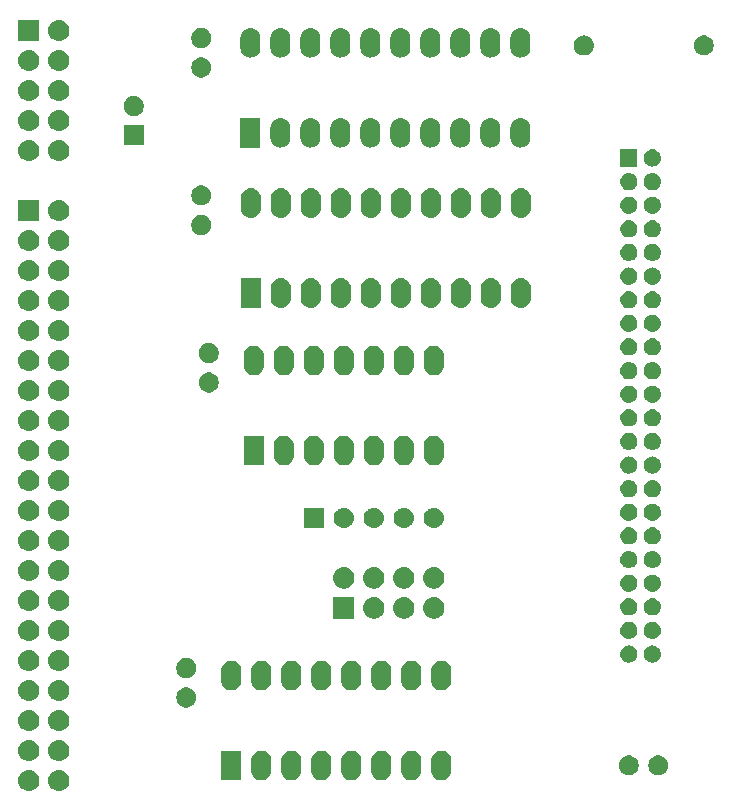
<source format=gbr>
G04 #@! TF.GenerationSoftware,KiCad,Pcbnew,(5.1.4)-1*
G04 #@! TF.CreationDate,2021-06-28T11:39:03+03:00*
G04 #@! TF.ProjectId,FLASHv2,464c4153-4876-4322-9e6b-696361645f70,rev?*
G04 #@! TF.SameCoordinates,Original*
G04 #@! TF.FileFunction,Soldermask,Top*
G04 #@! TF.FilePolarity,Negative*
%FSLAX46Y46*%
G04 Gerber Fmt 4.6, Leading zero omitted, Abs format (unit mm)*
G04 Created by KiCad (PCBNEW (5.1.4)-1) date 2021-06-28 11:39:03*
%MOMM*%
%LPD*%
G04 APERTURE LIST*
%ADD10C,0.100000*%
G04 APERTURE END LIST*
D10*
G36*
X108695442Y-131185518D02*
G01*
X108761627Y-131192037D01*
X108931466Y-131243557D01*
X108931468Y-131243558D01*
X108946893Y-131251803D01*
X109087991Y-131327222D01*
X109118768Y-131352480D01*
X109225186Y-131439814D01*
X109305139Y-131537239D01*
X109337778Y-131577009D01*
X109421443Y-131733534D01*
X109472963Y-131903373D01*
X109490359Y-132080000D01*
X109472963Y-132256627D01*
X109421443Y-132426466D01*
X109337778Y-132582991D01*
X109308448Y-132618729D01*
X109225186Y-132720186D01*
X109123729Y-132803448D01*
X109087991Y-132832778D01*
X108931466Y-132916443D01*
X108761627Y-132967963D01*
X108695443Y-132974481D01*
X108629260Y-132981000D01*
X108540740Y-132981000D01*
X108474557Y-132974481D01*
X108408373Y-132967963D01*
X108238534Y-132916443D01*
X108082009Y-132832778D01*
X108046271Y-132803448D01*
X107944814Y-132720186D01*
X107861552Y-132618729D01*
X107832222Y-132582991D01*
X107748557Y-132426466D01*
X107697037Y-132256627D01*
X107679641Y-132080000D01*
X107697037Y-131903373D01*
X107748557Y-131733534D01*
X107832222Y-131577009D01*
X107864861Y-131537239D01*
X107944814Y-131439814D01*
X108051232Y-131352480D01*
X108082009Y-131327222D01*
X108223107Y-131251803D01*
X108238532Y-131243558D01*
X108238534Y-131243557D01*
X108408373Y-131192037D01*
X108474558Y-131185518D01*
X108540740Y-131179000D01*
X108629260Y-131179000D01*
X108695442Y-131185518D01*
X108695442Y-131185518D01*
G37*
G36*
X106155442Y-131185518D02*
G01*
X106221627Y-131192037D01*
X106391466Y-131243557D01*
X106391468Y-131243558D01*
X106406893Y-131251803D01*
X106547991Y-131327222D01*
X106578768Y-131352480D01*
X106685186Y-131439814D01*
X106765139Y-131537239D01*
X106797778Y-131577009D01*
X106881443Y-131733534D01*
X106932963Y-131903373D01*
X106950359Y-132080000D01*
X106932963Y-132256627D01*
X106881443Y-132426466D01*
X106797778Y-132582991D01*
X106768448Y-132618729D01*
X106685186Y-132720186D01*
X106583729Y-132803448D01*
X106547991Y-132832778D01*
X106391466Y-132916443D01*
X106221627Y-132967963D01*
X106155443Y-132974481D01*
X106089260Y-132981000D01*
X106000740Y-132981000D01*
X105934557Y-132974481D01*
X105868373Y-132967963D01*
X105698534Y-132916443D01*
X105542009Y-132832778D01*
X105506271Y-132803448D01*
X105404814Y-132720186D01*
X105321552Y-132618729D01*
X105292222Y-132582991D01*
X105208557Y-132426466D01*
X105157037Y-132256627D01*
X105139641Y-132080000D01*
X105157037Y-131903373D01*
X105208557Y-131733534D01*
X105292222Y-131577009D01*
X105324861Y-131537239D01*
X105404814Y-131439814D01*
X105511232Y-131352480D01*
X105542009Y-131327222D01*
X105683107Y-131251803D01*
X105698532Y-131243558D01*
X105698534Y-131243557D01*
X105868373Y-131192037D01*
X105934558Y-131185518D01*
X106000740Y-131179000D01*
X106089260Y-131179000D01*
X106155442Y-131185518D01*
X106155442Y-131185518D01*
G37*
G36*
X133516822Y-129571313D02*
G01*
X133677241Y-129619976D01*
X133825077Y-129698995D01*
X133954659Y-129805341D01*
X134061004Y-129934922D01*
X134061005Y-129934924D01*
X134140024Y-130082758D01*
X134188687Y-130243177D01*
X134201000Y-130368196D01*
X134201000Y-131251803D01*
X134188687Y-131376822D01*
X134140024Y-131537242D01*
X134125642Y-131564148D01*
X134061004Y-131685078D01*
X133954659Y-131814659D01*
X133825078Y-131921004D01*
X133825076Y-131921005D01*
X133677242Y-132000024D01*
X133516823Y-132048687D01*
X133350000Y-132065117D01*
X133183178Y-132048687D01*
X133022759Y-132000024D01*
X132874925Y-131921005D01*
X132874923Y-131921004D01*
X132745342Y-131814659D01*
X132638997Y-131685078D01*
X132574359Y-131564148D01*
X132559977Y-131537242D01*
X132511314Y-131376823D01*
X132499000Y-131251803D01*
X132499000Y-130368197D01*
X132511313Y-130243178D01*
X132559976Y-130082759D01*
X132638995Y-129934923D01*
X132745341Y-129805341D01*
X132853439Y-129716627D01*
X132874922Y-129698996D01*
X132890094Y-129690886D01*
X133022758Y-129619976D01*
X133183177Y-129571313D01*
X133350000Y-129554883D01*
X133516822Y-129571313D01*
X133516822Y-129571313D01*
G37*
G36*
X128436822Y-129571313D02*
G01*
X128597241Y-129619976D01*
X128745077Y-129698995D01*
X128874659Y-129805341D01*
X128981004Y-129934922D01*
X128981005Y-129934924D01*
X129060024Y-130082758D01*
X129108687Y-130243177D01*
X129121000Y-130368196D01*
X129121000Y-131251803D01*
X129108687Y-131376822D01*
X129060024Y-131537242D01*
X129045642Y-131564148D01*
X128981004Y-131685078D01*
X128874659Y-131814659D01*
X128745078Y-131921004D01*
X128745076Y-131921005D01*
X128597242Y-132000024D01*
X128436823Y-132048687D01*
X128270000Y-132065117D01*
X128103178Y-132048687D01*
X127942759Y-132000024D01*
X127794925Y-131921005D01*
X127794923Y-131921004D01*
X127665342Y-131814659D01*
X127558997Y-131685078D01*
X127494359Y-131564148D01*
X127479977Y-131537242D01*
X127431314Y-131376823D01*
X127419000Y-131251803D01*
X127419000Y-130368197D01*
X127431313Y-130243178D01*
X127479976Y-130082759D01*
X127558995Y-129934923D01*
X127665341Y-129805341D01*
X127773439Y-129716627D01*
X127794922Y-129698996D01*
X127810094Y-129690886D01*
X127942758Y-129619976D01*
X128103177Y-129571313D01*
X128270000Y-129554883D01*
X128436822Y-129571313D01*
X128436822Y-129571313D01*
G37*
G36*
X141136822Y-129571313D02*
G01*
X141297241Y-129619976D01*
X141445077Y-129698995D01*
X141574659Y-129805341D01*
X141681004Y-129934922D01*
X141681005Y-129934924D01*
X141760024Y-130082758D01*
X141808687Y-130243177D01*
X141821000Y-130368196D01*
X141821000Y-131251803D01*
X141808687Y-131376822D01*
X141760024Y-131537242D01*
X141745642Y-131564148D01*
X141681004Y-131685078D01*
X141574659Y-131814659D01*
X141445078Y-131921004D01*
X141445076Y-131921005D01*
X141297242Y-132000024D01*
X141136823Y-132048687D01*
X140970000Y-132065117D01*
X140803178Y-132048687D01*
X140642759Y-132000024D01*
X140494925Y-131921005D01*
X140494923Y-131921004D01*
X140365342Y-131814659D01*
X140258997Y-131685078D01*
X140194359Y-131564148D01*
X140179977Y-131537242D01*
X140131314Y-131376823D01*
X140119000Y-131251803D01*
X140119000Y-130368197D01*
X140131313Y-130243178D01*
X140179976Y-130082759D01*
X140258995Y-129934923D01*
X140365341Y-129805341D01*
X140473439Y-129716627D01*
X140494922Y-129698996D01*
X140510094Y-129690886D01*
X140642758Y-129619976D01*
X140803177Y-129571313D01*
X140970000Y-129554883D01*
X141136822Y-129571313D01*
X141136822Y-129571313D01*
G37*
G36*
X138596822Y-129571313D02*
G01*
X138757241Y-129619976D01*
X138905077Y-129698995D01*
X139034659Y-129805341D01*
X139141004Y-129934922D01*
X139141005Y-129934924D01*
X139220024Y-130082758D01*
X139268687Y-130243177D01*
X139281000Y-130368196D01*
X139281000Y-131251803D01*
X139268687Y-131376822D01*
X139220024Y-131537242D01*
X139205642Y-131564148D01*
X139141004Y-131685078D01*
X139034659Y-131814659D01*
X138905078Y-131921004D01*
X138905076Y-131921005D01*
X138757242Y-132000024D01*
X138596823Y-132048687D01*
X138430000Y-132065117D01*
X138263178Y-132048687D01*
X138102759Y-132000024D01*
X137954925Y-131921005D01*
X137954923Y-131921004D01*
X137825342Y-131814659D01*
X137718997Y-131685078D01*
X137654359Y-131564148D01*
X137639977Y-131537242D01*
X137591314Y-131376823D01*
X137579000Y-131251803D01*
X137579000Y-130368197D01*
X137591313Y-130243178D01*
X137639976Y-130082759D01*
X137718995Y-129934923D01*
X137825341Y-129805341D01*
X137933439Y-129716627D01*
X137954922Y-129698996D01*
X137970094Y-129690886D01*
X138102758Y-129619976D01*
X138263177Y-129571313D01*
X138430000Y-129554883D01*
X138596822Y-129571313D01*
X138596822Y-129571313D01*
G37*
G36*
X136056822Y-129571313D02*
G01*
X136217241Y-129619976D01*
X136365077Y-129698995D01*
X136494659Y-129805341D01*
X136601004Y-129934922D01*
X136601005Y-129934924D01*
X136680024Y-130082758D01*
X136728687Y-130243177D01*
X136741000Y-130368196D01*
X136741000Y-131251803D01*
X136728687Y-131376822D01*
X136680024Y-131537242D01*
X136665642Y-131564148D01*
X136601004Y-131685078D01*
X136494659Y-131814659D01*
X136365078Y-131921004D01*
X136365076Y-131921005D01*
X136217242Y-132000024D01*
X136056823Y-132048687D01*
X135890000Y-132065117D01*
X135723178Y-132048687D01*
X135562759Y-132000024D01*
X135414925Y-131921005D01*
X135414923Y-131921004D01*
X135285342Y-131814659D01*
X135178997Y-131685078D01*
X135114359Y-131564148D01*
X135099977Y-131537242D01*
X135051314Y-131376823D01*
X135039000Y-131251803D01*
X135039000Y-130368197D01*
X135051313Y-130243178D01*
X135099976Y-130082759D01*
X135178995Y-129934923D01*
X135285341Y-129805341D01*
X135393439Y-129716627D01*
X135414922Y-129698996D01*
X135430094Y-129690886D01*
X135562758Y-129619976D01*
X135723177Y-129571313D01*
X135890000Y-129554883D01*
X136056822Y-129571313D01*
X136056822Y-129571313D01*
G37*
G36*
X130976822Y-129571313D02*
G01*
X131137241Y-129619976D01*
X131285077Y-129698995D01*
X131414659Y-129805341D01*
X131521004Y-129934922D01*
X131521005Y-129934924D01*
X131600024Y-130082758D01*
X131648687Y-130243177D01*
X131661000Y-130368196D01*
X131661000Y-131251803D01*
X131648687Y-131376822D01*
X131600024Y-131537242D01*
X131585642Y-131564148D01*
X131521004Y-131685078D01*
X131414659Y-131814659D01*
X131285078Y-131921004D01*
X131285076Y-131921005D01*
X131137242Y-132000024D01*
X130976823Y-132048687D01*
X130810000Y-132065117D01*
X130643178Y-132048687D01*
X130482759Y-132000024D01*
X130334925Y-131921005D01*
X130334923Y-131921004D01*
X130205342Y-131814659D01*
X130098997Y-131685078D01*
X130034359Y-131564148D01*
X130019977Y-131537242D01*
X129971314Y-131376823D01*
X129959000Y-131251803D01*
X129959000Y-130368197D01*
X129971313Y-130243178D01*
X130019976Y-130082759D01*
X130098995Y-129934923D01*
X130205341Y-129805341D01*
X130313439Y-129716627D01*
X130334922Y-129698996D01*
X130350094Y-129690886D01*
X130482758Y-129619976D01*
X130643177Y-129571313D01*
X130810000Y-129554883D01*
X130976822Y-129571313D01*
X130976822Y-129571313D01*
G37*
G36*
X125896822Y-129571313D02*
G01*
X126057241Y-129619976D01*
X126205077Y-129698995D01*
X126334659Y-129805341D01*
X126441004Y-129934922D01*
X126441005Y-129934924D01*
X126520024Y-130082758D01*
X126568687Y-130243177D01*
X126581000Y-130368196D01*
X126581000Y-131251803D01*
X126568687Y-131376822D01*
X126520024Y-131537242D01*
X126505642Y-131564148D01*
X126441004Y-131685078D01*
X126334659Y-131814659D01*
X126205078Y-131921004D01*
X126205076Y-131921005D01*
X126057242Y-132000024D01*
X125896823Y-132048687D01*
X125730000Y-132065117D01*
X125563178Y-132048687D01*
X125402759Y-132000024D01*
X125254925Y-131921005D01*
X125254923Y-131921004D01*
X125125342Y-131814659D01*
X125018997Y-131685078D01*
X124954359Y-131564148D01*
X124939977Y-131537242D01*
X124891314Y-131376823D01*
X124879000Y-131251803D01*
X124879000Y-130368197D01*
X124891313Y-130243178D01*
X124939976Y-130082759D01*
X125018995Y-129934923D01*
X125125341Y-129805341D01*
X125233439Y-129716627D01*
X125254922Y-129698996D01*
X125270094Y-129690886D01*
X125402758Y-129619976D01*
X125563177Y-129571313D01*
X125730000Y-129554883D01*
X125896822Y-129571313D01*
X125896822Y-129571313D01*
G37*
G36*
X124041000Y-132061000D02*
G01*
X122339000Y-132061000D01*
X122339000Y-129559000D01*
X124041000Y-129559000D01*
X124041000Y-132061000D01*
X124041000Y-132061000D01*
G37*
G36*
X159593228Y-129991703D02*
G01*
X159748100Y-130055853D01*
X159887481Y-130148985D01*
X160006015Y-130267519D01*
X160099147Y-130406900D01*
X160163297Y-130561772D01*
X160196000Y-130726184D01*
X160196000Y-130893816D01*
X160163297Y-131058228D01*
X160099147Y-131213100D01*
X160006015Y-131352481D01*
X159887481Y-131471015D01*
X159748100Y-131564147D01*
X159593228Y-131628297D01*
X159428816Y-131661000D01*
X159261184Y-131661000D01*
X159096772Y-131628297D01*
X158941900Y-131564147D01*
X158802519Y-131471015D01*
X158683985Y-131352481D01*
X158590853Y-131213100D01*
X158526703Y-131058228D01*
X158494000Y-130893816D01*
X158494000Y-130726184D01*
X158526703Y-130561772D01*
X158590853Y-130406900D01*
X158683985Y-130267519D01*
X158802519Y-130148985D01*
X158941900Y-130055853D01*
X159096772Y-129991703D01*
X159261184Y-129959000D01*
X159428816Y-129959000D01*
X159593228Y-129991703D01*
X159593228Y-129991703D01*
G37*
G36*
X157093228Y-129991703D02*
G01*
X157248100Y-130055853D01*
X157387481Y-130148985D01*
X157506015Y-130267519D01*
X157599147Y-130406900D01*
X157663297Y-130561772D01*
X157696000Y-130726184D01*
X157696000Y-130893816D01*
X157663297Y-131058228D01*
X157599147Y-131213100D01*
X157506015Y-131352481D01*
X157387481Y-131471015D01*
X157248100Y-131564147D01*
X157093228Y-131628297D01*
X156928816Y-131661000D01*
X156761184Y-131661000D01*
X156596772Y-131628297D01*
X156441900Y-131564147D01*
X156302519Y-131471015D01*
X156183985Y-131352481D01*
X156090853Y-131213100D01*
X156026703Y-131058228D01*
X155994000Y-130893816D01*
X155994000Y-130726184D01*
X156026703Y-130561772D01*
X156090853Y-130406900D01*
X156183985Y-130267519D01*
X156302519Y-130148985D01*
X156441900Y-130055853D01*
X156596772Y-129991703D01*
X156761184Y-129959000D01*
X156928816Y-129959000D01*
X157093228Y-129991703D01*
X157093228Y-129991703D01*
G37*
G36*
X108695443Y-128645519D02*
G01*
X108761627Y-128652037D01*
X108931466Y-128703557D01*
X109087991Y-128787222D01*
X109123729Y-128816552D01*
X109225186Y-128899814D01*
X109308448Y-129001271D01*
X109337778Y-129037009D01*
X109421443Y-129193534D01*
X109472963Y-129363373D01*
X109490359Y-129540000D01*
X109472963Y-129716627D01*
X109421443Y-129886466D01*
X109337778Y-130042991D01*
X109327223Y-130055852D01*
X109225186Y-130180186D01*
X109123729Y-130263448D01*
X109087991Y-130292778D01*
X109087989Y-130292779D01*
X108946888Y-130368200D01*
X108931466Y-130376443D01*
X108761627Y-130427963D01*
X108695443Y-130434481D01*
X108629260Y-130441000D01*
X108540740Y-130441000D01*
X108474557Y-130434481D01*
X108408373Y-130427963D01*
X108238534Y-130376443D01*
X108223113Y-130368200D01*
X108082011Y-130292779D01*
X108082009Y-130292778D01*
X108046271Y-130263448D01*
X107944814Y-130180186D01*
X107842777Y-130055852D01*
X107832222Y-130042991D01*
X107748557Y-129886466D01*
X107697037Y-129716627D01*
X107679641Y-129540000D01*
X107697037Y-129363373D01*
X107748557Y-129193534D01*
X107832222Y-129037009D01*
X107861552Y-129001271D01*
X107944814Y-128899814D01*
X108046271Y-128816552D01*
X108082009Y-128787222D01*
X108238534Y-128703557D01*
X108408373Y-128652037D01*
X108474557Y-128645519D01*
X108540740Y-128639000D01*
X108629260Y-128639000D01*
X108695443Y-128645519D01*
X108695443Y-128645519D01*
G37*
G36*
X106155443Y-128645519D02*
G01*
X106221627Y-128652037D01*
X106391466Y-128703557D01*
X106547991Y-128787222D01*
X106583729Y-128816552D01*
X106685186Y-128899814D01*
X106768448Y-129001271D01*
X106797778Y-129037009D01*
X106881443Y-129193534D01*
X106932963Y-129363373D01*
X106950359Y-129540000D01*
X106932963Y-129716627D01*
X106881443Y-129886466D01*
X106797778Y-130042991D01*
X106787223Y-130055852D01*
X106685186Y-130180186D01*
X106583729Y-130263448D01*
X106547991Y-130292778D01*
X106547989Y-130292779D01*
X106406888Y-130368200D01*
X106391466Y-130376443D01*
X106221627Y-130427963D01*
X106155443Y-130434481D01*
X106089260Y-130441000D01*
X106000740Y-130441000D01*
X105934557Y-130434481D01*
X105868373Y-130427963D01*
X105698534Y-130376443D01*
X105683113Y-130368200D01*
X105542011Y-130292779D01*
X105542009Y-130292778D01*
X105506271Y-130263448D01*
X105404814Y-130180186D01*
X105302777Y-130055852D01*
X105292222Y-130042991D01*
X105208557Y-129886466D01*
X105157037Y-129716627D01*
X105139641Y-129540000D01*
X105157037Y-129363373D01*
X105208557Y-129193534D01*
X105292222Y-129037009D01*
X105321552Y-129001271D01*
X105404814Y-128899814D01*
X105506271Y-128816552D01*
X105542009Y-128787222D01*
X105698534Y-128703557D01*
X105868373Y-128652037D01*
X105934557Y-128645519D01*
X106000740Y-128639000D01*
X106089260Y-128639000D01*
X106155443Y-128645519D01*
X106155443Y-128645519D01*
G37*
G36*
X106155443Y-126105519D02*
G01*
X106221627Y-126112037D01*
X106391466Y-126163557D01*
X106547991Y-126247222D01*
X106583729Y-126276552D01*
X106685186Y-126359814D01*
X106768448Y-126461271D01*
X106797778Y-126497009D01*
X106881443Y-126653534D01*
X106932963Y-126823373D01*
X106950359Y-127000000D01*
X106932963Y-127176627D01*
X106881443Y-127346466D01*
X106797778Y-127502991D01*
X106768448Y-127538729D01*
X106685186Y-127640186D01*
X106583729Y-127723448D01*
X106547991Y-127752778D01*
X106391466Y-127836443D01*
X106221627Y-127887963D01*
X106155442Y-127894482D01*
X106089260Y-127901000D01*
X106000740Y-127901000D01*
X105934558Y-127894482D01*
X105868373Y-127887963D01*
X105698534Y-127836443D01*
X105542009Y-127752778D01*
X105506271Y-127723448D01*
X105404814Y-127640186D01*
X105321552Y-127538729D01*
X105292222Y-127502991D01*
X105208557Y-127346466D01*
X105157037Y-127176627D01*
X105139641Y-127000000D01*
X105157037Y-126823373D01*
X105208557Y-126653534D01*
X105292222Y-126497009D01*
X105321552Y-126461271D01*
X105404814Y-126359814D01*
X105506271Y-126276552D01*
X105542009Y-126247222D01*
X105698534Y-126163557D01*
X105868373Y-126112037D01*
X105934557Y-126105519D01*
X106000740Y-126099000D01*
X106089260Y-126099000D01*
X106155443Y-126105519D01*
X106155443Y-126105519D01*
G37*
G36*
X108695443Y-126105519D02*
G01*
X108761627Y-126112037D01*
X108931466Y-126163557D01*
X109087991Y-126247222D01*
X109123729Y-126276552D01*
X109225186Y-126359814D01*
X109308448Y-126461271D01*
X109337778Y-126497009D01*
X109421443Y-126653534D01*
X109472963Y-126823373D01*
X109490359Y-127000000D01*
X109472963Y-127176627D01*
X109421443Y-127346466D01*
X109337778Y-127502991D01*
X109308448Y-127538729D01*
X109225186Y-127640186D01*
X109123729Y-127723448D01*
X109087991Y-127752778D01*
X108931466Y-127836443D01*
X108761627Y-127887963D01*
X108695442Y-127894482D01*
X108629260Y-127901000D01*
X108540740Y-127901000D01*
X108474558Y-127894482D01*
X108408373Y-127887963D01*
X108238534Y-127836443D01*
X108082009Y-127752778D01*
X108046271Y-127723448D01*
X107944814Y-127640186D01*
X107861552Y-127538729D01*
X107832222Y-127502991D01*
X107748557Y-127346466D01*
X107697037Y-127176627D01*
X107679641Y-127000000D01*
X107697037Y-126823373D01*
X107748557Y-126653534D01*
X107832222Y-126497009D01*
X107861552Y-126461271D01*
X107944814Y-126359814D01*
X108046271Y-126276552D01*
X108082009Y-126247222D01*
X108238534Y-126163557D01*
X108408373Y-126112037D01*
X108474557Y-126105519D01*
X108540740Y-126099000D01*
X108629260Y-126099000D01*
X108695443Y-126105519D01*
X108695443Y-126105519D01*
G37*
G36*
X119628228Y-124236703D02*
G01*
X119783100Y-124300853D01*
X119922481Y-124393985D01*
X120041015Y-124512519D01*
X120134147Y-124651900D01*
X120198297Y-124806772D01*
X120231000Y-124971184D01*
X120231000Y-125138816D01*
X120198297Y-125303228D01*
X120134147Y-125458100D01*
X120041015Y-125597481D01*
X119922481Y-125716015D01*
X119783100Y-125809147D01*
X119628228Y-125873297D01*
X119463816Y-125906000D01*
X119296184Y-125906000D01*
X119131772Y-125873297D01*
X118976900Y-125809147D01*
X118837519Y-125716015D01*
X118718985Y-125597481D01*
X118625853Y-125458100D01*
X118561703Y-125303228D01*
X118529000Y-125138816D01*
X118529000Y-124971184D01*
X118561703Y-124806772D01*
X118625853Y-124651900D01*
X118718985Y-124512519D01*
X118837519Y-124393985D01*
X118976900Y-124300853D01*
X119131772Y-124236703D01*
X119296184Y-124204000D01*
X119463816Y-124204000D01*
X119628228Y-124236703D01*
X119628228Y-124236703D01*
G37*
G36*
X108695442Y-123565518D02*
G01*
X108761627Y-123572037D01*
X108931466Y-123623557D01*
X108931468Y-123623558D01*
X108946893Y-123631803D01*
X109087991Y-123707222D01*
X109123729Y-123736552D01*
X109225186Y-123819814D01*
X109305139Y-123917239D01*
X109337778Y-123957009D01*
X109421443Y-124113534D01*
X109472963Y-124283373D01*
X109490359Y-124460000D01*
X109472963Y-124636627D01*
X109421443Y-124806466D01*
X109421442Y-124806468D01*
X109379610Y-124884729D01*
X109337778Y-124962991D01*
X109331054Y-124971184D01*
X109225186Y-125100186D01*
X109123729Y-125183448D01*
X109087991Y-125212778D01*
X108931466Y-125296443D01*
X108761627Y-125347963D01*
X108695442Y-125354482D01*
X108629260Y-125361000D01*
X108540740Y-125361000D01*
X108474558Y-125354482D01*
X108408373Y-125347963D01*
X108238534Y-125296443D01*
X108082009Y-125212778D01*
X108046271Y-125183448D01*
X107944814Y-125100186D01*
X107838946Y-124971184D01*
X107832222Y-124962991D01*
X107790390Y-124884729D01*
X107748558Y-124806468D01*
X107748557Y-124806466D01*
X107697037Y-124636627D01*
X107679641Y-124460000D01*
X107697037Y-124283373D01*
X107748557Y-124113534D01*
X107832222Y-123957009D01*
X107864861Y-123917239D01*
X107944814Y-123819814D01*
X108046271Y-123736552D01*
X108082009Y-123707222D01*
X108223107Y-123631803D01*
X108238532Y-123623558D01*
X108238534Y-123623557D01*
X108408373Y-123572037D01*
X108474558Y-123565518D01*
X108540740Y-123559000D01*
X108629260Y-123559000D01*
X108695442Y-123565518D01*
X108695442Y-123565518D01*
G37*
G36*
X106155442Y-123565518D02*
G01*
X106221627Y-123572037D01*
X106391466Y-123623557D01*
X106391468Y-123623558D01*
X106406893Y-123631803D01*
X106547991Y-123707222D01*
X106583729Y-123736552D01*
X106685186Y-123819814D01*
X106765139Y-123917239D01*
X106797778Y-123957009D01*
X106881443Y-124113534D01*
X106932963Y-124283373D01*
X106950359Y-124460000D01*
X106932963Y-124636627D01*
X106881443Y-124806466D01*
X106881442Y-124806468D01*
X106839610Y-124884729D01*
X106797778Y-124962991D01*
X106791054Y-124971184D01*
X106685186Y-125100186D01*
X106583729Y-125183448D01*
X106547991Y-125212778D01*
X106391466Y-125296443D01*
X106221627Y-125347963D01*
X106155442Y-125354482D01*
X106089260Y-125361000D01*
X106000740Y-125361000D01*
X105934558Y-125354482D01*
X105868373Y-125347963D01*
X105698534Y-125296443D01*
X105542009Y-125212778D01*
X105506271Y-125183448D01*
X105404814Y-125100186D01*
X105298946Y-124971184D01*
X105292222Y-124962991D01*
X105250390Y-124884729D01*
X105208558Y-124806468D01*
X105208557Y-124806466D01*
X105157037Y-124636627D01*
X105139641Y-124460000D01*
X105157037Y-124283373D01*
X105208557Y-124113534D01*
X105292222Y-123957009D01*
X105324861Y-123917239D01*
X105404814Y-123819814D01*
X105506271Y-123736552D01*
X105542009Y-123707222D01*
X105683107Y-123631803D01*
X105698532Y-123623558D01*
X105698534Y-123623557D01*
X105868373Y-123572037D01*
X105934558Y-123565518D01*
X106000740Y-123559000D01*
X106089260Y-123559000D01*
X106155442Y-123565518D01*
X106155442Y-123565518D01*
G37*
G36*
X128436822Y-121951313D02*
G01*
X128597241Y-121999976D01*
X128745077Y-122078995D01*
X128833911Y-122151900D01*
X128874659Y-122185341D01*
X128981004Y-122314922D01*
X128981005Y-122314924D01*
X129060024Y-122462758D01*
X129108687Y-122623177D01*
X129121000Y-122748196D01*
X129121000Y-123631803D01*
X129108687Y-123756822D01*
X129060024Y-123917242D01*
X129038768Y-123957009D01*
X128981004Y-124065078D01*
X128874659Y-124194659D01*
X128745078Y-124301004D01*
X128745076Y-124301005D01*
X128597242Y-124380024D01*
X128436823Y-124428687D01*
X128270000Y-124445117D01*
X128103178Y-124428687D01*
X127942759Y-124380024D01*
X127794925Y-124301005D01*
X127794923Y-124301004D01*
X127665342Y-124194659D01*
X127558997Y-124065078D01*
X127501233Y-123957009D01*
X127479977Y-123917242D01*
X127431314Y-123756823D01*
X127419000Y-123631803D01*
X127419000Y-122748197D01*
X127431313Y-122623178D01*
X127479976Y-122462759D01*
X127558995Y-122314923D01*
X127665341Y-122185341D01*
X127706089Y-122151900D01*
X127794922Y-122078996D01*
X127810094Y-122070886D01*
X127942758Y-121999976D01*
X128103177Y-121951313D01*
X128270000Y-121934883D01*
X128436822Y-121951313D01*
X128436822Y-121951313D01*
G37*
G36*
X123356822Y-121951313D02*
G01*
X123517241Y-121999976D01*
X123665077Y-122078995D01*
X123753911Y-122151900D01*
X123794659Y-122185341D01*
X123901004Y-122314922D01*
X123901005Y-122314924D01*
X123980024Y-122462758D01*
X124028687Y-122623177D01*
X124041000Y-122748196D01*
X124041000Y-123631803D01*
X124028687Y-123756822D01*
X123980024Y-123917242D01*
X123958768Y-123957009D01*
X123901004Y-124065078D01*
X123794659Y-124194659D01*
X123665078Y-124301004D01*
X123665076Y-124301005D01*
X123517242Y-124380024D01*
X123356823Y-124428687D01*
X123190000Y-124445117D01*
X123023178Y-124428687D01*
X122862759Y-124380024D01*
X122714925Y-124301005D01*
X122714923Y-124301004D01*
X122585342Y-124194659D01*
X122478997Y-124065078D01*
X122421233Y-123957009D01*
X122399977Y-123917242D01*
X122351314Y-123756823D01*
X122339000Y-123631803D01*
X122339000Y-122748197D01*
X122351313Y-122623178D01*
X122399976Y-122462759D01*
X122478995Y-122314923D01*
X122585341Y-122185341D01*
X122626089Y-122151900D01*
X122714922Y-122078996D01*
X122730094Y-122070886D01*
X122862758Y-121999976D01*
X123023177Y-121951313D01*
X123190000Y-121934883D01*
X123356822Y-121951313D01*
X123356822Y-121951313D01*
G37*
G36*
X125896822Y-121951313D02*
G01*
X126057241Y-121999976D01*
X126205077Y-122078995D01*
X126293911Y-122151900D01*
X126334659Y-122185341D01*
X126441004Y-122314922D01*
X126441005Y-122314924D01*
X126520024Y-122462758D01*
X126568687Y-122623177D01*
X126581000Y-122748196D01*
X126581000Y-123631803D01*
X126568687Y-123756822D01*
X126520024Y-123917242D01*
X126498768Y-123957009D01*
X126441004Y-124065078D01*
X126334659Y-124194659D01*
X126205078Y-124301004D01*
X126205076Y-124301005D01*
X126057242Y-124380024D01*
X125896823Y-124428687D01*
X125730000Y-124445117D01*
X125563178Y-124428687D01*
X125402759Y-124380024D01*
X125254925Y-124301005D01*
X125254923Y-124301004D01*
X125125342Y-124194659D01*
X125018997Y-124065078D01*
X124961233Y-123957009D01*
X124939977Y-123917242D01*
X124891314Y-123756823D01*
X124879000Y-123631803D01*
X124879000Y-122748197D01*
X124891313Y-122623178D01*
X124939976Y-122462759D01*
X125018995Y-122314923D01*
X125125341Y-122185341D01*
X125166089Y-122151900D01*
X125254922Y-122078996D01*
X125270094Y-122070886D01*
X125402758Y-121999976D01*
X125563177Y-121951313D01*
X125730000Y-121934883D01*
X125896822Y-121951313D01*
X125896822Y-121951313D01*
G37*
G36*
X130976822Y-121951313D02*
G01*
X131137241Y-121999976D01*
X131285077Y-122078995D01*
X131373911Y-122151900D01*
X131414659Y-122185341D01*
X131521004Y-122314922D01*
X131521005Y-122314924D01*
X131600024Y-122462758D01*
X131648687Y-122623177D01*
X131661000Y-122748196D01*
X131661000Y-123631803D01*
X131648687Y-123756822D01*
X131600024Y-123917242D01*
X131578768Y-123957009D01*
X131521004Y-124065078D01*
X131414659Y-124194659D01*
X131285078Y-124301004D01*
X131285076Y-124301005D01*
X131137242Y-124380024D01*
X130976823Y-124428687D01*
X130810000Y-124445117D01*
X130643178Y-124428687D01*
X130482759Y-124380024D01*
X130334925Y-124301005D01*
X130334923Y-124301004D01*
X130205342Y-124194659D01*
X130098997Y-124065078D01*
X130041233Y-123957009D01*
X130019977Y-123917242D01*
X129971314Y-123756823D01*
X129959000Y-123631803D01*
X129959000Y-122748197D01*
X129971313Y-122623178D01*
X130019976Y-122462759D01*
X130098995Y-122314923D01*
X130205341Y-122185341D01*
X130246089Y-122151900D01*
X130334922Y-122078996D01*
X130350094Y-122070886D01*
X130482758Y-121999976D01*
X130643177Y-121951313D01*
X130810000Y-121934883D01*
X130976822Y-121951313D01*
X130976822Y-121951313D01*
G37*
G36*
X141136822Y-121951313D02*
G01*
X141297241Y-121999976D01*
X141445077Y-122078995D01*
X141533911Y-122151900D01*
X141574659Y-122185341D01*
X141681004Y-122314922D01*
X141681005Y-122314924D01*
X141760024Y-122462758D01*
X141808687Y-122623177D01*
X141821000Y-122748196D01*
X141821000Y-123631803D01*
X141808687Y-123756822D01*
X141760024Y-123917242D01*
X141738768Y-123957009D01*
X141681004Y-124065078D01*
X141574659Y-124194659D01*
X141445078Y-124301004D01*
X141445076Y-124301005D01*
X141297242Y-124380024D01*
X141136823Y-124428687D01*
X140970000Y-124445117D01*
X140803178Y-124428687D01*
X140642759Y-124380024D01*
X140494925Y-124301005D01*
X140494923Y-124301004D01*
X140365342Y-124194659D01*
X140258997Y-124065078D01*
X140201233Y-123957009D01*
X140179977Y-123917242D01*
X140131314Y-123756823D01*
X140119000Y-123631803D01*
X140119000Y-122748197D01*
X140131313Y-122623178D01*
X140179976Y-122462759D01*
X140258995Y-122314923D01*
X140365341Y-122185341D01*
X140406089Y-122151900D01*
X140494922Y-122078996D01*
X140510094Y-122070886D01*
X140642758Y-121999976D01*
X140803177Y-121951313D01*
X140970000Y-121934883D01*
X141136822Y-121951313D01*
X141136822Y-121951313D01*
G37*
G36*
X138596822Y-121951313D02*
G01*
X138757241Y-121999976D01*
X138905077Y-122078995D01*
X138993911Y-122151900D01*
X139034659Y-122185341D01*
X139141004Y-122314922D01*
X139141005Y-122314924D01*
X139220024Y-122462758D01*
X139268687Y-122623177D01*
X139281000Y-122748196D01*
X139281000Y-123631803D01*
X139268687Y-123756822D01*
X139220024Y-123917242D01*
X139198768Y-123957009D01*
X139141004Y-124065078D01*
X139034659Y-124194659D01*
X138905078Y-124301004D01*
X138905076Y-124301005D01*
X138757242Y-124380024D01*
X138596823Y-124428687D01*
X138430000Y-124445117D01*
X138263178Y-124428687D01*
X138102759Y-124380024D01*
X137954925Y-124301005D01*
X137954923Y-124301004D01*
X137825342Y-124194659D01*
X137718997Y-124065078D01*
X137661233Y-123957009D01*
X137639977Y-123917242D01*
X137591314Y-123756823D01*
X137579000Y-123631803D01*
X137579000Y-122748197D01*
X137591313Y-122623178D01*
X137639976Y-122462759D01*
X137718995Y-122314923D01*
X137825341Y-122185341D01*
X137866089Y-122151900D01*
X137954922Y-122078996D01*
X137970094Y-122070886D01*
X138102758Y-121999976D01*
X138263177Y-121951313D01*
X138430000Y-121934883D01*
X138596822Y-121951313D01*
X138596822Y-121951313D01*
G37*
G36*
X133516822Y-121951313D02*
G01*
X133677241Y-121999976D01*
X133825077Y-122078995D01*
X133913911Y-122151900D01*
X133954659Y-122185341D01*
X134061004Y-122314922D01*
X134061005Y-122314924D01*
X134140024Y-122462758D01*
X134188687Y-122623177D01*
X134201000Y-122748196D01*
X134201000Y-123631803D01*
X134188687Y-123756822D01*
X134140024Y-123917242D01*
X134118768Y-123957009D01*
X134061004Y-124065078D01*
X133954659Y-124194659D01*
X133825078Y-124301004D01*
X133825076Y-124301005D01*
X133677242Y-124380024D01*
X133516823Y-124428687D01*
X133350000Y-124445117D01*
X133183178Y-124428687D01*
X133022759Y-124380024D01*
X132874925Y-124301005D01*
X132874923Y-124301004D01*
X132745342Y-124194659D01*
X132638997Y-124065078D01*
X132581233Y-123957009D01*
X132559977Y-123917242D01*
X132511314Y-123756823D01*
X132499000Y-123631803D01*
X132499000Y-122748197D01*
X132511313Y-122623178D01*
X132559976Y-122462759D01*
X132638995Y-122314923D01*
X132745341Y-122185341D01*
X132786089Y-122151900D01*
X132874922Y-122078996D01*
X132890094Y-122070886D01*
X133022758Y-121999976D01*
X133183177Y-121951313D01*
X133350000Y-121934883D01*
X133516822Y-121951313D01*
X133516822Y-121951313D01*
G37*
G36*
X136056822Y-121951313D02*
G01*
X136217241Y-121999976D01*
X136365077Y-122078995D01*
X136453911Y-122151900D01*
X136494659Y-122185341D01*
X136601004Y-122314922D01*
X136601005Y-122314924D01*
X136680024Y-122462758D01*
X136728687Y-122623177D01*
X136741000Y-122748196D01*
X136741000Y-123631803D01*
X136728687Y-123756822D01*
X136680024Y-123917242D01*
X136658768Y-123957009D01*
X136601004Y-124065078D01*
X136494659Y-124194659D01*
X136365078Y-124301004D01*
X136365076Y-124301005D01*
X136217242Y-124380024D01*
X136056823Y-124428687D01*
X135890000Y-124445117D01*
X135723178Y-124428687D01*
X135562759Y-124380024D01*
X135414925Y-124301005D01*
X135414923Y-124301004D01*
X135285342Y-124194659D01*
X135178997Y-124065078D01*
X135121233Y-123957009D01*
X135099977Y-123917242D01*
X135051314Y-123756823D01*
X135039000Y-123631803D01*
X135039000Y-122748197D01*
X135051313Y-122623178D01*
X135099976Y-122462759D01*
X135178995Y-122314923D01*
X135285341Y-122185341D01*
X135326089Y-122151900D01*
X135414922Y-122078996D01*
X135430094Y-122070886D01*
X135562758Y-121999976D01*
X135723177Y-121951313D01*
X135890000Y-121934883D01*
X136056822Y-121951313D01*
X136056822Y-121951313D01*
G37*
G36*
X119628228Y-121736703D02*
G01*
X119783100Y-121800853D01*
X119922481Y-121893985D01*
X120041015Y-122012519D01*
X120134147Y-122151900D01*
X120198297Y-122306772D01*
X120231000Y-122471184D01*
X120231000Y-122638816D01*
X120198297Y-122803228D01*
X120134147Y-122958100D01*
X120041015Y-123097481D01*
X119922481Y-123216015D01*
X119783100Y-123309147D01*
X119628228Y-123373297D01*
X119463816Y-123406000D01*
X119296184Y-123406000D01*
X119131772Y-123373297D01*
X118976900Y-123309147D01*
X118837519Y-123216015D01*
X118718985Y-123097481D01*
X118625853Y-122958100D01*
X118561703Y-122803228D01*
X118529000Y-122638816D01*
X118529000Y-122471184D01*
X118561703Y-122306772D01*
X118625853Y-122151900D01*
X118718985Y-122012519D01*
X118837519Y-121893985D01*
X118976900Y-121800853D01*
X119131772Y-121736703D01*
X119296184Y-121704000D01*
X119463816Y-121704000D01*
X119628228Y-121736703D01*
X119628228Y-121736703D01*
G37*
G36*
X106155442Y-121025518D02*
G01*
X106221627Y-121032037D01*
X106391466Y-121083557D01*
X106547991Y-121167222D01*
X106583729Y-121196552D01*
X106685186Y-121279814D01*
X106763302Y-121375000D01*
X106797778Y-121417009D01*
X106881443Y-121573534D01*
X106932963Y-121743373D01*
X106950359Y-121920000D01*
X106932963Y-122096627D01*
X106881443Y-122266466D01*
X106797778Y-122422991D01*
X106768448Y-122458729D01*
X106685186Y-122560186D01*
X106589375Y-122638815D01*
X106547991Y-122672778D01*
X106547989Y-122672779D01*
X106406888Y-122748200D01*
X106391466Y-122756443D01*
X106221627Y-122807963D01*
X106155443Y-122814481D01*
X106089260Y-122821000D01*
X106000740Y-122821000D01*
X105934557Y-122814481D01*
X105868373Y-122807963D01*
X105698534Y-122756443D01*
X105683113Y-122748200D01*
X105542011Y-122672779D01*
X105542009Y-122672778D01*
X105500625Y-122638815D01*
X105404814Y-122560186D01*
X105321552Y-122458729D01*
X105292222Y-122422991D01*
X105208557Y-122266466D01*
X105157037Y-122096627D01*
X105139641Y-121920000D01*
X105157037Y-121743373D01*
X105208557Y-121573534D01*
X105292222Y-121417009D01*
X105326698Y-121375000D01*
X105404814Y-121279814D01*
X105506271Y-121196552D01*
X105542009Y-121167222D01*
X105698534Y-121083557D01*
X105868373Y-121032037D01*
X105934558Y-121025518D01*
X106000740Y-121019000D01*
X106089260Y-121019000D01*
X106155442Y-121025518D01*
X106155442Y-121025518D01*
G37*
G36*
X108695442Y-121025518D02*
G01*
X108761627Y-121032037D01*
X108931466Y-121083557D01*
X109087991Y-121167222D01*
X109123729Y-121196552D01*
X109225186Y-121279814D01*
X109303302Y-121375000D01*
X109337778Y-121417009D01*
X109421443Y-121573534D01*
X109472963Y-121743373D01*
X109490359Y-121920000D01*
X109472963Y-122096627D01*
X109421443Y-122266466D01*
X109337778Y-122422991D01*
X109308448Y-122458729D01*
X109225186Y-122560186D01*
X109129375Y-122638815D01*
X109087991Y-122672778D01*
X109087989Y-122672779D01*
X108946888Y-122748200D01*
X108931466Y-122756443D01*
X108761627Y-122807963D01*
X108695443Y-122814481D01*
X108629260Y-122821000D01*
X108540740Y-122821000D01*
X108474557Y-122814481D01*
X108408373Y-122807963D01*
X108238534Y-122756443D01*
X108223113Y-122748200D01*
X108082011Y-122672779D01*
X108082009Y-122672778D01*
X108040625Y-122638815D01*
X107944814Y-122560186D01*
X107861552Y-122458729D01*
X107832222Y-122422991D01*
X107748557Y-122266466D01*
X107697037Y-122096627D01*
X107679641Y-121920000D01*
X107697037Y-121743373D01*
X107748557Y-121573534D01*
X107832222Y-121417009D01*
X107866698Y-121375000D01*
X107944814Y-121279814D01*
X108046271Y-121196552D01*
X108082009Y-121167222D01*
X108238534Y-121083557D01*
X108408373Y-121032037D01*
X108474558Y-121025518D01*
X108540740Y-121019000D01*
X108629260Y-121019000D01*
X108695442Y-121025518D01*
X108695442Y-121025518D01*
G37*
G36*
X158916213Y-120652502D02*
G01*
X158987321Y-120659505D01*
X159124172Y-120701019D01*
X159124175Y-120701020D01*
X159250294Y-120768432D01*
X159360843Y-120859157D01*
X159451568Y-120969706D01*
X159518980Y-121095825D01*
X159518981Y-121095828D01*
X159560495Y-121232679D01*
X159574512Y-121375000D01*
X159560495Y-121517321D01*
X159518981Y-121654172D01*
X159518980Y-121654175D01*
X159451568Y-121780294D01*
X159360843Y-121890843D01*
X159250294Y-121981568D01*
X159124175Y-122048980D01*
X159124172Y-122048981D01*
X158987321Y-122090495D01*
X158925080Y-122096625D01*
X158880660Y-122101000D01*
X158809340Y-122101000D01*
X158764920Y-122096625D01*
X158702679Y-122090495D01*
X158565828Y-122048981D01*
X158565825Y-122048980D01*
X158439706Y-121981568D01*
X158329157Y-121890843D01*
X158238432Y-121780294D01*
X158171020Y-121654175D01*
X158171019Y-121654172D01*
X158129505Y-121517321D01*
X158115488Y-121375000D01*
X158129505Y-121232679D01*
X158171019Y-121095828D01*
X158171020Y-121095825D01*
X158238432Y-120969706D01*
X158329157Y-120859157D01*
X158439706Y-120768432D01*
X158565825Y-120701020D01*
X158565828Y-120701019D01*
X158702679Y-120659505D01*
X158773787Y-120652502D01*
X158809340Y-120649000D01*
X158880660Y-120649000D01*
X158916213Y-120652502D01*
X158916213Y-120652502D01*
G37*
G36*
X156916213Y-120652502D02*
G01*
X156987321Y-120659505D01*
X157124172Y-120701019D01*
X157124175Y-120701020D01*
X157250294Y-120768432D01*
X157360843Y-120859157D01*
X157451568Y-120969706D01*
X157518980Y-121095825D01*
X157518981Y-121095828D01*
X157560495Y-121232679D01*
X157574512Y-121375000D01*
X157560495Y-121517321D01*
X157518981Y-121654172D01*
X157518980Y-121654175D01*
X157451568Y-121780294D01*
X157360843Y-121890843D01*
X157250294Y-121981568D01*
X157124175Y-122048980D01*
X157124172Y-122048981D01*
X156987321Y-122090495D01*
X156925080Y-122096625D01*
X156880660Y-122101000D01*
X156809340Y-122101000D01*
X156764920Y-122096625D01*
X156702679Y-122090495D01*
X156565828Y-122048981D01*
X156565825Y-122048980D01*
X156439706Y-121981568D01*
X156329157Y-121890843D01*
X156238432Y-121780294D01*
X156171020Y-121654175D01*
X156171019Y-121654172D01*
X156129505Y-121517321D01*
X156115488Y-121375000D01*
X156129505Y-121232679D01*
X156171019Y-121095828D01*
X156171020Y-121095825D01*
X156238432Y-120969706D01*
X156329157Y-120859157D01*
X156439706Y-120768432D01*
X156565825Y-120701020D01*
X156565828Y-120701019D01*
X156702679Y-120659505D01*
X156773787Y-120652502D01*
X156809340Y-120649000D01*
X156880660Y-120649000D01*
X156916213Y-120652502D01*
X156916213Y-120652502D01*
G37*
G36*
X106155442Y-118485518D02*
G01*
X106221627Y-118492037D01*
X106391466Y-118543557D01*
X106547991Y-118627222D01*
X106574527Y-118649000D01*
X106685186Y-118739814D01*
X106768448Y-118841271D01*
X106797778Y-118877009D01*
X106881443Y-119033534D01*
X106932963Y-119203373D01*
X106950359Y-119380000D01*
X106932963Y-119556627D01*
X106881443Y-119726466D01*
X106797778Y-119882991D01*
X106768448Y-119918729D01*
X106685186Y-120020186D01*
X106599513Y-120090495D01*
X106547991Y-120132778D01*
X106391466Y-120216443D01*
X106221627Y-120267963D01*
X106155442Y-120274482D01*
X106089260Y-120281000D01*
X106000740Y-120281000D01*
X105934558Y-120274482D01*
X105868373Y-120267963D01*
X105698534Y-120216443D01*
X105542009Y-120132778D01*
X105490487Y-120090495D01*
X105404814Y-120020186D01*
X105321552Y-119918729D01*
X105292222Y-119882991D01*
X105208557Y-119726466D01*
X105157037Y-119556627D01*
X105139641Y-119380000D01*
X105157037Y-119203373D01*
X105208557Y-119033534D01*
X105292222Y-118877009D01*
X105321552Y-118841271D01*
X105404814Y-118739814D01*
X105515473Y-118649000D01*
X105542009Y-118627222D01*
X105698534Y-118543557D01*
X105868373Y-118492037D01*
X105934558Y-118485518D01*
X106000740Y-118479000D01*
X106089260Y-118479000D01*
X106155442Y-118485518D01*
X106155442Y-118485518D01*
G37*
G36*
X108695442Y-118485518D02*
G01*
X108761627Y-118492037D01*
X108931466Y-118543557D01*
X109087991Y-118627222D01*
X109114527Y-118649000D01*
X109225186Y-118739814D01*
X109308448Y-118841271D01*
X109337778Y-118877009D01*
X109421443Y-119033534D01*
X109472963Y-119203373D01*
X109490359Y-119380000D01*
X109472963Y-119556627D01*
X109421443Y-119726466D01*
X109337778Y-119882991D01*
X109308448Y-119918729D01*
X109225186Y-120020186D01*
X109139513Y-120090495D01*
X109087991Y-120132778D01*
X108931466Y-120216443D01*
X108761627Y-120267963D01*
X108695442Y-120274482D01*
X108629260Y-120281000D01*
X108540740Y-120281000D01*
X108474558Y-120274482D01*
X108408373Y-120267963D01*
X108238534Y-120216443D01*
X108082009Y-120132778D01*
X108030487Y-120090495D01*
X107944814Y-120020186D01*
X107861552Y-119918729D01*
X107832222Y-119882991D01*
X107748557Y-119726466D01*
X107697037Y-119556627D01*
X107679641Y-119380000D01*
X107697037Y-119203373D01*
X107748557Y-119033534D01*
X107832222Y-118877009D01*
X107861552Y-118841271D01*
X107944814Y-118739814D01*
X108055473Y-118649000D01*
X108082009Y-118627222D01*
X108238534Y-118543557D01*
X108408373Y-118492037D01*
X108474558Y-118485518D01*
X108540740Y-118479000D01*
X108629260Y-118479000D01*
X108695442Y-118485518D01*
X108695442Y-118485518D01*
G37*
G36*
X156916213Y-118652502D02*
G01*
X156987321Y-118659505D01*
X157124172Y-118701019D01*
X157124175Y-118701020D01*
X157250294Y-118768432D01*
X157360843Y-118859157D01*
X157451568Y-118969706D01*
X157518980Y-119095825D01*
X157518981Y-119095828D01*
X157560495Y-119232679D01*
X157574512Y-119375000D01*
X157560495Y-119517321D01*
X157548572Y-119556625D01*
X157518980Y-119654175D01*
X157451568Y-119780294D01*
X157360843Y-119890843D01*
X157250294Y-119981568D01*
X157124175Y-120048980D01*
X157124172Y-120048981D01*
X156987321Y-120090495D01*
X156916213Y-120097498D01*
X156880660Y-120101000D01*
X156809340Y-120101000D01*
X156773787Y-120097498D01*
X156702679Y-120090495D01*
X156565828Y-120048981D01*
X156565825Y-120048980D01*
X156439706Y-119981568D01*
X156329157Y-119890843D01*
X156238432Y-119780294D01*
X156171020Y-119654175D01*
X156141428Y-119556625D01*
X156129505Y-119517321D01*
X156115488Y-119375000D01*
X156129505Y-119232679D01*
X156171019Y-119095828D01*
X156171020Y-119095825D01*
X156238432Y-118969706D01*
X156329157Y-118859157D01*
X156439706Y-118768432D01*
X156565825Y-118701020D01*
X156565828Y-118701019D01*
X156702679Y-118659505D01*
X156773787Y-118652502D01*
X156809340Y-118649000D01*
X156880660Y-118649000D01*
X156916213Y-118652502D01*
X156916213Y-118652502D01*
G37*
G36*
X158916213Y-118652502D02*
G01*
X158987321Y-118659505D01*
X159124172Y-118701019D01*
X159124175Y-118701020D01*
X159250294Y-118768432D01*
X159360843Y-118859157D01*
X159451568Y-118969706D01*
X159518980Y-119095825D01*
X159518981Y-119095828D01*
X159560495Y-119232679D01*
X159574512Y-119375000D01*
X159560495Y-119517321D01*
X159548572Y-119556625D01*
X159518980Y-119654175D01*
X159451568Y-119780294D01*
X159360843Y-119890843D01*
X159250294Y-119981568D01*
X159124175Y-120048980D01*
X159124172Y-120048981D01*
X158987321Y-120090495D01*
X158916213Y-120097498D01*
X158880660Y-120101000D01*
X158809340Y-120101000D01*
X158773787Y-120097498D01*
X158702679Y-120090495D01*
X158565828Y-120048981D01*
X158565825Y-120048980D01*
X158439706Y-119981568D01*
X158329157Y-119890843D01*
X158238432Y-119780294D01*
X158171020Y-119654175D01*
X158141428Y-119556625D01*
X158129505Y-119517321D01*
X158115488Y-119375000D01*
X158129505Y-119232679D01*
X158171019Y-119095828D01*
X158171020Y-119095825D01*
X158238432Y-118969706D01*
X158329157Y-118859157D01*
X158439706Y-118768432D01*
X158565825Y-118701020D01*
X158565828Y-118701019D01*
X158702679Y-118659505D01*
X158773787Y-118652502D01*
X158809340Y-118649000D01*
X158880660Y-118649000D01*
X158916213Y-118652502D01*
X158916213Y-118652502D01*
G37*
G36*
X140445443Y-116580519D02*
G01*
X140511627Y-116587037D01*
X140681466Y-116638557D01*
X140837991Y-116722222D01*
X140873729Y-116751552D01*
X140975186Y-116834814D01*
X141058448Y-116936271D01*
X141087778Y-116972009D01*
X141171443Y-117128534D01*
X141222963Y-117298373D01*
X141240359Y-117475000D01*
X141222963Y-117651627D01*
X141171443Y-117821466D01*
X141087778Y-117977991D01*
X141084843Y-117981567D01*
X140975186Y-118115186D01*
X140873729Y-118198448D01*
X140837991Y-118227778D01*
X140681466Y-118311443D01*
X140511627Y-118362963D01*
X140445442Y-118369482D01*
X140379260Y-118376000D01*
X140290740Y-118376000D01*
X140224558Y-118369482D01*
X140158373Y-118362963D01*
X139988534Y-118311443D01*
X139832009Y-118227778D01*
X139796271Y-118198448D01*
X139694814Y-118115186D01*
X139585157Y-117981567D01*
X139582222Y-117977991D01*
X139498557Y-117821466D01*
X139447037Y-117651627D01*
X139429641Y-117475000D01*
X139447037Y-117298373D01*
X139498557Y-117128534D01*
X139582222Y-116972009D01*
X139611552Y-116936271D01*
X139694814Y-116834814D01*
X139796271Y-116751552D01*
X139832009Y-116722222D01*
X139988534Y-116638557D01*
X140158373Y-116587037D01*
X140224557Y-116580519D01*
X140290740Y-116574000D01*
X140379260Y-116574000D01*
X140445443Y-116580519D01*
X140445443Y-116580519D01*
G37*
G36*
X137905443Y-116580519D02*
G01*
X137971627Y-116587037D01*
X138141466Y-116638557D01*
X138297991Y-116722222D01*
X138333729Y-116751552D01*
X138435186Y-116834814D01*
X138518448Y-116936271D01*
X138547778Y-116972009D01*
X138631443Y-117128534D01*
X138682963Y-117298373D01*
X138700359Y-117475000D01*
X138682963Y-117651627D01*
X138631443Y-117821466D01*
X138547778Y-117977991D01*
X138544843Y-117981567D01*
X138435186Y-118115186D01*
X138333729Y-118198448D01*
X138297991Y-118227778D01*
X138141466Y-118311443D01*
X137971627Y-118362963D01*
X137905442Y-118369482D01*
X137839260Y-118376000D01*
X137750740Y-118376000D01*
X137684558Y-118369482D01*
X137618373Y-118362963D01*
X137448534Y-118311443D01*
X137292009Y-118227778D01*
X137256271Y-118198448D01*
X137154814Y-118115186D01*
X137045157Y-117981567D01*
X137042222Y-117977991D01*
X136958557Y-117821466D01*
X136907037Y-117651627D01*
X136889641Y-117475000D01*
X136907037Y-117298373D01*
X136958557Y-117128534D01*
X137042222Y-116972009D01*
X137071552Y-116936271D01*
X137154814Y-116834814D01*
X137256271Y-116751552D01*
X137292009Y-116722222D01*
X137448534Y-116638557D01*
X137618373Y-116587037D01*
X137684557Y-116580519D01*
X137750740Y-116574000D01*
X137839260Y-116574000D01*
X137905443Y-116580519D01*
X137905443Y-116580519D01*
G37*
G36*
X135365443Y-116580519D02*
G01*
X135431627Y-116587037D01*
X135601466Y-116638557D01*
X135757991Y-116722222D01*
X135793729Y-116751552D01*
X135895186Y-116834814D01*
X135978448Y-116936271D01*
X136007778Y-116972009D01*
X136091443Y-117128534D01*
X136142963Y-117298373D01*
X136160359Y-117475000D01*
X136142963Y-117651627D01*
X136091443Y-117821466D01*
X136007778Y-117977991D01*
X136004843Y-117981567D01*
X135895186Y-118115186D01*
X135793729Y-118198448D01*
X135757991Y-118227778D01*
X135601466Y-118311443D01*
X135431627Y-118362963D01*
X135365442Y-118369482D01*
X135299260Y-118376000D01*
X135210740Y-118376000D01*
X135144558Y-118369482D01*
X135078373Y-118362963D01*
X134908534Y-118311443D01*
X134752009Y-118227778D01*
X134716271Y-118198448D01*
X134614814Y-118115186D01*
X134505157Y-117981567D01*
X134502222Y-117977991D01*
X134418557Y-117821466D01*
X134367037Y-117651627D01*
X134349641Y-117475000D01*
X134367037Y-117298373D01*
X134418557Y-117128534D01*
X134502222Y-116972009D01*
X134531552Y-116936271D01*
X134614814Y-116834814D01*
X134716271Y-116751552D01*
X134752009Y-116722222D01*
X134908534Y-116638557D01*
X135078373Y-116587037D01*
X135144557Y-116580519D01*
X135210740Y-116574000D01*
X135299260Y-116574000D01*
X135365443Y-116580519D01*
X135365443Y-116580519D01*
G37*
G36*
X133616000Y-118376000D02*
G01*
X131814000Y-118376000D01*
X131814000Y-116574000D01*
X133616000Y-116574000D01*
X133616000Y-118376000D01*
X133616000Y-118376000D01*
G37*
G36*
X158916213Y-116652502D02*
G01*
X158987321Y-116659505D01*
X159124172Y-116701019D01*
X159124175Y-116701020D01*
X159250294Y-116768432D01*
X159360843Y-116859157D01*
X159451568Y-116969706D01*
X159518980Y-117095825D01*
X159518981Y-117095828D01*
X159560495Y-117232679D01*
X159574512Y-117375000D01*
X159560495Y-117517321D01*
X159519754Y-117651625D01*
X159518980Y-117654175D01*
X159451568Y-117780294D01*
X159360843Y-117890843D01*
X159250294Y-117981568D01*
X159124175Y-118048980D01*
X159124172Y-118048981D01*
X158987321Y-118090495D01*
X158916213Y-118097498D01*
X158880660Y-118101000D01*
X158809340Y-118101000D01*
X158773787Y-118097498D01*
X158702679Y-118090495D01*
X158565828Y-118048981D01*
X158565825Y-118048980D01*
X158439706Y-117981568D01*
X158329157Y-117890843D01*
X158238432Y-117780294D01*
X158171020Y-117654175D01*
X158170246Y-117651625D01*
X158129505Y-117517321D01*
X158115488Y-117375000D01*
X158129505Y-117232679D01*
X158171019Y-117095828D01*
X158171020Y-117095825D01*
X158238432Y-116969706D01*
X158329157Y-116859157D01*
X158439706Y-116768432D01*
X158565825Y-116701020D01*
X158565828Y-116701019D01*
X158702679Y-116659505D01*
X158773787Y-116652502D01*
X158809340Y-116649000D01*
X158880660Y-116649000D01*
X158916213Y-116652502D01*
X158916213Y-116652502D01*
G37*
G36*
X156916213Y-116652502D02*
G01*
X156987321Y-116659505D01*
X157124172Y-116701019D01*
X157124175Y-116701020D01*
X157250294Y-116768432D01*
X157360843Y-116859157D01*
X157451568Y-116969706D01*
X157518980Y-117095825D01*
X157518981Y-117095828D01*
X157560495Y-117232679D01*
X157574512Y-117375000D01*
X157560495Y-117517321D01*
X157519754Y-117651625D01*
X157518980Y-117654175D01*
X157451568Y-117780294D01*
X157360843Y-117890843D01*
X157250294Y-117981568D01*
X157124175Y-118048980D01*
X157124172Y-118048981D01*
X156987321Y-118090495D01*
X156916213Y-118097498D01*
X156880660Y-118101000D01*
X156809340Y-118101000D01*
X156773787Y-118097498D01*
X156702679Y-118090495D01*
X156565828Y-118048981D01*
X156565825Y-118048980D01*
X156439706Y-117981568D01*
X156329157Y-117890843D01*
X156238432Y-117780294D01*
X156171020Y-117654175D01*
X156170246Y-117651625D01*
X156129505Y-117517321D01*
X156115488Y-117375000D01*
X156129505Y-117232679D01*
X156171019Y-117095828D01*
X156171020Y-117095825D01*
X156238432Y-116969706D01*
X156329157Y-116859157D01*
X156439706Y-116768432D01*
X156565825Y-116701020D01*
X156565828Y-116701019D01*
X156702679Y-116659505D01*
X156773787Y-116652502D01*
X156809340Y-116649000D01*
X156880660Y-116649000D01*
X156916213Y-116652502D01*
X156916213Y-116652502D01*
G37*
G36*
X106155442Y-115945518D02*
G01*
X106221627Y-115952037D01*
X106391466Y-116003557D01*
X106547991Y-116087222D01*
X106564779Y-116101000D01*
X106685186Y-116199814D01*
X106768448Y-116301271D01*
X106797778Y-116337009D01*
X106881443Y-116493534D01*
X106932963Y-116663373D01*
X106950359Y-116840000D01*
X106932963Y-117016627D01*
X106881443Y-117186466D01*
X106797778Y-117342991D01*
X106771509Y-117375000D01*
X106685186Y-117480186D01*
X106583729Y-117563448D01*
X106547991Y-117592778D01*
X106391466Y-117676443D01*
X106221627Y-117727963D01*
X106155442Y-117734482D01*
X106089260Y-117741000D01*
X106000740Y-117741000D01*
X105934558Y-117734482D01*
X105868373Y-117727963D01*
X105698534Y-117676443D01*
X105542009Y-117592778D01*
X105506271Y-117563448D01*
X105404814Y-117480186D01*
X105318491Y-117375000D01*
X105292222Y-117342991D01*
X105208557Y-117186466D01*
X105157037Y-117016627D01*
X105139641Y-116840000D01*
X105157037Y-116663373D01*
X105208557Y-116493534D01*
X105292222Y-116337009D01*
X105321552Y-116301271D01*
X105404814Y-116199814D01*
X105525221Y-116101000D01*
X105542009Y-116087222D01*
X105698534Y-116003557D01*
X105868373Y-115952037D01*
X105934558Y-115945518D01*
X106000740Y-115939000D01*
X106089260Y-115939000D01*
X106155442Y-115945518D01*
X106155442Y-115945518D01*
G37*
G36*
X108695442Y-115945518D02*
G01*
X108761627Y-115952037D01*
X108931466Y-116003557D01*
X109087991Y-116087222D01*
X109104779Y-116101000D01*
X109225186Y-116199814D01*
X109308448Y-116301271D01*
X109337778Y-116337009D01*
X109421443Y-116493534D01*
X109472963Y-116663373D01*
X109490359Y-116840000D01*
X109472963Y-117016627D01*
X109421443Y-117186466D01*
X109337778Y-117342991D01*
X109311509Y-117375000D01*
X109225186Y-117480186D01*
X109123729Y-117563448D01*
X109087991Y-117592778D01*
X108931466Y-117676443D01*
X108761627Y-117727963D01*
X108695442Y-117734482D01*
X108629260Y-117741000D01*
X108540740Y-117741000D01*
X108474558Y-117734482D01*
X108408373Y-117727963D01*
X108238534Y-117676443D01*
X108082009Y-117592778D01*
X108046271Y-117563448D01*
X107944814Y-117480186D01*
X107858491Y-117375000D01*
X107832222Y-117342991D01*
X107748557Y-117186466D01*
X107697037Y-117016627D01*
X107679641Y-116840000D01*
X107697037Y-116663373D01*
X107748557Y-116493534D01*
X107832222Y-116337009D01*
X107861552Y-116301271D01*
X107944814Y-116199814D01*
X108065221Y-116101000D01*
X108082009Y-116087222D01*
X108238534Y-116003557D01*
X108408373Y-115952037D01*
X108474558Y-115945518D01*
X108540740Y-115939000D01*
X108629260Y-115939000D01*
X108695442Y-115945518D01*
X108695442Y-115945518D01*
G37*
G36*
X158916213Y-114652502D02*
G01*
X158987321Y-114659505D01*
X159124172Y-114701019D01*
X159124175Y-114701020D01*
X159250294Y-114768432D01*
X159360843Y-114859157D01*
X159451568Y-114969706D01*
X159518980Y-115095825D01*
X159518981Y-115095828D01*
X159560495Y-115232679D01*
X159574512Y-115375000D01*
X159560495Y-115517321D01*
X159518981Y-115654172D01*
X159518980Y-115654175D01*
X159451568Y-115780294D01*
X159360843Y-115890843D01*
X159250294Y-115981568D01*
X159124175Y-116048980D01*
X159124172Y-116048981D01*
X158987321Y-116090495D01*
X158916213Y-116097498D01*
X158880660Y-116101000D01*
X158809340Y-116101000D01*
X158773787Y-116097498D01*
X158702679Y-116090495D01*
X158565828Y-116048981D01*
X158565825Y-116048980D01*
X158439706Y-115981568D01*
X158329157Y-115890843D01*
X158238432Y-115780294D01*
X158171020Y-115654175D01*
X158171019Y-115654172D01*
X158129505Y-115517321D01*
X158115488Y-115375000D01*
X158129505Y-115232679D01*
X158171019Y-115095828D01*
X158171020Y-115095825D01*
X158238432Y-114969706D01*
X158329157Y-114859157D01*
X158439706Y-114768432D01*
X158565825Y-114701020D01*
X158565828Y-114701019D01*
X158702679Y-114659505D01*
X158773787Y-114652502D01*
X158809340Y-114649000D01*
X158880660Y-114649000D01*
X158916213Y-114652502D01*
X158916213Y-114652502D01*
G37*
G36*
X156916213Y-114652502D02*
G01*
X156987321Y-114659505D01*
X157124172Y-114701019D01*
X157124175Y-114701020D01*
X157250294Y-114768432D01*
X157360843Y-114859157D01*
X157451568Y-114969706D01*
X157518980Y-115095825D01*
X157518981Y-115095828D01*
X157560495Y-115232679D01*
X157574512Y-115375000D01*
X157560495Y-115517321D01*
X157518981Y-115654172D01*
X157518980Y-115654175D01*
X157451568Y-115780294D01*
X157360843Y-115890843D01*
X157250294Y-115981568D01*
X157124175Y-116048980D01*
X157124172Y-116048981D01*
X156987321Y-116090495D01*
X156916213Y-116097498D01*
X156880660Y-116101000D01*
X156809340Y-116101000D01*
X156773787Y-116097498D01*
X156702679Y-116090495D01*
X156565828Y-116048981D01*
X156565825Y-116048980D01*
X156439706Y-115981568D01*
X156329157Y-115890843D01*
X156238432Y-115780294D01*
X156171020Y-115654175D01*
X156171019Y-115654172D01*
X156129505Y-115517321D01*
X156115488Y-115375000D01*
X156129505Y-115232679D01*
X156171019Y-115095828D01*
X156171020Y-115095825D01*
X156238432Y-114969706D01*
X156329157Y-114859157D01*
X156439706Y-114768432D01*
X156565825Y-114701020D01*
X156565828Y-114701019D01*
X156702679Y-114659505D01*
X156773787Y-114652502D01*
X156809340Y-114649000D01*
X156880660Y-114649000D01*
X156916213Y-114652502D01*
X156916213Y-114652502D01*
G37*
G36*
X135365442Y-114040518D02*
G01*
X135431627Y-114047037D01*
X135601466Y-114098557D01*
X135601468Y-114098558D01*
X135647893Y-114123373D01*
X135757991Y-114182222D01*
X135793729Y-114211552D01*
X135895186Y-114294814D01*
X135978448Y-114396271D01*
X136007778Y-114432009D01*
X136091443Y-114588534D01*
X136142963Y-114758373D01*
X136160359Y-114935000D01*
X136142963Y-115111627D01*
X136091443Y-115281466D01*
X136007778Y-115437991D01*
X135978448Y-115473729D01*
X135895186Y-115575186D01*
X135798940Y-115654172D01*
X135757991Y-115687778D01*
X135601466Y-115771443D01*
X135431627Y-115822963D01*
X135365443Y-115829481D01*
X135299260Y-115836000D01*
X135210740Y-115836000D01*
X135144557Y-115829481D01*
X135078373Y-115822963D01*
X134908534Y-115771443D01*
X134752009Y-115687778D01*
X134711060Y-115654172D01*
X134614814Y-115575186D01*
X134531552Y-115473729D01*
X134502222Y-115437991D01*
X134418557Y-115281466D01*
X134367037Y-115111627D01*
X134349641Y-114935000D01*
X134367037Y-114758373D01*
X134418557Y-114588534D01*
X134502222Y-114432009D01*
X134531552Y-114396271D01*
X134614814Y-114294814D01*
X134716271Y-114211552D01*
X134752009Y-114182222D01*
X134862107Y-114123373D01*
X134908532Y-114098558D01*
X134908534Y-114098557D01*
X135078373Y-114047037D01*
X135144558Y-114040518D01*
X135210740Y-114034000D01*
X135299260Y-114034000D01*
X135365442Y-114040518D01*
X135365442Y-114040518D01*
G37*
G36*
X140445442Y-114040518D02*
G01*
X140511627Y-114047037D01*
X140681466Y-114098557D01*
X140681468Y-114098558D01*
X140727893Y-114123373D01*
X140837991Y-114182222D01*
X140873729Y-114211552D01*
X140975186Y-114294814D01*
X141058448Y-114396271D01*
X141087778Y-114432009D01*
X141171443Y-114588534D01*
X141222963Y-114758373D01*
X141240359Y-114935000D01*
X141222963Y-115111627D01*
X141171443Y-115281466D01*
X141087778Y-115437991D01*
X141058448Y-115473729D01*
X140975186Y-115575186D01*
X140878940Y-115654172D01*
X140837991Y-115687778D01*
X140681466Y-115771443D01*
X140511627Y-115822963D01*
X140445443Y-115829481D01*
X140379260Y-115836000D01*
X140290740Y-115836000D01*
X140224557Y-115829481D01*
X140158373Y-115822963D01*
X139988534Y-115771443D01*
X139832009Y-115687778D01*
X139791060Y-115654172D01*
X139694814Y-115575186D01*
X139611552Y-115473729D01*
X139582222Y-115437991D01*
X139498557Y-115281466D01*
X139447037Y-115111627D01*
X139429641Y-114935000D01*
X139447037Y-114758373D01*
X139498557Y-114588534D01*
X139582222Y-114432009D01*
X139611552Y-114396271D01*
X139694814Y-114294814D01*
X139796271Y-114211552D01*
X139832009Y-114182222D01*
X139942107Y-114123373D01*
X139988532Y-114098558D01*
X139988534Y-114098557D01*
X140158373Y-114047037D01*
X140224558Y-114040518D01*
X140290740Y-114034000D01*
X140379260Y-114034000D01*
X140445442Y-114040518D01*
X140445442Y-114040518D01*
G37*
G36*
X132825442Y-114040518D02*
G01*
X132891627Y-114047037D01*
X133061466Y-114098557D01*
X133061468Y-114098558D01*
X133107893Y-114123373D01*
X133217991Y-114182222D01*
X133253729Y-114211552D01*
X133355186Y-114294814D01*
X133438448Y-114396271D01*
X133467778Y-114432009D01*
X133551443Y-114588534D01*
X133602963Y-114758373D01*
X133620359Y-114935000D01*
X133602963Y-115111627D01*
X133551443Y-115281466D01*
X133467778Y-115437991D01*
X133438448Y-115473729D01*
X133355186Y-115575186D01*
X133258940Y-115654172D01*
X133217991Y-115687778D01*
X133061466Y-115771443D01*
X132891627Y-115822963D01*
X132825443Y-115829481D01*
X132759260Y-115836000D01*
X132670740Y-115836000D01*
X132604557Y-115829481D01*
X132538373Y-115822963D01*
X132368534Y-115771443D01*
X132212009Y-115687778D01*
X132171060Y-115654172D01*
X132074814Y-115575186D01*
X131991552Y-115473729D01*
X131962222Y-115437991D01*
X131878557Y-115281466D01*
X131827037Y-115111627D01*
X131809641Y-114935000D01*
X131827037Y-114758373D01*
X131878557Y-114588534D01*
X131962222Y-114432009D01*
X131991552Y-114396271D01*
X132074814Y-114294814D01*
X132176271Y-114211552D01*
X132212009Y-114182222D01*
X132322107Y-114123373D01*
X132368532Y-114098558D01*
X132368534Y-114098557D01*
X132538373Y-114047037D01*
X132604558Y-114040518D01*
X132670740Y-114034000D01*
X132759260Y-114034000D01*
X132825442Y-114040518D01*
X132825442Y-114040518D01*
G37*
G36*
X137905442Y-114040518D02*
G01*
X137971627Y-114047037D01*
X138141466Y-114098557D01*
X138141468Y-114098558D01*
X138187893Y-114123373D01*
X138297991Y-114182222D01*
X138333729Y-114211552D01*
X138435186Y-114294814D01*
X138518448Y-114396271D01*
X138547778Y-114432009D01*
X138631443Y-114588534D01*
X138682963Y-114758373D01*
X138700359Y-114935000D01*
X138682963Y-115111627D01*
X138631443Y-115281466D01*
X138547778Y-115437991D01*
X138518448Y-115473729D01*
X138435186Y-115575186D01*
X138338940Y-115654172D01*
X138297991Y-115687778D01*
X138141466Y-115771443D01*
X137971627Y-115822963D01*
X137905443Y-115829481D01*
X137839260Y-115836000D01*
X137750740Y-115836000D01*
X137684557Y-115829481D01*
X137618373Y-115822963D01*
X137448534Y-115771443D01*
X137292009Y-115687778D01*
X137251060Y-115654172D01*
X137154814Y-115575186D01*
X137071552Y-115473729D01*
X137042222Y-115437991D01*
X136958557Y-115281466D01*
X136907037Y-115111627D01*
X136889641Y-114935000D01*
X136907037Y-114758373D01*
X136958557Y-114588534D01*
X137042222Y-114432009D01*
X137071552Y-114396271D01*
X137154814Y-114294814D01*
X137256271Y-114211552D01*
X137292009Y-114182222D01*
X137402107Y-114123373D01*
X137448532Y-114098558D01*
X137448534Y-114098557D01*
X137618373Y-114047037D01*
X137684558Y-114040518D01*
X137750740Y-114034000D01*
X137839260Y-114034000D01*
X137905442Y-114040518D01*
X137905442Y-114040518D01*
G37*
G36*
X106155443Y-113405519D02*
G01*
X106221627Y-113412037D01*
X106391466Y-113463557D01*
X106547991Y-113547222D01*
X106583729Y-113576552D01*
X106685186Y-113659814D01*
X106768448Y-113761271D01*
X106797778Y-113797009D01*
X106881443Y-113953534D01*
X106932963Y-114123373D01*
X106950359Y-114300000D01*
X106932963Y-114476627D01*
X106899017Y-114588532D01*
X106881442Y-114646468D01*
X106852284Y-114701019D01*
X106797778Y-114802991D01*
X106768448Y-114838729D01*
X106685186Y-114940186D01*
X106583729Y-115023448D01*
X106547991Y-115052778D01*
X106391466Y-115136443D01*
X106221627Y-115187963D01*
X106155442Y-115194482D01*
X106089260Y-115201000D01*
X106000740Y-115201000D01*
X105934558Y-115194482D01*
X105868373Y-115187963D01*
X105698534Y-115136443D01*
X105542009Y-115052778D01*
X105506271Y-115023448D01*
X105404814Y-114940186D01*
X105321552Y-114838729D01*
X105292222Y-114802991D01*
X105237716Y-114701019D01*
X105208558Y-114646468D01*
X105190983Y-114588532D01*
X105157037Y-114476627D01*
X105139641Y-114300000D01*
X105157037Y-114123373D01*
X105208557Y-113953534D01*
X105292222Y-113797009D01*
X105321552Y-113761271D01*
X105404814Y-113659814D01*
X105506271Y-113576552D01*
X105542009Y-113547222D01*
X105698534Y-113463557D01*
X105868373Y-113412037D01*
X105934557Y-113405519D01*
X106000740Y-113399000D01*
X106089260Y-113399000D01*
X106155443Y-113405519D01*
X106155443Y-113405519D01*
G37*
G36*
X108695443Y-113405519D02*
G01*
X108761627Y-113412037D01*
X108931466Y-113463557D01*
X109087991Y-113547222D01*
X109123729Y-113576552D01*
X109225186Y-113659814D01*
X109308448Y-113761271D01*
X109337778Y-113797009D01*
X109421443Y-113953534D01*
X109472963Y-114123373D01*
X109490359Y-114300000D01*
X109472963Y-114476627D01*
X109439017Y-114588532D01*
X109421442Y-114646468D01*
X109392284Y-114701019D01*
X109337778Y-114802991D01*
X109308448Y-114838729D01*
X109225186Y-114940186D01*
X109123729Y-115023448D01*
X109087991Y-115052778D01*
X108931466Y-115136443D01*
X108761627Y-115187963D01*
X108695442Y-115194482D01*
X108629260Y-115201000D01*
X108540740Y-115201000D01*
X108474558Y-115194482D01*
X108408373Y-115187963D01*
X108238534Y-115136443D01*
X108082009Y-115052778D01*
X108046271Y-115023448D01*
X107944814Y-114940186D01*
X107861552Y-114838729D01*
X107832222Y-114802991D01*
X107777716Y-114701019D01*
X107748558Y-114646468D01*
X107730983Y-114588532D01*
X107697037Y-114476627D01*
X107679641Y-114300000D01*
X107697037Y-114123373D01*
X107748557Y-113953534D01*
X107832222Y-113797009D01*
X107861552Y-113761271D01*
X107944814Y-113659814D01*
X108046271Y-113576552D01*
X108082009Y-113547222D01*
X108238534Y-113463557D01*
X108408373Y-113412037D01*
X108474557Y-113405519D01*
X108540740Y-113399000D01*
X108629260Y-113399000D01*
X108695443Y-113405519D01*
X108695443Y-113405519D01*
G37*
G36*
X156916213Y-112652502D02*
G01*
X156987321Y-112659505D01*
X157124172Y-112701019D01*
X157124175Y-112701020D01*
X157250294Y-112768432D01*
X157360843Y-112859157D01*
X157451568Y-112969706D01*
X157518980Y-113095825D01*
X157518981Y-113095828D01*
X157560495Y-113232679D01*
X157574512Y-113375000D01*
X157560495Y-113517321D01*
X157551424Y-113547222D01*
X157518980Y-113654175D01*
X157451568Y-113780294D01*
X157360843Y-113890843D01*
X157250294Y-113981568D01*
X157124175Y-114048980D01*
X157124172Y-114048981D01*
X156987321Y-114090495D01*
X156916213Y-114097498D01*
X156880660Y-114101000D01*
X156809340Y-114101000D01*
X156773787Y-114097498D01*
X156702679Y-114090495D01*
X156565828Y-114048981D01*
X156565825Y-114048980D01*
X156439706Y-113981568D01*
X156329157Y-113890843D01*
X156238432Y-113780294D01*
X156171020Y-113654175D01*
X156138576Y-113547222D01*
X156129505Y-113517321D01*
X156115488Y-113375000D01*
X156129505Y-113232679D01*
X156171019Y-113095828D01*
X156171020Y-113095825D01*
X156238432Y-112969706D01*
X156329157Y-112859157D01*
X156439706Y-112768432D01*
X156565825Y-112701020D01*
X156565828Y-112701019D01*
X156702679Y-112659505D01*
X156773787Y-112652502D01*
X156809340Y-112649000D01*
X156880660Y-112649000D01*
X156916213Y-112652502D01*
X156916213Y-112652502D01*
G37*
G36*
X158916213Y-112652502D02*
G01*
X158987321Y-112659505D01*
X159124172Y-112701019D01*
X159124175Y-112701020D01*
X159250294Y-112768432D01*
X159360843Y-112859157D01*
X159451568Y-112969706D01*
X159518980Y-113095825D01*
X159518981Y-113095828D01*
X159560495Y-113232679D01*
X159574512Y-113375000D01*
X159560495Y-113517321D01*
X159551424Y-113547222D01*
X159518980Y-113654175D01*
X159451568Y-113780294D01*
X159360843Y-113890843D01*
X159250294Y-113981568D01*
X159124175Y-114048980D01*
X159124172Y-114048981D01*
X158987321Y-114090495D01*
X158916213Y-114097498D01*
X158880660Y-114101000D01*
X158809340Y-114101000D01*
X158773787Y-114097498D01*
X158702679Y-114090495D01*
X158565828Y-114048981D01*
X158565825Y-114048980D01*
X158439706Y-113981568D01*
X158329157Y-113890843D01*
X158238432Y-113780294D01*
X158171020Y-113654175D01*
X158138576Y-113547222D01*
X158129505Y-113517321D01*
X158115488Y-113375000D01*
X158129505Y-113232679D01*
X158171019Y-113095828D01*
X158171020Y-113095825D01*
X158238432Y-112969706D01*
X158329157Y-112859157D01*
X158439706Y-112768432D01*
X158565825Y-112701020D01*
X158565828Y-112701019D01*
X158702679Y-112659505D01*
X158773787Y-112652502D01*
X158809340Y-112649000D01*
X158880660Y-112649000D01*
X158916213Y-112652502D01*
X158916213Y-112652502D01*
G37*
G36*
X106155442Y-110865518D02*
G01*
X106221627Y-110872037D01*
X106391466Y-110923557D01*
X106547991Y-111007222D01*
X106583729Y-111036552D01*
X106685186Y-111119814D01*
X106768448Y-111221271D01*
X106797778Y-111257009D01*
X106881443Y-111413534D01*
X106932963Y-111583373D01*
X106950359Y-111760000D01*
X106932963Y-111936627D01*
X106881443Y-112106466D01*
X106797778Y-112262991D01*
X106768448Y-112298729D01*
X106685186Y-112400186D01*
X106583729Y-112483448D01*
X106547991Y-112512778D01*
X106391466Y-112596443D01*
X106221627Y-112647963D01*
X106155442Y-112654482D01*
X106089260Y-112661000D01*
X106000740Y-112661000D01*
X105934558Y-112654482D01*
X105868373Y-112647963D01*
X105698534Y-112596443D01*
X105542009Y-112512778D01*
X105506271Y-112483448D01*
X105404814Y-112400186D01*
X105321552Y-112298729D01*
X105292222Y-112262991D01*
X105208557Y-112106466D01*
X105157037Y-111936627D01*
X105139641Y-111760000D01*
X105157037Y-111583373D01*
X105208557Y-111413534D01*
X105292222Y-111257009D01*
X105321552Y-111221271D01*
X105404814Y-111119814D01*
X105506271Y-111036552D01*
X105542009Y-111007222D01*
X105698534Y-110923557D01*
X105868373Y-110872037D01*
X105934558Y-110865518D01*
X106000740Y-110859000D01*
X106089260Y-110859000D01*
X106155442Y-110865518D01*
X106155442Y-110865518D01*
G37*
G36*
X108695442Y-110865518D02*
G01*
X108761627Y-110872037D01*
X108931466Y-110923557D01*
X109087991Y-111007222D01*
X109123729Y-111036552D01*
X109225186Y-111119814D01*
X109308448Y-111221271D01*
X109337778Y-111257009D01*
X109421443Y-111413534D01*
X109472963Y-111583373D01*
X109490359Y-111760000D01*
X109472963Y-111936627D01*
X109421443Y-112106466D01*
X109337778Y-112262991D01*
X109308448Y-112298729D01*
X109225186Y-112400186D01*
X109123729Y-112483448D01*
X109087991Y-112512778D01*
X108931466Y-112596443D01*
X108761627Y-112647963D01*
X108695442Y-112654482D01*
X108629260Y-112661000D01*
X108540740Y-112661000D01*
X108474558Y-112654482D01*
X108408373Y-112647963D01*
X108238534Y-112596443D01*
X108082009Y-112512778D01*
X108046271Y-112483448D01*
X107944814Y-112400186D01*
X107861552Y-112298729D01*
X107832222Y-112262991D01*
X107748557Y-112106466D01*
X107697037Y-111936627D01*
X107679641Y-111760000D01*
X107697037Y-111583373D01*
X107748557Y-111413534D01*
X107832222Y-111257009D01*
X107861552Y-111221271D01*
X107944814Y-111119814D01*
X108046271Y-111036552D01*
X108082009Y-111007222D01*
X108238534Y-110923557D01*
X108408373Y-110872037D01*
X108474558Y-110865518D01*
X108540740Y-110859000D01*
X108629260Y-110859000D01*
X108695442Y-110865518D01*
X108695442Y-110865518D01*
G37*
G36*
X156916213Y-110652502D02*
G01*
X156987321Y-110659505D01*
X157124172Y-110701019D01*
X157124175Y-110701020D01*
X157250294Y-110768432D01*
X157360843Y-110859157D01*
X157451568Y-110969706D01*
X157518980Y-111095825D01*
X157518981Y-111095828D01*
X157560495Y-111232679D01*
X157574512Y-111375000D01*
X157560495Y-111517321D01*
X157540458Y-111583373D01*
X157518980Y-111654175D01*
X157451568Y-111780294D01*
X157360843Y-111890843D01*
X157250294Y-111981568D01*
X157124175Y-112048980D01*
X157124172Y-112048981D01*
X156987321Y-112090495D01*
X156916213Y-112097498D01*
X156880660Y-112101000D01*
X156809340Y-112101000D01*
X156773787Y-112097498D01*
X156702679Y-112090495D01*
X156565828Y-112048981D01*
X156565825Y-112048980D01*
X156439706Y-111981568D01*
X156329157Y-111890843D01*
X156238432Y-111780294D01*
X156171020Y-111654175D01*
X156149542Y-111583373D01*
X156129505Y-111517321D01*
X156115488Y-111375000D01*
X156129505Y-111232679D01*
X156171019Y-111095828D01*
X156171020Y-111095825D01*
X156238432Y-110969706D01*
X156329157Y-110859157D01*
X156439706Y-110768432D01*
X156565825Y-110701020D01*
X156565828Y-110701019D01*
X156702679Y-110659505D01*
X156773787Y-110652502D01*
X156809340Y-110649000D01*
X156880660Y-110649000D01*
X156916213Y-110652502D01*
X156916213Y-110652502D01*
G37*
G36*
X158916213Y-110652502D02*
G01*
X158987321Y-110659505D01*
X159124172Y-110701019D01*
X159124175Y-110701020D01*
X159250294Y-110768432D01*
X159360843Y-110859157D01*
X159451568Y-110969706D01*
X159518980Y-111095825D01*
X159518981Y-111095828D01*
X159560495Y-111232679D01*
X159574512Y-111375000D01*
X159560495Y-111517321D01*
X159540458Y-111583373D01*
X159518980Y-111654175D01*
X159451568Y-111780294D01*
X159360843Y-111890843D01*
X159250294Y-111981568D01*
X159124175Y-112048980D01*
X159124172Y-112048981D01*
X158987321Y-112090495D01*
X158916213Y-112097498D01*
X158880660Y-112101000D01*
X158809340Y-112101000D01*
X158773787Y-112097498D01*
X158702679Y-112090495D01*
X158565828Y-112048981D01*
X158565825Y-112048980D01*
X158439706Y-111981568D01*
X158329157Y-111890843D01*
X158238432Y-111780294D01*
X158171020Y-111654175D01*
X158149542Y-111583373D01*
X158129505Y-111517321D01*
X158115488Y-111375000D01*
X158129505Y-111232679D01*
X158171019Y-111095828D01*
X158171020Y-111095825D01*
X158238432Y-110969706D01*
X158329157Y-110859157D01*
X158439706Y-110768432D01*
X158565825Y-110701020D01*
X158565828Y-110701019D01*
X158702679Y-110659505D01*
X158773787Y-110652502D01*
X158809340Y-110649000D01*
X158880660Y-110649000D01*
X158916213Y-110652502D01*
X158916213Y-110652502D01*
G37*
G36*
X137961823Y-109016313D02*
G01*
X138122242Y-109064976D01*
X138254906Y-109135886D01*
X138270078Y-109143996D01*
X138399659Y-109250341D01*
X138506004Y-109379922D01*
X138506005Y-109379924D01*
X138585024Y-109527758D01*
X138633687Y-109688177D01*
X138650117Y-109855000D01*
X138633687Y-110021823D01*
X138585024Y-110182242D01*
X138514114Y-110314906D01*
X138506004Y-110330078D01*
X138399659Y-110459659D01*
X138270078Y-110566004D01*
X138270076Y-110566005D01*
X138122242Y-110645024D01*
X137961823Y-110693687D01*
X137836804Y-110706000D01*
X137753196Y-110706000D01*
X137628177Y-110693687D01*
X137467758Y-110645024D01*
X137319924Y-110566005D01*
X137319922Y-110566004D01*
X137190341Y-110459659D01*
X137083996Y-110330078D01*
X137075886Y-110314906D01*
X137004976Y-110182242D01*
X136956313Y-110021823D01*
X136939883Y-109855000D01*
X136956313Y-109688177D01*
X137004976Y-109527758D01*
X137083995Y-109379924D01*
X137083996Y-109379922D01*
X137190341Y-109250341D01*
X137319922Y-109143996D01*
X137335094Y-109135886D01*
X137467758Y-109064976D01*
X137628177Y-109016313D01*
X137753196Y-109004000D01*
X137836804Y-109004000D01*
X137961823Y-109016313D01*
X137961823Y-109016313D01*
G37*
G36*
X140501823Y-109016313D02*
G01*
X140662242Y-109064976D01*
X140794906Y-109135886D01*
X140810078Y-109143996D01*
X140939659Y-109250341D01*
X141046004Y-109379922D01*
X141046005Y-109379924D01*
X141125024Y-109527758D01*
X141173687Y-109688177D01*
X141190117Y-109855000D01*
X141173687Y-110021823D01*
X141125024Y-110182242D01*
X141054114Y-110314906D01*
X141046004Y-110330078D01*
X140939659Y-110459659D01*
X140810078Y-110566004D01*
X140810076Y-110566005D01*
X140662242Y-110645024D01*
X140501823Y-110693687D01*
X140376804Y-110706000D01*
X140293196Y-110706000D01*
X140168177Y-110693687D01*
X140007758Y-110645024D01*
X139859924Y-110566005D01*
X139859922Y-110566004D01*
X139730341Y-110459659D01*
X139623996Y-110330078D01*
X139615886Y-110314906D01*
X139544976Y-110182242D01*
X139496313Y-110021823D01*
X139479883Y-109855000D01*
X139496313Y-109688177D01*
X139544976Y-109527758D01*
X139623995Y-109379924D01*
X139623996Y-109379922D01*
X139730341Y-109250341D01*
X139859922Y-109143996D01*
X139875094Y-109135886D01*
X140007758Y-109064976D01*
X140168177Y-109016313D01*
X140293196Y-109004000D01*
X140376804Y-109004000D01*
X140501823Y-109016313D01*
X140501823Y-109016313D01*
G37*
G36*
X135421823Y-109016313D02*
G01*
X135582242Y-109064976D01*
X135714906Y-109135886D01*
X135730078Y-109143996D01*
X135859659Y-109250341D01*
X135966004Y-109379922D01*
X135966005Y-109379924D01*
X136045024Y-109527758D01*
X136093687Y-109688177D01*
X136110117Y-109855000D01*
X136093687Y-110021823D01*
X136045024Y-110182242D01*
X135974114Y-110314906D01*
X135966004Y-110330078D01*
X135859659Y-110459659D01*
X135730078Y-110566004D01*
X135730076Y-110566005D01*
X135582242Y-110645024D01*
X135421823Y-110693687D01*
X135296804Y-110706000D01*
X135213196Y-110706000D01*
X135088177Y-110693687D01*
X134927758Y-110645024D01*
X134779924Y-110566005D01*
X134779922Y-110566004D01*
X134650341Y-110459659D01*
X134543996Y-110330078D01*
X134535886Y-110314906D01*
X134464976Y-110182242D01*
X134416313Y-110021823D01*
X134399883Y-109855000D01*
X134416313Y-109688177D01*
X134464976Y-109527758D01*
X134543995Y-109379924D01*
X134543996Y-109379922D01*
X134650341Y-109250341D01*
X134779922Y-109143996D01*
X134795094Y-109135886D01*
X134927758Y-109064976D01*
X135088177Y-109016313D01*
X135213196Y-109004000D01*
X135296804Y-109004000D01*
X135421823Y-109016313D01*
X135421823Y-109016313D01*
G37*
G36*
X131026000Y-110706000D02*
G01*
X129324000Y-110706000D01*
X129324000Y-109004000D01*
X131026000Y-109004000D01*
X131026000Y-110706000D01*
X131026000Y-110706000D01*
G37*
G36*
X132881823Y-109016313D02*
G01*
X133042242Y-109064976D01*
X133174906Y-109135886D01*
X133190078Y-109143996D01*
X133319659Y-109250341D01*
X133426004Y-109379922D01*
X133426005Y-109379924D01*
X133505024Y-109527758D01*
X133553687Y-109688177D01*
X133570117Y-109855000D01*
X133553687Y-110021823D01*
X133505024Y-110182242D01*
X133434114Y-110314906D01*
X133426004Y-110330078D01*
X133319659Y-110459659D01*
X133190078Y-110566004D01*
X133190076Y-110566005D01*
X133042242Y-110645024D01*
X132881823Y-110693687D01*
X132756804Y-110706000D01*
X132673196Y-110706000D01*
X132548177Y-110693687D01*
X132387758Y-110645024D01*
X132239924Y-110566005D01*
X132239922Y-110566004D01*
X132110341Y-110459659D01*
X132003996Y-110330078D01*
X131995886Y-110314906D01*
X131924976Y-110182242D01*
X131876313Y-110021823D01*
X131859883Y-109855000D01*
X131876313Y-109688177D01*
X131924976Y-109527758D01*
X132003995Y-109379924D01*
X132003996Y-109379922D01*
X132110341Y-109250341D01*
X132239922Y-109143996D01*
X132255094Y-109135886D01*
X132387758Y-109064976D01*
X132548177Y-109016313D01*
X132673196Y-109004000D01*
X132756804Y-109004000D01*
X132881823Y-109016313D01*
X132881823Y-109016313D01*
G37*
G36*
X108695443Y-108325519D02*
G01*
X108761627Y-108332037D01*
X108931466Y-108383557D01*
X109087991Y-108467222D01*
X109123729Y-108496552D01*
X109225186Y-108579814D01*
X109308448Y-108681271D01*
X109337778Y-108717009D01*
X109421443Y-108873534D01*
X109472963Y-109043373D01*
X109490359Y-109220000D01*
X109472963Y-109396627D01*
X109421443Y-109566466D01*
X109337778Y-109722991D01*
X109308448Y-109758729D01*
X109225186Y-109860186D01*
X109123729Y-109943448D01*
X109087991Y-109972778D01*
X108931466Y-110056443D01*
X108761627Y-110107963D01*
X108695443Y-110114481D01*
X108629260Y-110121000D01*
X108540740Y-110121000D01*
X108474557Y-110114481D01*
X108408373Y-110107963D01*
X108238534Y-110056443D01*
X108082009Y-109972778D01*
X108046271Y-109943448D01*
X107944814Y-109860186D01*
X107861552Y-109758729D01*
X107832222Y-109722991D01*
X107748557Y-109566466D01*
X107697037Y-109396627D01*
X107679641Y-109220000D01*
X107697037Y-109043373D01*
X107748557Y-108873534D01*
X107832222Y-108717009D01*
X107861552Y-108681271D01*
X107944814Y-108579814D01*
X108046271Y-108496552D01*
X108082009Y-108467222D01*
X108238534Y-108383557D01*
X108408373Y-108332037D01*
X108474557Y-108325519D01*
X108540740Y-108319000D01*
X108629260Y-108319000D01*
X108695443Y-108325519D01*
X108695443Y-108325519D01*
G37*
G36*
X106155443Y-108325519D02*
G01*
X106221627Y-108332037D01*
X106391466Y-108383557D01*
X106547991Y-108467222D01*
X106583729Y-108496552D01*
X106685186Y-108579814D01*
X106768448Y-108681271D01*
X106797778Y-108717009D01*
X106881443Y-108873534D01*
X106932963Y-109043373D01*
X106950359Y-109220000D01*
X106932963Y-109396627D01*
X106881443Y-109566466D01*
X106797778Y-109722991D01*
X106768448Y-109758729D01*
X106685186Y-109860186D01*
X106583729Y-109943448D01*
X106547991Y-109972778D01*
X106391466Y-110056443D01*
X106221627Y-110107963D01*
X106155443Y-110114481D01*
X106089260Y-110121000D01*
X106000740Y-110121000D01*
X105934557Y-110114481D01*
X105868373Y-110107963D01*
X105698534Y-110056443D01*
X105542009Y-109972778D01*
X105506271Y-109943448D01*
X105404814Y-109860186D01*
X105321552Y-109758729D01*
X105292222Y-109722991D01*
X105208557Y-109566466D01*
X105157037Y-109396627D01*
X105139641Y-109220000D01*
X105157037Y-109043373D01*
X105208557Y-108873534D01*
X105292222Y-108717009D01*
X105321552Y-108681271D01*
X105404814Y-108579814D01*
X105506271Y-108496552D01*
X105542009Y-108467222D01*
X105698534Y-108383557D01*
X105868373Y-108332037D01*
X105934557Y-108325519D01*
X106000740Y-108319000D01*
X106089260Y-108319000D01*
X106155443Y-108325519D01*
X106155443Y-108325519D01*
G37*
G36*
X158916213Y-108652502D02*
G01*
X158987321Y-108659505D01*
X159124172Y-108701019D01*
X159124175Y-108701020D01*
X159250294Y-108768432D01*
X159360843Y-108859157D01*
X159451568Y-108969706D01*
X159518980Y-109095825D01*
X159518981Y-109095828D01*
X159560495Y-109232679D01*
X159574512Y-109375000D01*
X159560495Y-109517321D01*
X159545586Y-109566468D01*
X159518980Y-109654175D01*
X159451568Y-109780294D01*
X159360843Y-109890843D01*
X159250294Y-109981568D01*
X159124175Y-110048980D01*
X159124172Y-110048981D01*
X158987321Y-110090495D01*
X158916213Y-110097498D01*
X158880660Y-110101000D01*
X158809340Y-110101000D01*
X158773787Y-110097498D01*
X158702679Y-110090495D01*
X158565828Y-110048981D01*
X158565825Y-110048980D01*
X158439706Y-109981568D01*
X158329157Y-109890843D01*
X158238432Y-109780294D01*
X158171020Y-109654175D01*
X158144414Y-109566468D01*
X158129505Y-109517321D01*
X158115488Y-109375000D01*
X158129505Y-109232679D01*
X158171019Y-109095828D01*
X158171020Y-109095825D01*
X158238432Y-108969706D01*
X158329157Y-108859157D01*
X158439706Y-108768432D01*
X158565825Y-108701020D01*
X158565828Y-108701019D01*
X158702679Y-108659505D01*
X158773787Y-108652502D01*
X158809340Y-108649000D01*
X158880660Y-108649000D01*
X158916213Y-108652502D01*
X158916213Y-108652502D01*
G37*
G36*
X156916213Y-108652502D02*
G01*
X156987321Y-108659505D01*
X157124172Y-108701019D01*
X157124175Y-108701020D01*
X157250294Y-108768432D01*
X157360843Y-108859157D01*
X157451568Y-108969706D01*
X157518980Y-109095825D01*
X157518981Y-109095828D01*
X157560495Y-109232679D01*
X157574512Y-109375000D01*
X157560495Y-109517321D01*
X157545586Y-109566468D01*
X157518980Y-109654175D01*
X157451568Y-109780294D01*
X157360843Y-109890843D01*
X157250294Y-109981568D01*
X157124175Y-110048980D01*
X157124172Y-110048981D01*
X156987321Y-110090495D01*
X156916213Y-110097498D01*
X156880660Y-110101000D01*
X156809340Y-110101000D01*
X156773787Y-110097498D01*
X156702679Y-110090495D01*
X156565828Y-110048981D01*
X156565825Y-110048980D01*
X156439706Y-109981568D01*
X156329157Y-109890843D01*
X156238432Y-109780294D01*
X156171020Y-109654175D01*
X156144414Y-109566468D01*
X156129505Y-109517321D01*
X156115488Y-109375000D01*
X156129505Y-109232679D01*
X156171019Y-109095828D01*
X156171020Y-109095825D01*
X156238432Y-108969706D01*
X156329157Y-108859157D01*
X156439706Y-108768432D01*
X156565825Y-108701020D01*
X156565828Y-108701019D01*
X156702679Y-108659505D01*
X156773787Y-108652502D01*
X156809340Y-108649000D01*
X156880660Y-108649000D01*
X156916213Y-108652502D01*
X156916213Y-108652502D01*
G37*
G36*
X158916213Y-106652502D02*
G01*
X158987321Y-106659505D01*
X159124172Y-106701019D01*
X159124175Y-106701020D01*
X159250294Y-106768432D01*
X159360843Y-106859157D01*
X159451568Y-106969706D01*
X159518980Y-107095825D01*
X159518981Y-107095828D01*
X159560495Y-107232679D01*
X159574512Y-107375000D01*
X159560495Y-107517321D01*
X159518981Y-107654172D01*
X159518980Y-107654175D01*
X159451568Y-107780294D01*
X159360843Y-107890843D01*
X159250294Y-107981568D01*
X159124175Y-108048980D01*
X159124172Y-108048981D01*
X158987321Y-108090495D01*
X158916213Y-108097498D01*
X158880660Y-108101000D01*
X158809340Y-108101000D01*
X158773787Y-108097498D01*
X158702679Y-108090495D01*
X158565828Y-108048981D01*
X158565825Y-108048980D01*
X158439706Y-107981568D01*
X158329157Y-107890843D01*
X158238432Y-107780294D01*
X158171020Y-107654175D01*
X158171019Y-107654172D01*
X158129505Y-107517321D01*
X158115488Y-107375000D01*
X158129505Y-107232679D01*
X158171019Y-107095828D01*
X158171020Y-107095825D01*
X158238432Y-106969706D01*
X158329157Y-106859157D01*
X158439706Y-106768432D01*
X158565825Y-106701020D01*
X158565828Y-106701019D01*
X158702679Y-106659505D01*
X158773787Y-106652502D01*
X158809340Y-106649000D01*
X158880660Y-106649000D01*
X158916213Y-106652502D01*
X158916213Y-106652502D01*
G37*
G36*
X156916213Y-106652502D02*
G01*
X156987321Y-106659505D01*
X157124172Y-106701019D01*
X157124175Y-106701020D01*
X157250294Y-106768432D01*
X157360843Y-106859157D01*
X157451568Y-106969706D01*
X157518980Y-107095825D01*
X157518981Y-107095828D01*
X157560495Y-107232679D01*
X157574512Y-107375000D01*
X157560495Y-107517321D01*
X157518981Y-107654172D01*
X157518980Y-107654175D01*
X157451568Y-107780294D01*
X157360843Y-107890843D01*
X157250294Y-107981568D01*
X157124175Y-108048980D01*
X157124172Y-108048981D01*
X156987321Y-108090495D01*
X156916213Y-108097498D01*
X156880660Y-108101000D01*
X156809340Y-108101000D01*
X156773787Y-108097498D01*
X156702679Y-108090495D01*
X156565828Y-108048981D01*
X156565825Y-108048980D01*
X156439706Y-107981568D01*
X156329157Y-107890843D01*
X156238432Y-107780294D01*
X156171020Y-107654175D01*
X156171019Y-107654172D01*
X156129505Y-107517321D01*
X156115488Y-107375000D01*
X156129505Y-107232679D01*
X156171019Y-107095828D01*
X156171020Y-107095825D01*
X156238432Y-106969706D01*
X156329157Y-106859157D01*
X156439706Y-106768432D01*
X156565825Y-106701020D01*
X156565828Y-106701019D01*
X156702679Y-106659505D01*
X156773787Y-106652502D01*
X156809340Y-106649000D01*
X156880660Y-106649000D01*
X156916213Y-106652502D01*
X156916213Y-106652502D01*
G37*
G36*
X106155443Y-105785519D02*
G01*
X106221627Y-105792037D01*
X106391466Y-105843557D01*
X106547991Y-105927222D01*
X106583729Y-105956552D01*
X106685186Y-106039814D01*
X106735399Y-106101000D01*
X106797778Y-106177009D01*
X106881443Y-106333534D01*
X106932963Y-106503373D01*
X106950359Y-106680000D01*
X106932963Y-106856627D01*
X106881443Y-107026466D01*
X106797778Y-107182991D01*
X106768448Y-107218729D01*
X106685186Y-107320186D01*
X106583729Y-107403448D01*
X106547991Y-107432778D01*
X106391466Y-107516443D01*
X106221627Y-107567963D01*
X106155443Y-107574481D01*
X106089260Y-107581000D01*
X106000740Y-107581000D01*
X105934557Y-107574481D01*
X105868373Y-107567963D01*
X105698534Y-107516443D01*
X105542009Y-107432778D01*
X105506271Y-107403448D01*
X105404814Y-107320186D01*
X105321552Y-107218729D01*
X105292222Y-107182991D01*
X105208557Y-107026466D01*
X105157037Y-106856627D01*
X105139641Y-106680000D01*
X105157037Y-106503373D01*
X105208557Y-106333534D01*
X105292222Y-106177009D01*
X105354601Y-106101000D01*
X105404814Y-106039814D01*
X105506271Y-105956552D01*
X105542009Y-105927222D01*
X105698534Y-105843557D01*
X105868373Y-105792037D01*
X105934557Y-105785519D01*
X106000740Y-105779000D01*
X106089260Y-105779000D01*
X106155443Y-105785519D01*
X106155443Y-105785519D01*
G37*
G36*
X108695443Y-105785519D02*
G01*
X108761627Y-105792037D01*
X108931466Y-105843557D01*
X109087991Y-105927222D01*
X109123729Y-105956552D01*
X109225186Y-106039814D01*
X109275399Y-106101000D01*
X109337778Y-106177009D01*
X109421443Y-106333534D01*
X109472963Y-106503373D01*
X109490359Y-106680000D01*
X109472963Y-106856627D01*
X109421443Y-107026466D01*
X109337778Y-107182991D01*
X109308448Y-107218729D01*
X109225186Y-107320186D01*
X109123729Y-107403448D01*
X109087991Y-107432778D01*
X108931466Y-107516443D01*
X108761627Y-107567963D01*
X108695443Y-107574481D01*
X108629260Y-107581000D01*
X108540740Y-107581000D01*
X108474557Y-107574481D01*
X108408373Y-107567963D01*
X108238534Y-107516443D01*
X108082009Y-107432778D01*
X108046271Y-107403448D01*
X107944814Y-107320186D01*
X107861552Y-107218729D01*
X107832222Y-107182991D01*
X107748557Y-107026466D01*
X107697037Y-106856627D01*
X107679641Y-106680000D01*
X107697037Y-106503373D01*
X107748557Y-106333534D01*
X107832222Y-106177009D01*
X107894601Y-106101000D01*
X107944814Y-106039814D01*
X108046271Y-105956552D01*
X108082009Y-105927222D01*
X108238534Y-105843557D01*
X108408373Y-105792037D01*
X108474557Y-105785519D01*
X108540740Y-105779000D01*
X108629260Y-105779000D01*
X108695443Y-105785519D01*
X108695443Y-105785519D01*
G37*
G36*
X156916213Y-104652502D02*
G01*
X156987321Y-104659505D01*
X157124172Y-104701019D01*
X157124175Y-104701020D01*
X157250294Y-104768432D01*
X157360843Y-104859157D01*
X157451568Y-104969706D01*
X157518980Y-105095825D01*
X157518981Y-105095828D01*
X157560495Y-105232679D01*
X157574512Y-105375000D01*
X157560495Y-105517321D01*
X157518981Y-105654172D01*
X157518980Y-105654175D01*
X157451568Y-105780294D01*
X157360843Y-105890843D01*
X157250294Y-105981568D01*
X157124175Y-106048980D01*
X157124172Y-106048981D01*
X156987321Y-106090495D01*
X156916213Y-106097498D01*
X156880660Y-106101000D01*
X156809340Y-106101000D01*
X156773787Y-106097498D01*
X156702679Y-106090495D01*
X156565828Y-106048981D01*
X156565825Y-106048980D01*
X156439706Y-105981568D01*
X156329157Y-105890843D01*
X156238432Y-105780294D01*
X156171020Y-105654175D01*
X156171019Y-105654172D01*
X156129505Y-105517321D01*
X156115488Y-105375000D01*
X156129505Y-105232679D01*
X156171019Y-105095828D01*
X156171020Y-105095825D01*
X156238432Y-104969706D01*
X156329157Y-104859157D01*
X156439706Y-104768432D01*
X156565825Y-104701020D01*
X156565828Y-104701019D01*
X156702679Y-104659505D01*
X156773787Y-104652502D01*
X156809340Y-104649000D01*
X156880660Y-104649000D01*
X156916213Y-104652502D01*
X156916213Y-104652502D01*
G37*
G36*
X158916213Y-104652502D02*
G01*
X158987321Y-104659505D01*
X159124172Y-104701019D01*
X159124175Y-104701020D01*
X159250294Y-104768432D01*
X159360843Y-104859157D01*
X159451568Y-104969706D01*
X159518980Y-105095825D01*
X159518981Y-105095828D01*
X159560495Y-105232679D01*
X159574512Y-105375000D01*
X159560495Y-105517321D01*
X159518981Y-105654172D01*
X159518980Y-105654175D01*
X159451568Y-105780294D01*
X159360843Y-105890843D01*
X159250294Y-105981568D01*
X159124175Y-106048980D01*
X159124172Y-106048981D01*
X158987321Y-106090495D01*
X158916213Y-106097498D01*
X158880660Y-106101000D01*
X158809340Y-106101000D01*
X158773787Y-106097498D01*
X158702679Y-106090495D01*
X158565828Y-106048981D01*
X158565825Y-106048980D01*
X158439706Y-105981568D01*
X158329157Y-105890843D01*
X158238432Y-105780294D01*
X158171020Y-105654175D01*
X158171019Y-105654172D01*
X158129505Y-105517321D01*
X158115488Y-105375000D01*
X158129505Y-105232679D01*
X158171019Y-105095828D01*
X158171020Y-105095825D01*
X158238432Y-104969706D01*
X158329157Y-104859157D01*
X158439706Y-104768432D01*
X158565825Y-104701020D01*
X158565828Y-104701019D01*
X158702679Y-104659505D01*
X158773787Y-104652502D01*
X158809340Y-104649000D01*
X158880660Y-104649000D01*
X158916213Y-104652502D01*
X158916213Y-104652502D01*
G37*
G36*
X132881822Y-102901313D02*
G01*
X133042241Y-102949976D01*
X133190077Y-103028995D01*
X133319659Y-103135341D01*
X133426004Y-103264922D01*
X133426005Y-103264924D01*
X133505024Y-103412758D01*
X133553687Y-103573177D01*
X133566000Y-103698196D01*
X133566000Y-104581803D01*
X133553687Y-104706822D01*
X133505024Y-104867242D01*
X133491374Y-104892779D01*
X133426004Y-105015078D01*
X133319659Y-105144659D01*
X133190078Y-105251004D01*
X133190076Y-105251005D01*
X133042242Y-105330024D01*
X132881823Y-105378687D01*
X132715000Y-105395117D01*
X132548178Y-105378687D01*
X132387759Y-105330024D01*
X132239925Y-105251005D01*
X132239923Y-105251004D01*
X132110342Y-105144659D01*
X132003997Y-105015078D01*
X131938627Y-104892779D01*
X131924977Y-104867242D01*
X131876314Y-104706823D01*
X131864000Y-104581803D01*
X131864000Y-103698197D01*
X131876313Y-103573178D01*
X131924976Y-103412759D01*
X132003995Y-103264923D01*
X132110341Y-103135341D01*
X132239922Y-103028996D01*
X132255094Y-103020886D01*
X132387758Y-102949976D01*
X132548177Y-102901313D01*
X132715000Y-102884883D01*
X132881822Y-102901313D01*
X132881822Y-102901313D01*
G37*
G36*
X127801822Y-102901313D02*
G01*
X127962241Y-102949976D01*
X128110077Y-103028995D01*
X128239659Y-103135341D01*
X128346004Y-103264922D01*
X128346005Y-103264924D01*
X128425024Y-103412758D01*
X128473687Y-103573177D01*
X128486000Y-103698196D01*
X128486000Y-104581803D01*
X128473687Y-104706822D01*
X128425024Y-104867242D01*
X128411374Y-104892779D01*
X128346004Y-105015078D01*
X128239659Y-105144659D01*
X128110078Y-105251004D01*
X128110076Y-105251005D01*
X127962242Y-105330024D01*
X127801823Y-105378687D01*
X127635000Y-105395117D01*
X127468178Y-105378687D01*
X127307759Y-105330024D01*
X127159925Y-105251005D01*
X127159923Y-105251004D01*
X127030342Y-105144659D01*
X126923997Y-105015078D01*
X126858627Y-104892779D01*
X126844977Y-104867242D01*
X126796314Y-104706823D01*
X126784000Y-104581803D01*
X126784000Y-103698197D01*
X126796313Y-103573178D01*
X126844976Y-103412759D01*
X126923995Y-103264923D01*
X127030341Y-103135341D01*
X127159922Y-103028996D01*
X127175094Y-103020886D01*
X127307758Y-102949976D01*
X127468177Y-102901313D01*
X127635000Y-102884883D01*
X127801822Y-102901313D01*
X127801822Y-102901313D01*
G37*
G36*
X130341822Y-102901313D02*
G01*
X130502241Y-102949976D01*
X130650077Y-103028995D01*
X130779659Y-103135341D01*
X130886004Y-103264922D01*
X130886005Y-103264924D01*
X130965024Y-103412758D01*
X131013687Y-103573177D01*
X131026000Y-103698196D01*
X131026000Y-104581803D01*
X131013687Y-104706822D01*
X130965024Y-104867242D01*
X130951374Y-104892779D01*
X130886004Y-105015078D01*
X130779659Y-105144659D01*
X130650078Y-105251004D01*
X130650076Y-105251005D01*
X130502242Y-105330024D01*
X130341823Y-105378687D01*
X130175000Y-105395117D01*
X130008178Y-105378687D01*
X129847759Y-105330024D01*
X129699925Y-105251005D01*
X129699923Y-105251004D01*
X129570342Y-105144659D01*
X129463997Y-105015078D01*
X129398627Y-104892779D01*
X129384977Y-104867242D01*
X129336314Y-104706823D01*
X129324000Y-104581803D01*
X129324000Y-103698197D01*
X129336313Y-103573178D01*
X129384976Y-103412759D01*
X129463995Y-103264923D01*
X129570341Y-103135341D01*
X129699922Y-103028996D01*
X129715094Y-103020886D01*
X129847758Y-102949976D01*
X130008177Y-102901313D01*
X130175000Y-102884883D01*
X130341822Y-102901313D01*
X130341822Y-102901313D01*
G37*
G36*
X135421822Y-102901313D02*
G01*
X135582241Y-102949976D01*
X135730077Y-103028995D01*
X135859659Y-103135341D01*
X135966004Y-103264922D01*
X135966005Y-103264924D01*
X136045024Y-103412758D01*
X136093687Y-103573177D01*
X136106000Y-103698196D01*
X136106000Y-104581803D01*
X136093687Y-104706822D01*
X136045024Y-104867242D01*
X136031374Y-104892779D01*
X135966004Y-105015078D01*
X135859659Y-105144659D01*
X135730078Y-105251004D01*
X135730076Y-105251005D01*
X135582242Y-105330024D01*
X135421823Y-105378687D01*
X135255000Y-105395117D01*
X135088178Y-105378687D01*
X134927759Y-105330024D01*
X134779925Y-105251005D01*
X134779923Y-105251004D01*
X134650342Y-105144659D01*
X134543997Y-105015078D01*
X134478627Y-104892779D01*
X134464977Y-104867242D01*
X134416314Y-104706823D01*
X134404000Y-104581803D01*
X134404000Y-103698197D01*
X134416313Y-103573178D01*
X134464976Y-103412759D01*
X134543995Y-103264923D01*
X134650341Y-103135341D01*
X134779922Y-103028996D01*
X134795094Y-103020886D01*
X134927758Y-102949976D01*
X135088177Y-102901313D01*
X135255000Y-102884883D01*
X135421822Y-102901313D01*
X135421822Y-102901313D01*
G37*
G36*
X137961822Y-102901313D02*
G01*
X138122241Y-102949976D01*
X138270077Y-103028995D01*
X138399659Y-103135341D01*
X138506004Y-103264922D01*
X138506005Y-103264924D01*
X138585024Y-103412758D01*
X138633687Y-103573177D01*
X138646000Y-103698196D01*
X138646000Y-104581803D01*
X138633687Y-104706822D01*
X138585024Y-104867242D01*
X138571374Y-104892779D01*
X138506004Y-105015078D01*
X138399659Y-105144659D01*
X138270078Y-105251004D01*
X138270076Y-105251005D01*
X138122242Y-105330024D01*
X137961823Y-105378687D01*
X137795000Y-105395117D01*
X137628178Y-105378687D01*
X137467759Y-105330024D01*
X137319925Y-105251005D01*
X137319923Y-105251004D01*
X137190342Y-105144659D01*
X137083997Y-105015078D01*
X137018627Y-104892779D01*
X137004977Y-104867242D01*
X136956314Y-104706823D01*
X136944000Y-104581803D01*
X136944000Y-103698197D01*
X136956313Y-103573178D01*
X137004976Y-103412759D01*
X137083995Y-103264923D01*
X137190341Y-103135341D01*
X137319922Y-103028996D01*
X137335094Y-103020886D01*
X137467758Y-102949976D01*
X137628177Y-102901313D01*
X137795000Y-102884883D01*
X137961822Y-102901313D01*
X137961822Y-102901313D01*
G37*
G36*
X140501822Y-102901313D02*
G01*
X140662241Y-102949976D01*
X140810077Y-103028995D01*
X140939659Y-103135341D01*
X141046004Y-103264922D01*
X141046005Y-103264924D01*
X141125024Y-103412758D01*
X141173687Y-103573177D01*
X141186000Y-103698196D01*
X141186000Y-104581803D01*
X141173687Y-104706822D01*
X141125024Y-104867242D01*
X141111374Y-104892779D01*
X141046004Y-105015078D01*
X140939659Y-105144659D01*
X140810078Y-105251004D01*
X140810076Y-105251005D01*
X140662242Y-105330024D01*
X140501823Y-105378687D01*
X140335000Y-105395117D01*
X140168178Y-105378687D01*
X140007759Y-105330024D01*
X139859925Y-105251005D01*
X139859923Y-105251004D01*
X139730342Y-105144659D01*
X139623997Y-105015078D01*
X139558627Y-104892779D01*
X139544977Y-104867242D01*
X139496314Y-104706823D01*
X139484000Y-104581803D01*
X139484000Y-103698197D01*
X139496313Y-103573178D01*
X139544976Y-103412759D01*
X139623995Y-103264923D01*
X139730341Y-103135341D01*
X139859922Y-103028996D01*
X139875094Y-103020886D01*
X140007758Y-102949976D01*
X140168177Y-102901313D01*
X140335000Y-102884883D01*
X140501822Y-102901313D01*
X140501822Y-102901313D01*
G37*
G36*
X125946000Y-105391000D02*
G01*
X124244000Y-105391000D01*
X124244000Y-102889000D01*
X125946000Y-102889000D01*
X125946000Y-105391000D01*
X125946000Y-105391000D01*
G37*
G36*
X108695443Y-103245519D02*
G01*
X108761627Y-103252037D01*
X108931466Y-103303557D01*
X109087991Y-103387222D01*
X109119106Y-103412758D01*
X109225186Y-103499814D01*
X109285393Y-103573178D01*
X109337778Y-103637009D01*
X109421443Y-103793534D01*
X109472963Y-103963373D01*
X109490359Y-104140000D01*
X109472963Y-104316627D01*
X109421443Y-104486466D01*
X109337778Y-104642991D01*
X109324225Y-104659505D01*
X109225186Y-104780186D01*
X109128958Y-104859157D01*
X109087991Y-104892778D01*
X108931466Y-104976443D01*
X108761627Y-105027963D01*
X108695442Y-105034482D01*
X108629260Y-105041000D01*
X108540740Y-105041000D01*
X108474557Y-105034481D01*
X108408373Y-105027963D01*
X108238534Y-104976443D01*
X108082009Y-104892778D01*
X108041042Y-104859157D01*
X107944814Y-104780186D01*
X107845775Y-104659505D01*
X107832222Y-104642991D01*
X107748557Y-104486466D01*
X107697037Y-104316627D01*
X107679641Y-104140000D01*
X107697037Y-103963373D01*
X107748557Y-103793534D01*
X107832222Y-103637009D01*
X107884607Y-103573178D01*
X107944814Y-103499814D01*
X108050894Y-103412758D01*
X108082009Y-103387222D01*
X108238534Y-103303557D01*
X108408373Y-103252037D01*
X108474558Y-103245518D01*
X108540740Y-103239000D01*
X108629260Y-103239000D01*
X108695443Y-103245519D01*
X108695443Y-103245519D01*
G37*
G36*
X106155443Y-103245519D02*
G01*
X106221627Y-103252037D01*
X106391466Y-103303557D01*
X106547991Y-103387222D01*
X106579106Y-103412758D01*
X106685186Y-103499814D01*
X106745393Y-103573178D01*
X106797778Y-103637009D01*
X106881443Y-103793534D01*
X106932963Y-103963373D01*
X106950359Y-104140000D01*
X106932963Y-104316627D01*
X106881443Y-104486466D01*
X106797778Y-104642991D01*
X106784225Y-104659505D01*
X106685186Y-104780186D01*
X106588958Y-104859157D01*
X106547991Y-104892778D01*
X106391466Y-104976443D01*
X106221627Y-105027963D01*
X106155442Y-105034482D01*
X106089260Y-105041000D01*
X106000740Y-105041000D01*
X105934557Y-105034481D01*
X105868373Y-105027963D01*
X105698534Y-104976443D01*
X105542009Y-104892778D01*
X105501042Y-104859157D01*
X105404814Y-104780186D01*
X105305775Y-104659505D01*
X105292222Y-104642991D01*
X105208557Y-104486466D01*
X105157037Y-104316627D01*
X105139641Y-104140000D01*
X105157037Y-103963373D01*
X105208557Y-103793534D01*
X105292222Y-103637009D01*
X105344607Y-103573178D01*
X105404814Y-103499814D01*
X105510894Y-103412758D01*
X105542009Y-103387222D01*
X105698534Y-103303557D01*
X105868373Y-103252037D01*
X105934558Y-103245518D01*
X106000740Y-103239000D01*
X106089260Y-103239000D01*
X106155443Y-103245519D01*
X106155443Y-103245519D01*
G37*
G36*
X158916213Y-102652502D02*
G01*
X158987321Y-102659505D01*
X159124172Y-102701019D01*
X159124175Y-102701020D01*
X159250294Y-102768432D01*
X159360843Y-102859157D01*
X159451568Y-102969706D01*
X159518980Y-103095825D01*
X159518981Y-103095828D01*
X159560495Y-103232679D01*
X159574512Y-103375000D01*
X159560495Y-103517321D01*
X159524187Y-103637009D01*
X159518980Y-103654175D01*
X159451568Y-103780294D01*
X159360843Y-103890843D01*
X159250294Y-103981568D01*
X159124175Y-104048980D01*
X159124172Y-104048981D01*
X158987321Y-104090495D01*
X158916213Y-104097498D01*
X158880660Y-104101000D01*
X158809340Y-104101000D01*
X158773787Y-104097498D01*
X158702679Y-104090495D01*
X158565828Y-104048981D01*
X158565825Y-104048980D01*
X158439706Y-103981568D01*
X158329157Y-103890843D01*
X158238432Y-103780294D01*
X158171020Y-103654175D01*
X158165813Y-103637009D01*
X158129505Y-103517321D01*
X158115488Y-103375000D01*
X158129505Y-103232679D01*
X158171019Y-103095828D01*
X158171020Y-103095825D01*
X158238432Y-102969706D01*
X158329157Y-102859157D01*
X158439706Y-102768432D01*
X158565825Y-102701020D01*
X158565828Y-102701019D01*
X158702679Y-102659505D01*
X158773787Y-102652502D01*
X158809340Y-102649000D01*
X158880660Y-102649000D01*
X158916213Y-102652502D01*
X158916213Y-102652502D01*
G37*
G36*
X156916213Y-102652502D02*
G01*
X156987321Y-102659505D01*
X157124172Y-102701019D01*
X157124175Y-102701020D01*
X157250294Y-102768432D01*
X157360843Y-102859157D01*
X157451568Y-102969706D01*
X157518980Y-103095825D01*
X157518981Y-103095828D01*
X157560495Y-103232679D01*
X157574512Y-103375000D01*
X157560495Y-103517321D01*
X157524187Y-103637009D01*
X157518980Y-103654175D01*
X157451568Y-103780294D01*
X157360843Y-103890843D01*
X157250294Y-103981568D01*
X157124175Y-104048980D01*
X157124172Y-104048981D01*
X156987321Y-104090495D01*
X156916213Y-104097498D01*
X156880660Y-104101000D01*
X156809340Y-104101000D01*
X156773787Y-104097498D01*
X156702679Y-104090495D01*
X156565828Y-104048981D01*
X156565825Y-104048980D01*
X156439706Y-103981568D01*
X156329157Y-103890843D01*
X156238432Y-103780294D01*
X156171020Y-103654175D01*
X156165813Y-103637009D01*
X156129505Y-103517321D01*
X156115488Y-103375000D01*
X156129505Y-103232679D01*
X156171019Y-103095828D01*
X156171020Y-103095825D01*
X156238432Y-102969706D01*
X156329157Y-102859157D01*
X156439706Y-102768432D01*
X156565825Y-102701020D01*
X156565828Y-102701019D01*
X156702679Y-102659505D01*
X156773787Y-102652502D01*
X156809340Y-102649000D01*
X156880660Y-102649000D01*
X156916213Y-102652502D01*
X156916213Y-102652502D01*
G37*
G36*
X106155443Y-100705519D02*
G01*
X106221627Y-100712037D01*
X106391466Y-100763557D01*
X106391468Y-100763558D01*
X106400588Y-100768433D01*
X106547991Y-100847222D01*
X106583729Y-100876552D01*
X106685186Y-100959814D01*
X106768448Y-101061271D01*
X106797778Y-101097009D01*
X106881443Y-101253534D01*
X106932963Y-101423373D01*
X106950359Y-101600000D01*
X106932963Y-101776627D01*
X106881443Y-101946466D01*
X106797778Y-102102991D01*
X106768448Y-102138729D01*
X106685186Y-102240186D01*
X106583729Y-102323448D01*
X106547991Y-102352778D01*
X106391466Y-102436443D01*
X106221627Y-102487963D01*
X106155442Y-102494482D01*
X106089260Y-102501000D01*
X106000740Y-102501000D01*
X105934558Y-102494482D01*
X105868373Y-102487963D01*
X105698534Y-102436443D01*
X105542009Y-102352778D01*
X105506271Y-102323448D01*
X105404814Y-102240186D01*
X105321552Y-102138729D01*
X105292222Y-102102991D01*
X105208557Y-101946466D01*
X105157037Y-101776627D01*
X105139641Y-101600000D01*
X105157037Y-101423373D01*
X105208557Y-101253534D01*
X105292222Y-101097009D01*
X105321552Y-101061271D01*
X105404814Y-100959814D01*
X105506271Y-100876552D01*
X105542009Y-100847222D01*
X105689412Y-100768433D01*
X105698532Y-100763558D01*
X105698534Y-100763557D01*
X105868373Y-100712037D01*
X105934557Y-100705519D01*
X106000740Y-100699000D01*
X106089260Y-100699000D01*
X106155443Y-100705519D01*
X106155443Y-100705519D01*
G37*
G36*
X108695443Y-100705519D02*
G01*
X108761627Y-100712037D01*
X108931466Y-100763557D01*
X108931468Y-100763558D01*
X108940588Y-100768433D01*
X109087991Y-100847222D01*
X109123729Y-100876552D01*
X109225186Y-100959814D01*
X109308448Y-101061271D01*
X109337778Y-101097009D01*
X109421443Y-101253534D01*
X109472963Y-101423373D01*
X109490359Y-101600000D01*
X109472963Y-101776627D01*
X109421443Y-101946466D01*
X109337778Y-102102991D01*
X109308448Y-102138729D01*
X109225186Y-102240186D01*
X109123729Y-102323448D01*
X109087991Y-102352778D01*
X108931466Y-102436443D01*
X108761627Y-102487963D01*
X108695442Y-102494482D01*
X108629260Y-102501000D01*
X108540740Y-102501000D01*
X108474558Y-102494482D01*
X108408373Y-102487963D01*
X108238534Y-102436443D01*
X108082009Y-102352778D01*
X108046271Y-102323448D01*
X107944814Y-102240186D01*
X107861552Y-102138729D01*
X107832222Y-102102991D01*
X107748557Y-101946466D01*
X107697037Y-101776627D01*
X107679641Y-101600000D01*
X107697037Y-101423373D01*
X107748557Y-101253534D01*
X107832222Y-101097009D01*
X107861552Y-101061271D01*
X107944814Y-100959814D01*
X108046271Y-100876552D01*
X108082009Y-100847222D01*
X108229412Y-100768433D01*
X108238532Y-100763558D01*
X108238534Y-100763557D01*
X108408373Y-100712037D01*
X108474557Y-100705519D01*
X108540740Y-100699000D01*
X108629260Y-100699000D01*
X108695443Y-100705519D01*
X108695443Y-100705519D01*
G37*
G36*
X156916213Y-100652502D02*
G01*
X156987321Y-100659505D01*
X157117516Y-100699000D01*
X157124175Y-100701020D01*
X157250294Y-100768432D01*
X157360843Y-100859157D01*
X157451568Y-100969706D01*
X157518980Y-101095825D01*
X157518981Y-101095828D01*
X157560495Y-101232679D01*
X157574512Y-101375000D01*
X157560495Y-101517321D01*
X157535414Y-101600000D01*
X157518980Y-101654175D01*
X157451568Y-101780294D01*
X157360843Y-101890843D01*
X157250294Y-101981568D01*
X157124175Y-102048980D01*
X157124172Y-102048981D01*
X156987321Y-102090495D01*
X156916213Y-102097498D01*
X156880660Y-102101000D01*
X156809340Y-102101000D01*
X156773787Y-102097498D01*
X156702679Y-102090495D01*
X156565828Y-102048981D01*
X156565825Y-102048980D01*
X156439706Y-101981568D01*
X156329157Y-101890843D01*
X156238432Y-101780294D01*
X156171020Y-101654175D01*
X156154586Y-101600000D01*
X156129505Y-101517321D01*
X156115488Y-101375000D01*
X156129505Y-101232679D01*
X156171019Y-101095828D01*
X156171020Y-101095825D01*
X156238432Y-100969706D01*
X156329157Y-100859157D01*
X156439706Y-100768432D01*
X156565825Y-100701020D01*
X156572484Y-100699000D01*
X156702679Y-100659505D01*
X156773787Y-100652502D01*
X156809340Y-100649000D01*
X156880660Y-100649000D01*
X156916213Y-100652502D01*
X156916213Y-100652502D01*
G37*
G36*
X158916213Y-100652502D02*
G01*
X158987321Y-100659505D01*
X159117516Y-100699000D01*
X159124175Y-100701020D01*
X159250294Y-100768432D01*
X159360843Y-100859157D01*
X159451568Y-100969706D01*
X159518980Y-101095825D01*
X159518981Y-101095828D01*
X159560495Y-101232679D01*
X159574512Y-101375000D01*
X159560495Y-101517321D01*
X159535414Y-101600000D01*
X159518980Y-101654175D01*
X159451568Y-101780294D01*
X159360843Y-101890843D01*
X159250294Y-101981568D01*
X159124175Y-102048980D01*
X159124172Y-102048981D01*
X158987321Y-102090495D01*
X158916213Y-102097498D01*
X158880660Y-102101000D01*
X158809340Y-102101000D01*
X158773787Y-102097498D01*
X158702679Y-102090495D01*
X158565828Y-102048981D01*
X158565825Y-102048980D01*
X158439706Y-101981568D01*
X158329157Y-101890843D01*
X158238432Y-101780294D01*
X158171020Y-101654175D01*
X158154586Y-101600000D01*
X158129505Y-101517321D01*
X158115488Y-101375000D01*
X158129505Y-101232679D01*
X158171019Y-101095828D01*
X158171020Y-101095825D01*
X158238432Y-100969706D01*
X158329157Y-100859157D01*
X158439706Y-100768432D01*
X158565825Y-100701020D01*
X158572484Y-100699000D01*
X158702679Y-100659505D01*
X158773787Y-100652502D01*
X158809340Y-100649000D01*
X158880660Y-100649000D01*
X158916213Y-100652502D01*
X158916213Y-100652502D01*
G37*
G36*
X158916213Y-98652502D02*
G01*
X158987321Y-98659505D01*
X159124172Y-98701019D01*
X159124175Y-98701020D01*
X159250294Y-98768432D01*
X159360843Y-98859157D01*
X159451568Y-98969706D01*
X159518980Y-99095825D01*
X159518981Y-99095828D01*
X159560495Y-99232679D01*
X159574512Y-99375000D01*
X159560495Y-99517321D01*
X159518981Y-99654172D01*
X159518980Y-99654175D01*
X159451568Y-99780294D01*
X159360843Y-99890843D01*
X159250294Y-99981568D01*
X159124175Y-100048980D01*
X159124172Y-100048981D01*
X158987321Y-100090495D01*
X158916213Y-100097498D01*
X158880660Y-100101000D01*
X158809340Y-100101000D01*
X158773787Y-100097498D01*
X158702679Y-100090495D01*
X158565828Y-100048981D01*
X158565825Y-100048980D01*
X158439706Y-99981568D01*
X158329157Y-99890843D01*
X158238432Y-99780294D01*
X158171020Y-99654175D01*
X158171019Y-99654172D01*
X158129505Y-99517321D01*
X158115488Y-99375000D01*
X158129505Y-99232679D01*
X158171019Y-99095828D01*
X158171020Y-99095825D01*
X158238432Y-98969706D01*
X158329157Y-98859157D01*
X158439706Y-98768432D01*
X158565825Y-98701020D01*
X158565828Y-98701019D01*
X158702679Y-98659505D01*
X158773787Y-98652502D01*
X158809340Y-98649000D01*
X158880660Y-98649000D01*
X158916213Y-98652502D01*
X158916213Y-98652502D01*
G37*
G36*
X156916213Y-98652502D02*
G01*
X156987321Y-98659505D01*
X157124172Y-98701019D01*
X157124175Y-98701020D01*
X157250294Y-98768432D01*
X157360843Y-98859157D01*
X157451568Y-98969706D01*
X157518980Y-99095825D01*
X157518981Y-99095828D01*
X157560495Y-99232679D01*
X157574512Y-99375000D01*
X157560495Y-99517321D01*
X157518981Y-99654172D01*
X157518980Y-99654175D01*
X157451568Y-99780294D01*
X157360843Y-99890843D01*
X157250294Y-99981568D01*
X157124175Y-100048980D01*
X157124172Y-100048981D01*
X156987321Y-100090495D01*
X156916213Y-100097498D01*
X156880660Y-100101000D01*
X156809340Y-100101000D01*
X156773787Y-100097498D01*
X156702679Y-100090495D01*
X156565828Y-100048981D01*
X156565825Y-100048980D01*
X156439706Y-99981568D01*
X156329157Y-99890843D01*
X156238432Y-99780294D01*
X156171020Y-99654175D01*
X156171019Y-99654172D01*
X156129505Y-99517321D01*
X156115488Y-99375000D01*
X156129505Y-99232679D01*
X156171019Y-99095828D01*
X156171020Y-99095825D01*
X156238432Y-98969706D01*
X156329157Y-98859157D01*
X156439706Y-98768432D01*
X156565825Y-98701020D01*
X156565828Y-98701019D01*
X156702679Y-98659505D01*
X156773787Y-98652502D01*
X156809340Y-98649000D01*
X156880660Y-98649000D01*
X156916213Y-98652502D01*
X156916213Y-98652502D01*
G37*
G36*
X108695443Y-98165519D02*
G01*
X108761627Y-98172037D01*
X108931466Y-98223557D01*
X109087991Y-98307222D01*
X109123729Y-98336552D01*
X109225186Y-98419814D01*
X109308448Y-98521271D01*
X109337778Y-98557009D01*
X109421443Y-98713534D01*
X109472963Y-98883373D01*
X109490359Y-99060000D01*
X109472963Y-99236627D01*
X109421443Y-99406466D01*
X109337778Y-99562991D01*
X109308448Y-99598729D01*
X109225186Y-99700186D01*
X109127573Y-99780294D01*
X109087991Y-99812778D01*
X108931466Y-99896443D01*
X108761627Y-99947963D01*
X108695443Y-99954481D01*
X108629260Y-99961000D01*
X108540740Y-99961000D01*
X108474557Y-99954481D01*
X108408373Y-99947963D01*
X108238534Y-99896443D01*
X108082009Y-99812778D01*
X108042427Y-99780294D01*
X107944814Y-99700186D01*
X107861552Y-99598729D01*
X107832222Y-99562991D01*
X107748557Y-99406466D01*
X107697037Y-99236627D01*
X107679641Y-99060000D01*
X107697037Y-98883373D01*
X107748557Y-98713534D01*
X107832222Y-98557009D01*
X107861552Y-98521271D01*
X107944814Y-98419814D01*
X108046271Y-98336552D01*
X108082009Y-98307222D01*
X108238534Y-98223557D01*
X108408373Y-98172037D01*
X108474557Y-98165519D01*
X108540740Y-98159000D01*
X108629260Y-98159000D01*
X108695443Y-98165519D01*
X108695443Y-98165519D01*
G37*
G36*
X106155443Y-98165519D02*
G01*
X106221627Y-98172037D01*
X106391466Y-98223557D01*
X106547991Y-98307222D01*
X106583729Y-98336552D01*
X106685186Y-98419814D01*
X106768448Y-98521271D01*
X106797778Y-98557009D01*
X106881443Y-98713534D01*
X106932963Y-98883373D01*
X106950359Y-99060000D01*
X106932963Y-99236627D01*
X106881443Y-99406466D01*
X106797778Y-99562991D01*
X106768448Y-99598729D01*
X106685186Y-99700186D01*
X106587573Y-99780294D01*
X106547991Y-99812778D01*
X106391466Y-99896443D01*
X106221627Y-99947963D01*
X106155443Y-99954481D01*
X106089260Y-99961000D01*
X106000740Y-99961000D01*
X105934557Y-99954481D01*
X105868373Y-99947963D01*
X105698534Y-99896443D01*
X105542009Y-99812778D01*
X105502427Y-99780294D01*
X105404814Y-99700186D01*
X105321552Y-99598729D01*
X105292222Y-99562991D01*
X105208557Y-99406466D01*
X105157037Y-99236627D01*
X105139641Y-99060000D01*
X105157037Y-98883373D01*
X105208557Y-98713534D01*
X105292222Y-98557009D01*
X105321552Y-98521271D01*
X105404814Y-98419814D01*
X105506271Y-98336552D01*
X105542009Y-98307222D01*
X105698534Y-98223557D01*
X105868373Y-98172037D01*
X105934557Y-98165519D01*
X106000740Y-98159000D01*
X106089260Y-98159000D01*
X106155443Y-98165519D01*
X106155443Y-98165519D01*
G37*
G36*
X121533228Y-97566703D02*
G01*
X121688100Y-97630853D01*
X121827481Y-97723985D01*
X121946015Y-97842519D01*
X122039147Y-97981900D01*
X122103297Y-98136772D01*
X122136000Y-98301184D01*
X122136000Y-98468816D01*
X122103297Y-98633228D01*
X122039147Y-98788100D01*
X121946015Y-98927481D01*
X121827481Y-99046015D01*
X121688100Y-99139147D01*
X121533228Y-99203297D01*
X121368816Y-99236000D01*
X121201184Y-99236000D01*
X121036772Y-99203297D01*
X120881900Y-99139147D01*
X120742519Y-99046015D01*
X120623985Y-98927481D01*
X120530853Y-98788100D01*
X120466703Y-98633228D01*
X120434000Y-98468816D01*
X120434000Y-98301184D01*
X120466703Y-98136772D01*
X120530853Y-97981900D01*
X120623985Y-97842519D01*
X120742519Y-97723985D01*
X120881900Y-97630853D01*
X121036772Y-97566703D01*
X121201184Y-97534000D01*
X121368816Y-97534000D01*
X121533228Y-97566703D01*
X121533228Y-97566703D01*
G37*
G36*
X156916213Y-96652502D02*
G01*
X156987321Y-96659505D01*
X157124172Y-96701019D01*
X157124175Y-96701020D01*
X157250294Y-96768432D01*
X157360843Y-96859157D01*
X157451568Y-96969706D01*
X157518980Y-97095825D01*
X157518981Y-97095828D01*
X157560495Y-97232679D01*
X157574512Y-97375000D01*
X157560495Y-97517321D01*
X157545514Y-97566705D01*
X157518980Y-97654175D01*
X157451568Y-97780294D01*
X157360843Y-97890843D01*
X157250294Y-97981568D01*
X157124175Y-98048980D01*
X157124172Y-98048981D01*
X156987321Y-98090495D01*
X156916213Y-98097498D01*
X156880660Y-98101000D01*
X156809340Y-98101000D01*
X156773787Y-98097498D01*
X156702679Y-98090495D01*
X156565828Y-98048981D01*
X156565825Y-98048980D01*
X156439706Y-97981568D01*
X156329157Y-97890843D01*
X156238432Y-97780294D01*
X156171020Y-97654175D01*
X156144486Y-97566705D01*
X156129505Y-97517321D01*
X156115488Y-97375000D01*
X156129505Y-97232679D01*
X156171019Y-97095828D01*
X156171020Y-97095825D01*
X156238432Y-96969706D01*
X156329157Y-96859157D01*
X156439706Y-96768432D01*
X156565825Y-96701020D01*
X156565828Y-96701019D01*
X156702679Y-96659505D01*
X156773787Y-96652502D01*
X156809340Y-96649000D01*
X156880660Y-96649000D01*
X156916213Y-96652502D01*
X156916213Y-96652502D01*
G37*
G36*
X158916213Y-96652502D02*
G01*
X158987321Y-96659505D01*
X159124172Y-96701019D01*
X159124175Y-96701020D01*
X159250294Y-96768432D01*
X159360843Y-96859157D01*
X159451568Y-96969706D01*
X159518980Y-97095825D01*
X159518981Y-97095828D01*
X159560495Y-97232679D01*
X159574512Y-97375000D01*
X159560495Y-97517321D01*
X159545514Y-97566705D01*
X159518980Y-97654175D01*
X159451568Y-97780294D01*
X159360843Y-97890843D01*
X159250294Y-97981568D01*
X159124175Y-98048980D01*
X159124172Y-98048981D01*
X158987321Y-98090495D01*
X158916213Y-98097498D01*
X158880660Y-98101000D01*
X158809340Y-98101000D01*
X158773787Y-98097498D01*
X158702679Y-98090495D01*
X158565828Y-98048981D01*
X158565825Y-98048980D01*
X158439706Y-97981568D01*
X158329157Y-97890843D01*
X158238432Y-97780294D01*
X158171020Y-97654175D01*
X158144486Y-97566705D01*
X158129505Y-97517321D01*
X158115488Y-97375000D01*
X158129505Y-97232679D01*
X158171019Y-97095828D01*
X158171020Y-97095825D01*
X158238432Y-96969706D01*
X158329157Y-96859157D01*
X158439706Y-96768432D01*
X158565825Y-96701020D01*
X158565828Y-96701019D01*
X158702679Y-96659505D01*
X158773787Y-96652502D01*
X158809340Y-96649000D01*
X158880660Y-96649000D01*
X158916213Y-96652502D01*
X158916213Y-96652502D01*
G37*
G36*
X135421822Y-95281313D02*
G01*
X135582241Y-95329976D01*
X135730077Y-95408995D01*
X135818911Y-95481900D01*
X135859659Y-95515341D01*
X135966004Y-95644922D01*
X135966005Y-95644924D01*
X136045024Y-95792758D01*
X136093687Y-95953177D01*
X136106000Y-96078196D01*
X136106000Y-96961803D01*
X136093687Y-97086822D01*
X136045024Y-97247242D01*
X136031374Y-97272779D01*
X135966004Y-97395078D01*
X135859659Y-97524659D01*
X135730078Y-97631004D01*
X135730076Y-97631005D01*
X135582242Y-97710024D01*
X135421823Y-97758687D01*
X135255000Y-97775117D01*
X135088178Y-97758687D01*
X134927759Y-97710024D01*
X134779925Y-97631005D01*
X134779923Y-97631004D01*
X134650342Y-97524659D01*
X134543997Y-97395078D01*
X134478627Y-97272779D01*
X134464977Y-97247242D01*
X134416314Y-97086823D01*
X134404000Y-96961803D01*
X134404000Y-96078197D01*
X134416313Y-95953178D01*
X134464976Y-95792759D01*
X134543995Y-95644923D01*
X134650341Y-95515341D01*
X134691089Y-95481900D01*
X134779922Y-95408996D01*
X134795094Y-95400886D01*
X134927758Y-95329976D01*
X135088177Y-95281313D01*
X135255000Y-95264883D01*
X135421822Y-95281313D01*
X135421822Y-95281313D01*
G37*
G36*
X137961822Y-95281313D02*
G01*
X138122241Y-95329976D01*
X138270077Y-95408995D01*
X138358911Y-95481900D01*
X138399659Y-95515341D01*
X138506004Y-95644922D01*
X138506005Y-95644924D01*
X138585024Y-95792758D01*
X138633687Y-95953177D01*
X138646000Y-96078196D01*
X138646000Y-96961803D01*
X138633687Y-97086822D01*
X138585024Y-97247242D01*
X138571374Y-97272779D01*
X138506004Y-97395078D01*
X138399659Y-97524659D01*
X138270078Y-97631004D01*
X138270076Y-97631005D01*
X138122242Y-97710024D01*
X137961823Y-97758687D01*
X137795000Y-97775117D01*
X137628178Y-97758687D01*
X137467759Y-97710024D01*
X137319925Y-97631005D01*
X137319923Y-97631004D01*
X137190342Y-97524659D01*
X137083997Y-97395078D01*
X137018627Y-97272779D01*
X137004977Y-97247242D01*
X136956314Y-97086823D01*
X136944000Y-96961803D01*
X136944000Y-96078197D01*
X136956313Y-95953178D01*
X137004976Y-95792759D01*
X137083995Y-95644923D01*
X137190341Y-95515341D01*
X137231089Y-95481900D01*
X137319922Y-95408996D01*
X137335094Y-95400886D01*
X137467758Y-95329976D01*
X137628177Y-95281313D01*
X137795000Y-95264883D01*
X137961822Y-95281313D01*
X137961822Y-95281313D01*
G37*
G36*
X140501822Y-95281313D02*
G01*
X140662241Y-95329976D01*
X140810077Y-95408995D01*
X140898911Y-95481900D01*
X140939659Y-95515341D01*
X141046004Y-95644922D01*
X141046005Y-95644924D01*
X141125024Y-95792758D01*
X141173687Y-95953177D01*
X141186000Y-96078196D01*
X141186000Y-96961803D01*
X141173687Y-97086822D01*
X141125024Y-97247242D01*
X141111374Y-97272779D01*
X141046004Y-97395078D01*
X140939659Y-97524659D01*
X140810078Y-97631004D01*
X140810076Y-97631005D01*
X140662242Y-97710024D01*
X140501823Y-97758687D01*
X140335000Y-97775117D01*
X140168178Y-97758687D01*
X140007759Y-97710024D01*
X139859925Y-97631005D01*
X139859923Y-97631004D01*
X139730342Y-97524659D01*
X139623997Y-97395078D01*
X139558627Y-97272779D01*
X139544977Y-97247242D01*
X139496314Y-97086823D01*
X139484000Y-96961803D01*
X139484000Y-96078197D01*
X139496313Y-95953178D01*
X139544976Y-95792759D01*
X139623995Y-95644923D01*
X139730341Y-95515341D01*
X139771089Y-95481900D01*
X139859922Y-95408996D01*
X139875094Y-95400886D01*
X140007758Y-95329976D01*
X140168177Y-95281313D01*
X140335000Y-95264883D01*
X140501822Y-95281313D01*
X140501822Y-95281313D01*
G37*
G36*
X125261822Y-95281313D02*
G01*
X125422241Y-95329976D01*
X125570077Y-95408995D01*
X125658911Y-95481900D01*
X125699659Y-95515341D01*
X125806004Y-95644922D01*
X125806005Y-95644924D01*
X125885024Y-95792758D01*
X125933687Y-95953177D01*
X125946000Y-96078196D01*
X125946000Y-96961803D01*
X125933687Y-97086822D01*
X125885024Y-97247242D01*
X125871374Y-97272779D01*
X125806004Y-97395078D01*
X125699659Y-97524659D01*
X125570078Y-97631004D01*
X125570076Y-97631005D01*
X125422242Y-97710024D01*
X125261823Y-97758687D01*
X125095000Y-97775117D01*
X124928178Y-97758687D01*
X124767759Y-97710024D01*
X124619925Y-97631005D01*
X124619923Y-97631004D01*
X124490342Y-97524659D01*
X124383997Y-97395078D01*
X124318627Y-97272779D01*
X124304977Y-97247242D01*
X124256314Y-97086823D01*
X124244000Y-96961803D01*
X124244000Y-96078197D01*
X124256313Y-95953178D01*
X124304976Y-95792759D01*
X124383995Y-95644923D01*
X124490341Y-95515341D01*
X124531089Y-95481900D01*
X124619922Y-95408996D01*
X124635094Y-95400886D01*
X124767758Y-95329976D01*
X124928177Y-95281313D01*
X125095000Y-95264883D01*
X125261822Y-95281313D01*
X125261822Y-95281313D01*
G37*
G36*
X130341822Y-95281313D02*
G01*
X130502241Y-95329976D01*
X130650077Y-95408995D01*
X130738911Y-95481900D01*
X130779659Y-95515341D01*
X130886004Y-95644922D01*
X130886005Y-95644924D01*
X130965024Y-95792758D01*
X131013687Y-95953177D01*
X131026000Y-96078196D01*
X131026000Y-96961803D01*
X131013687Y-97086822D01*
X130965024Y-97247242D01*
X130951374Y-97272779D01*
X130886004Y-97395078D01*
X130779659Y-97524659D01*
X130650078Y-97631004D01*
X130650076Y-97631005D01*
X130502242Y-97710024D01*
X130341823Y-97758687D01*
X130175000Y-97775117D01*
X130008178Y-97758687D01*
X129847759Y-97710024D01*
X129699925Y-97631005D01*
X129699923Y-97631004D01*
X129570342Y-97524659D01*
X129463997Y-97395078D01*
X129398627Y-97272779D01*
X129384977Y-97247242D01*
X129336314Y-97086823D01*
X129324000Y-96961803D01*
X129324000Y-96078197D01*
X129336313Y-95953178D01*
X129384976Y-95792759D01*
X129463995Y-95644923D01*
X129570341Y-95515341D01*
X129611089Y-95481900D01*
X129699922Y-95408996D01*
X129715094Y-95400886D01*
X129847758Y-95329976D01*
X130008177Y-95281313D01*
X130175000Y-95264883D01*
X130341822Y-95281313D01*
X130341822Y-95281313D01*
G37*
G36*
X127801822Y-95281313D02*
G01*
X127962241Y-95329976D01*
X128110077Y-95408995D01*
X128198911Y-95481900D01*
X128239659Y-95515341D01*
X128346004Y-95644922D01*
X128346005Y-95644924D01*
X128425024Y-95792758D01*
X128473687Y-95953177D01*
X128486000Y-96078196D01*
X128486000Y-96961803D01*
X128473687Y-97086822D01*
X128425024Y-97247242D01*
X128411374Y-97272779D01*
X128346004Y-97395078D01*
X128239659Y-97524659D01*
X128110078Y-97631004D01*
X128110076Y-97631005D01*
X127962242Y-97710024D01*
X127801823Y-97758687D01*
X127635000Y-97775117D01*
X127468178Y-97758687D01*
X127307759Y-97710024D01*
X127159925Y-97631005D01*
X127159923Y-97631004D01*
X127030342Y-97524659D01*
X126923997Y-97395078D01*
X126858627Y-97272779D01*
X126844977Y-97247242D01*
X126796314Y-97086823D01*
X126784000Y-96961803D01*
X126784000Y-96078197D01*
X126796313Y-95953178D01*
X126844976Y-95792759D01*
X126923995Y-95644923D01*
X127030341Y-95515341D01*
X127071089Y-95481900D01*
X127159922Y-95408996D01*
X127175094Y-95400886D01*
X127307758Y-95329976D01*
X127468177Y-95281313D01*
X127635000Y-95264883D01*
X127801822Y-95281313D01*
X127801822Y-95281313D01*
G37*
G36*
X132881822Y-95281313D02*
G01*
X133042241Y-95329976D01*
X133190077Y-95408995D01*
X133278911Y-95481900D01*
X133319659Y-95515341D01*
X133426004Y-95644922D01*
X133426005Y-95644924D01*
X133505024Y-95792758D01*
X133553687Y-95953177D01*
X133566000Y-96078196D01*
X133566000Y-96961803D01*
X133553687Y-97086822D01*
X133505024Y-97247242D01*
X133491374Y-97272779D01*
X133426004Y-97395078D01*
X133319659Y-97524659D01*
X133190078Y-97631004D01*
X133190076Y-97631005D01*
X133042242Y-97710024D01*
X132881823Y-97758687D01*
X132715000Y-97775117D01*
X132548178Y-97758687D01*
X132387759Y-97710024D01*
X132239925Y-97631005D01*
X132239923Y-97631004D01*
X132110342Y-97524659D01*
X132003997Y-97395078D01*
X131938627Y-97272779D01*
X131924977Y-97247242D01*
X131876314Y-97086823D01*
X131864000Y-96961803D01*
X131864000Y-96078197D01*
X131876313Y-95953178D01*
X131924976Y-95792759D01*
X132003995Y-95644923D01*
X132110341Y-95515341D01*
X132151089Y-95481900D01*
X132239922Y-95408996D01*
X132255094Y-95400886D01*
X132387758Y-95329976D01*
X132548177Y-95281313D01*
X132715000Y-95264883D01*
X132881822Y-95281313D01*
X132881822Y-95281313D01*
G37*
G36*
X108695442Y-95625518D02*
G01*
X108761627Y-95632037D01*
X108931466Y-95683557D01*
X109087991Y-95767222D01*
X109103919Y-95780294D01*
X109225186Y-95879814D01*
X109285393Y-95953178D01*
X109337778Y-96017009D01*
X109421443Y-96173534D01*
X109472963Y-96343373D01*
X109490359Y-96520000D01*
X109472963Y-96696627D01*
X109421443Y-96866466D01*
X109337778Y-97022991D01*
X109308448Y-97058729D01*
X109225186Y-97160186D01*
X109136849Y-97232681D01*
X109087991Y-97272778D01*
X108931466Y-97356443D01*
X108761627Y-97407963D01*
X108695442Y-97414482D01*
X108629260Y-97421000D01*
X108540740Y-97421000D01*
X108474558Y-97414482D01*
X108408373Y-97407963D01*
X108238534Y-97356443D01*
X108082009Y-97272778D01*
X108033151Y-97232681D01*
X107944814Y-97160186D01*
X107861552Y-97058729D01*
X107832222Y-97022991D01*
X107748557Y-96866466D01*
X107697037Y-96696627D01*
X107679641Y-96520000D01*
X107697037Y-96343373D01*
X107748557Y-96173534D01*
X107832222Y-96017009D01*
X107884607Y-95953178D01*
X107944814Y-95879814D01*
X108066081Y-95780294D01*
X108082009Y-95767222D01*
X108238534Y-95683557D01*
X108408373Y-95632037D01*
X108474558Y-95625518D01*
X108540740Y-95619000D01*
X108629260Y-95619000D01*
X108695442Y-95625518D01*
X108695442Y-95625518D01*
G37*
G36*
X106155442Y-95625518D02*
G01*
X106221627Y-95632037D01*
X106391466Y-95683557D01*
X106547991Y-95767222D01*
X106563919Y-95780294D01*
X106685186Y-95879814D01*
X106745393Y-95953178D01*
X106797778Y-96017009D01*
X106881443Y-96173534D01*
X106932963Y-96343373D01*
X106950359Y-96520000D01*
X106932963Y-96696627D01*
X106881443Y-96866466D01*
X106797778Y-97022991D01*
X106768448Y-97058729D01*
X106685186Y-97160186D01*
X106596849Y-97232681D01*
X106547991Y-97272778D01*
X106391466Y-97356443D01*
X106221627Y-97407963D01*
X106155442Y-97414482D01*
X106089260Y-97421000D01*
X106000740Y-97421000D01*
X105934558Y-97414482D01*
X105868373Y-97407963D01*
X105698534Y-97356443D01*
X105542009Y-97272778D01*
X105493151Y-97232681D01*
X105404814Y-97160186D01*
X105321552Y-97058729D01*
X105292222Y-97022991D01*
X105208557Y-96866466D01*
X105157037Y-96696627D01*
X105139641Y-96520000D01*
X105157037Y-96343373D01*
X105208557Y-96173534D01*
X105292222Y-96017009D01*
X105344607Y-95953178D01*
X105404814Y-95879814D01*
X105526081Y-95780294D01*
X105542009Y-95767222D01*
X105698534Y-95683557D01*
X105868373Y-95632037D01*
X105934558Y-95625518D01*
X106000740Y-95619000D01*
X106089260Y-95619000D01*
X106155442Y-95625518D01*
X106155442Y-95625518D01*
G37*
G36*
X121533228Y-95066703D02*
G01*
X121688100Y-95130853D01*
X121827481Y-95223985D01*
X121946015Y-95342519D01*
X122039147Y-95481900D01*
X122103297Y-95636772D01*
X122136000Y-95801184D01*
X122136000Y-95968816D01*
X122103297Y-96133228D01*
X122039147Y-96288100D01*
X121946015Y-96427481D01*
X121827481Y-96546015D01*
X121688100Y-96639147D01*
X121533228Y-96703297D01*
X121368816Y-96736000D01*
X121201184Y-96736000D01*
X121036772Y-96703297D01*
X120881900Y-96639147D01*
X120742519Y-96546015D01*
X120623985Y-96427481D01*
X120530853Y-96288100D01*
X120466703Y-96133228D01*
X120434000Y-95968816D01*
X120434000Y-95801184D01*
X120466703Y-95636772D01*
X120530853Y-95481900D01*
X120623985Y-95342519D01*
X120742519Y-95223985D01*
X120881900Y-95130853D01*
X121036772Y-95066703D01*
X121201184Y-95034000D01*
X121368816Y-95034000D01*
X121533228Y-95066703D01*
X121533228Y-95066703D01*
G37*
G36*
X158916213Y-94652502D02*
G01*
X158987321Y-94659505D01*
X159124172Y-94701019D01*
X159124175Y-94701020D01*
X159250294Y-94768432D01*
X159360843Y-94859157D01*
X159451568Y-94969706D01*
X159518980Y-95095825D01*
X159518981Y-95095828D01*
X159560495Y-95232679D01*
X159574512Y-95375000D01*
X159560495Y-95517321D01*
X159524259Y-95636772D01*
X159518980Y-95654175D01*
X159451568Y-95780294D01*
X159360843Y-95890843D01*
X159250294Y-95981568D01*
X159124175Y-96048980D01*
X159124172Y-96048981D01*
X158987321Y-96090495D01*
X158916213Y-96097498D01*
X158880660Y-96101000D01*
X158809340Y-96101000D01*
X158773787Y-96097498D01*
X158702679Y-96090495D01*
X158565828Y-96048981D01*
X158565825Y-96048980D01*
X158439706Y-95981568D01*
X158329157Y-95890843D01*
X158238432Y-95780294D01*
X158171020Y-95654175D01*
X158165741Y-95636772D01*
X158129505Y-95517321D01*
X158115488Y-95375000D01*
X158129505Y-95232679D01*
X158171019Y-95095828D01*
X158171020Y-95095825D01*
X158238432Y-94969706D01*
X158329157Y-94859157D01*
X158439706Y-94768432D01*
X158565825Y-94701020D01*
X158565828Y-94701019D01*
X158702679Y-94659505D01*
X158773787Y-94652502D01*
X158809340Y-94649000D01*
X158880660Y-94649000D01*
X158916213Y-94652502D01*
X158916213Y-94652502D01*
G37*
G36*
X156916213Y-94652502D02*
G01*
X156987321Y-94659505D01*
X157124172Y-94701019D01*
X157124175Y-94701020D01*
X157250294Y-94768432D01*
X157360843Y-94859157D01*
X157451568Y-94969706D01*
X157518980Y-95095825D01*
X157518981Y-95095828D01*
X157560495Y-95232679D01*
X157574512Y-95375000D01*
X157560495Y-95517321D01*
X157524259Y-95636772D01*
X157518980Y-95654175D01*
X157451568Y-95780294D01*
X157360843Y-95890843D01*
X157250294Y-95981568D01*
X157124175Y-96048980D01*
X157124172Y-96048981D01*
X156987321Y-96090495D01*
X156916213Y-96097498D01*
X156880660Y-96101000D01*
X156809340Y-96101000D01*
X156773787Y-96097498D01*
X156702679Y-96090495D01*
X156565828Y-96048981D01*
X156565825Y-96048980D01*
X156439706Y-95981568D01*
X156329157Y-95890843D01*
X156238432Y-95780294D01*
X156171020Y-95654175D01*
X156165741Y-95636772D01*
X156129505Y-95517321D01*
X156115488Y-95375000D01*
X156129505Y-95232679D01*
X156171019Y-95095828D01*
X156171020Y-95095825D01*
X156238432Y-94969706D01*
X156329157Y-94859157D01*
X156439706Y-94768432D01*
X156565825Y-94701020D01*
X156565828Y-94701019D01*
X156702679Y-94659505D01*
X156773787Y-94652502D01*
X156809340Y-94649000D01*
X156880660Y-94649000D01*
X156916213Y-94652502D01*
X156916213Y-94652502D01*
G37*
G36*
X108695443Y-93085519D02*
G01*
X108761627Y-93092037D01*
X108931466Y-93143557D01*
X109087991Y-93227222D01*
X109123729Y-93256552D01*
X109225186Y-93339814D01*
X109308448Y-93441271D01*
X109337778Y-93477009D01*
X109421443Y-93633534D01*
X109472963Y-93803373D01*
X109490359Y-93980000D01*
X109472963Y-94156627D01*
X109421443Y-94326466D01*
X109337778Y-94482991D01*
X109308448Y-94518729D01*
X109225186Y-94620186D01*
X109126689Y-94701019D01*
X109087991Y-94732778D01*
X108931466Y-94816443D01*
X108761627Y-94867963D01*
X108695443Y-94874481D01*
X108629260Y-94881000D01*
X108540740Y-94881000D01*
X108474557Y-94874481D01*
X108408373Y-94867963D01*
X108238534Y-94816443D01*
X108082009Y-94732778D01*
X108043311Y-94701019D01*
X107944814Y-94620186D01*
X107861552Y-94518729D01*
X107832222Y-94482991D01*
X107748557Y-94326466D01*
X107697037Y-94156627D01*
X107679641Y-93980000D01*
X107697037Y-93803373D01*
X107748557Y-93633534D01*
X107832222Y-93477009D01*
X107861552Y-93441271D01*
X107944814Y-93339814D01*
X108046271Y-93256552D01*
X108082009Y-93227222D01*
X108238534Y-93143557D01*
X108408373Y-93092037D01*
X108474557Y-93085519D01*
X108540740Y-93079000D01*
X108629260Y-93079000D01*
X108695443Y-93085519D01*
X108695443Y-93085519D01*
G37*
G36*
X106155443Y-93085519D02*
G01*
X106221627Y-93092037D01*
X106391466Y-93143557D01*
X106547991Y-93227222D01*
X106583729Y-93256552D01*
X106685186Y-93339814D01*
X106768448Y-93441271D01*
X106797778Y-93477009D01*
X106881443Y-93633534D01*
X106932963Y-93803373D01*
X106950359Y-93980000D01*
X106932963Y-94156627D01*
X106881443Y-94326466D01*
X106797778Y-94482991D01*
X106768448Y-94518729D01*
X106685186Y-94620186D01*
X106586689Y-94701019D01*
X106547991Y-94732778D01*
X106391466Y-94816443D01*
X106221627Y-94867963D01*
X106155443Y-94874481D01*
X106089260Y-94881000D01*
X106000740Y-94881000D01*
X105934557Y-94874481D01*
X105868373Y-94867963D01*
X105698534Y-94816443D01*
X105542009Y-94732778D01*
X105503311Y-94701019D01*
X105404814Y-94620186D01*
X105321552Y-94518729D01*
X105292222Y-94482991D01*
X105208557Y-94326466D01*
X105157037Y-94156627D01*
X105139641Y-93980000D01*
X105157037Y-93803373D01*
X105208557Y-93633534D01*
X105292222Y-93477009D01*
X105321552Y-93441271D01*
X105404814Y-93339814D01*
X105506271Y-93256552D01*
X105542009Y-93227222D01*
X105698534Y-93143557D01*
X105868373Y-93092037D01*
X105934557Y-93085519D01*
X106000740Y-93079000D01*
X106089260Y-93079000D01*
X106155443Y-93085519D01*
X106155443Y-93085519D01*
G37*
G36*
X156916213Y-92652502D02*
G01*
X156987321Y-92659505D01*
X157124172Y-92701019D01*
X157124175Y-92701020D01*
X157250294Y-92768432D01*
X157360843Y-92859157D01*
X157451568Y-92969706D01*
X157518980Y-93095825D01*
X157518981Y-93095828D01*
X157560495Y-93232679D01*
X157574512Y-93375000D01*
X157560495Y-93517321D01*
X157518981Y-93654172D01*
X157518980Y-93654175D01*
X157451568Y-93780294D01*
X157360843Y-93890843D01*
X157250294Y-93981568D01*
X157124175Y-94048980D01*
X157124172Y-94048981D01*
X156987321Y-94090495D01*
X156916213Y-94097498D01*
X156880660Y-94101000D01*
X156809340Y-94101000D01*
X156773787Y-94097498D01*
X156702679Y-94090495D01*
X156565828Y-94048981D01*
X156565825Y-94048980D01*
X156439706Y-93981568D01*
X156329157Y-93890843D01*
X156238432Y-93780294D01*
X156171020Y-93654175D01*
X156171019Y-93654172D01*
X156129505Y-93517321D01*
X156115488Y-93375000D01*
X156129505Y-93232679D01*
X156171019Y-93095828D01*
X156171020Y-93095825D01*
X156238432Y-92969706D01*
X156329157Y-92859157D01*
X156439706Y-92768432D01*
X156565825Y-92701020D01*
X156565828Y-92701019D01*
X156702679Y-92659505D01*
X156773787Y-92652502D01*
X156809340Y-92649000D01*
X156880660Y-92649000D01*
X156916213Y-92652502D01*
X156916213Y-92652502D01*
G37*
G36*
X158916213Y-92652502D02*
G01*
X158987321Y-92659505D01*
X159124172Y-92701019D01*
X159124175Y-92701020D01*
X159250294Y-92768432D01*
X159360843Y-92859157D01*
X159451568Y-92969706D01*
X159518980Y-93095825D01*
X159518981Y-93095828D01*
X159560495Y-93232679D01*
X159574512Y-93375000D01*
X159560495Y-93517321D01*
X159518981Y-93654172D01*
X159518980Y-93654175D01*
X159451568Y-93780294D01*
X159360843Y-93890843D01*
X159250294Y-93981568D01*
X159124175Y-94048980D01*
X159124172Y-94048981D01*
X158987321Y-94090495D01*
X158916213Y-94097498D01*
X158880660Y-94101000D01*
X158809340Y-94101000D01*
X158773787Y-94097498D01*
X158702679Y-94090495D01*
X158565828Y-94048981D01*
X158565825Y-94048980D01*
X158439706Y-93981568D01*
X158329157Y-93890843D01*
X158238432Y-93780294D01*
X158171020Y-93654175D01*
X158171019Y-93654172D01*
X158129505Y-93517321D01*
X158115488Y-93375000D01*
X158129505Y-93232679D01*
X158171019Y-93095828D01*
X158171020Y-93095825D01*
X158238432Y-92969706D01*
X158329157Y-92859157D01*
X158439706Y-92768432D01*
X158565825Y-92701020D01*
X158565828Y-92701019D01*
X158702679Y-92659505D01*
X158773787Y-92652502D01*
X158809340Y-92649000D01*
X158880660Y-92649000D01*
X158916213Y-92652502D01*
X158916213Y-92652502D01*
G37*
G36*
X108695443Y-90545519D02*
G01*
X108761627Y-90552037D01*
X108931466Y-90603557D01*
X109087991Y-90687222D01*
X109123729Y-90716552D01*
X109225186Y-90799814D01*
X109308448Y-90901271D01*
X109337778Y-90937009D01*
X109421443Y-91093534D01*
X109472963Y-91263373D01*
X109490359Y-91440000D01*
X109472963Y-91616627D01*
X109421443Y-91786466D01*
X109337778Y-91942991D01*
X109308448Y-91978729D01*
X109225186Y-92080186D01*
X109123729Y-92163448D01*
X109087991Y-92192778D01*
X108931466Y-92276443D01*
X108761627Y-92327963D01*
X108695443Y-92334481D01*
X108629260Y-92341000D01*
X108540740Y-92341000D01*
X108474557Y-92334481D01*
X108408373Y-92327963D01*
X108238534Y-92276443D01*
X108082009Y-92192778D01*
X108046271Y-92163448D01*
X107944814Y-92080186D01*
X107861552Y-91978729D01*
X107832222Y-91942991D01*
X107748557Y-91786466D01*
X107697037Y-91616627D01*
X107679641Y-91440000D01*
X107697037Y-91263373D01*
X107748557Y-91093534D01*
X107832222Y-90937009D01*
X107861552Y-90901271D01*
X107944814Y-90799814D01*
X108046271Y-90716552D01*
X108082009Y-90687222D01*
X108238534Y-90603557D01*
X108408373Y-90552037D01*
X108474557Y-90545519D01*
X108540740Y-90539000D01*
X108629260Y-90539000D01*
X108695443Y-90545519D01*
X108695443Y-90545519D01*
G37*
G36*
X106155443Y-90545519D02*
G01*
X106221627Y-90552037D01*
X106391466Y-90603557D01*
X106547991Y-90687222D01*
X106583729Y-90716552D01*
X106685186Y-90799814D01*
X106768448Y-90901271D01*
X106797778Y-90937009D01*
X106881443Y-91093534D01*
X106932963Y-91263373D01*
X106950359Y-91440000D01*
X106932963Y-91616627D01*
X106881443Y-91786466D01*
X106797778Y-91942991D01*
X106768448Y-91978729D01*
X106685186Y-92080186D01*
X106583729Y-92163448D01*
X106547991Y-92192778D01*
X106391466Y-92276443D01*
X106221627Y-92327963D01*
X106155443Y-92334481D01*
X106089260Y-92341000D01*
X106000740Y-92341000D01*
X105934557Y-92334481D01*
X105868373Y-92327963D01*
X105698534Y-92276443D01*
X105542009Y-92192778D01*
X105506271Y-92163448D01*
X105404814Y-92080186D01*
X105321552Y-91978729D01*
X105292222Y-91942991D01*
X105208557Y-91786466D01*
X105157037Y-91616627D01*
X105139641Y-91440000D01*
X105157037Y-91263373D01*
X105208557Y-91093534D01*
X105292222Y-90937009D01*
X105321552Y-90901271D01*
X105404814Y-90799814D01*
X105506271Y-90716552D01*
X105542009Y-90687222D01*
X105698534Y-90603557D01*
X105868373Y-90552037D01*
X105934557Y-90545519D01*
X106000740Y-90539000D01*
X106089260Y-90539000D01*
X106155443Y-90545519D01*
X106155443Y-90545519D01*
G37*
G36*
X156916213Y-90652502D02*
G01*
X156987321Y-90659505D01*
X157124172Y-90701019D01*
X157124175Y-90701020D01*
X157250294Y-90768432D01*
X157360843Y-90859157D01*
X157451568Y-90969706D01*
X157518980Y-91095825D01*
X157518981Y-91095828D01*
X157560495Y-91232679D01*
X157574512Y-91375000D01*
X157560495Y-91517321D01*
X157530371Y-91616625D01*
X157518980Y-91654175D01*
X157451568Y-91780294D01*
X157360843Y-91890843D01*
X157250294Y-91981568D01*
X157124175Y-92048980D01*
X157124172Y-92048981D01*
X156987321Y-92090495D01*
X156916213Y-92097498D01*
X156880660Y-92101000D01*
X156809340Y-92101000D01*
X156773787Y-92097498D01*
X156702679Y-92090495D01*
X156565828Y-92048981D01*
X156565825Y-92048980D01*
X156439706Y-91981568D01*
X156329157Y-91890843D01*
X156238432Y-91780294D01*
X156171020Y-91654175D01*
X156159629Y-91616625D01*
X156129505Y-91517321D01*
X156115488Y-91375000D01*
X156129505Y-91232679D01*
X156171019Y-91095828D01*
X156171020Y-91095825D01*
X156238432Y-90969706D01*
X156329157Y-90859157D01*
X156439706Y-90768432D01*
X156565825Y-90701020D01*
X156565828Y-90701019D01*
X156702679Y-90659505D01*
X156773787Y-90652502D01*
X156809340Y-90649000D01*
X156880660Y-90649000D01*
X156916213Y-90652502D01*
X156916213Y-90652502D01*
G37*
G36*
X158916213Y-90652502D02*
G01*
X158987321Y-90659505D01*
X159124172Y-90701019D01*
X159124175Y-90701020D01*
X159250294Y-90768432D01*
X159360843Y-90859157D01*
X159451568Y-90969706D01*
X159518980Y-91095825D01*
X159518981Y-91095828D01*
X159560495Y-91232679D01*
X159574512Y-91375000D01*
X159560495Y-91517321D01*
X159530371Y-91616625D01*
X159518980Y-91654175D01*
X159451568Y-91780294D01*
X159360843Y-91890843D01*
X159250294Y-91981568D01*
X159124175Y-92048980D01*
X159124172Y-92048981D01*
X158987321Y-92090495D01*
X158916213Y-92097498D01*
X158880660Y-92101000D01*
X158809340Y-92101000D01*
X158773787Y-92097498D01*
X158702679Y-92090495D01*
X158565828Y-92048981D01*
X158565825Y-92048980D01*
X158439706Y-91981568D01*
X158329157Y-91890843D01*
X158238432Y-91780294D01*
X158171020Y-91654175D01*
X158159629Y-91616625D01*
X158129505Y-91517321D01*
X158115488Y-91375000D01*
X158129505Y-91232679D01*
X158171019Y-91095828D01*
X158171020Y-91095825D01*
X158238432Y-90969706D01*
X158329157Y-90859157D01*
X158439706Y-90768432D01*
X158565825Y-90701020D01*
X158565828Y-90701019D01*
X158702679Y-90659505D01*
X158773787Y-90652502D01*
X158809340Y-90649000D01*
X158880660Y-90649000D01*
X158916213Y-90652502D01*
X158916213Y-90652502D01*
G37*
G36*
X145327822Y-89566313D02*
G01*
X145488241Y-89614976D01*
X145636077Y-89693995D01*
X145741232Y-89780294D01*
X145765659Y-89800341D01*
X145872004Y-89929922D01*
X145872005Y-89929924D01*
X145951024Y-90077758D01*
X145999687Y-90238177D01*
X146012000Y-90363196D01*
X146012000Y-91246803D01*
X145999687Y-91371822D01*
X145951024Y-91532242D01*
X145905920Y-91616625D01*
X145872004Y-91680078D01*
X145765659Y-91809659D01*
X145636078Y-91916004D01*
X145636076Y-91916005D01*
X145488242Y-91995024D01*
X145327823Y-92043687D01*
X145161000Y-92060117D01*
X144994178Y-92043687D01*
X144833759Y-91995024D01*
X144685925Y-91916005D01*
X144685923Y-91916004D01*
X144556342Y-91809659D01*
X144449997Y-91680078D01*
X144416081Y-91616625D01*
X144370977Y-91532242D01*
X144322314Y-91371823D01*
X144310000Y-91246803D01*
X144310000Y-90363197D01*
X144322313Y-90238178D01*
X144363926Y-90101000D01*
X144370975Y-90077762D01*
X144370976Y-90077759D01*
X144449995Y-89929923D01*
X144556341Y-89800341D01*
X144580768Y-89780294D01*
X144685922Y-89693996D01*
X144763036Y-89652778D01*
X144833758Y-89614976D01*
X144994177Y-89566313D01*
X145161000Y-89549883D01*
X145327822Y-89566313D01*
X145327822Y-89566313D01*
G37*
G36*
X127547822Y-89566313D02*
G01*
X127708241Y-89614976D01*
X127856077Y-89693995D01*
X127961232Y-89780294D01*
X127985659Y-89800341D01*
X128092004Y-89929922D01*
X128092005Y-89929924D01*
X128171024Y-90077758D01*
X128219687Y-90238177D01*
X128232000Y-90363196D01*
X128232000Y-91246803D01*
X128219687Y-91371822D01*
X128171024Y-91532242D01*
X128125920Y-91616625D01*
X128092004Y-91680078D01*
X127985659Y-91809659D01*
X127856078Y-91916004D01*
X127856076Y-91916005D01*
X127708242Y-91995024D01*
X127547823Y-92043687D01*
X127381000Y-92060117D01*
X127214178Y-92043687D01*
X127053759Y-91995024D01*
X126905925Y-91916005D01*
X126905923Y-91916004D01*
X126776342Y-91809659D01*
X126669997Y-91680078D01*
X126636081Y-91616625D01*
X126590977Y-91532242D01*
X126542314Y-91371823D01*
X126530000Y-91246803D01*
X126530000Y-90363197D01*
X126542313Y-90238178D01*
X126583926Y-90101000D01*
X126590975Y-90077762D01*
X126590976Y-90077759D01*
X126669995Y-89929923D01*
X126776341Y-89800341D01*
X126800768Y-89780294D01*
X126905922Y-89693996D01*
X126983036Y-89652778D01*
X127053758Y-89614976D01*
X127214177Y-89566313D01*
X127381000Y-89549883D01*
X127547822Y-89566313D01*
X127547822Y-89566313D01*
G37*
G36*
X147867822Y-89566313D02*
G01*
X148028241Y-89614976D01*
X148176077Y-89693995D01*
X148281232Y-89780294D01*
X148305659Y-89800341D01*
X148412004Y-89929922D01*
X148412005Y-89929924D01*
X148491024Y-90077758D01*
X148539687Y-90238177D01*
X148552000Y-90363196D01*
X148552000Y-91246803D01*
X148539687Y-91371822D01*
X148491024Y-91532242D01*
X148445920Y-91616625D01*
X148412004Y-91680078D01*
X148305659Y-91809659D01*
X148176078Y-91916004D01*
X148176076Y-91916005D01*
X148028242Y-91995024D01*
X147867823Y-92043687D01*
X147701000Y-92060117D01*
X147534178Y-92043687D01*
X147373759Y-91995024D01*
X147225925Y-91916005D01*
X147225923Y-91916004D01*
X147096342Y-91809659D01*
X146989997Y-91680078D01*
X146956081Y-91616625D01*
X146910977Y-91532242D01*
X146862314Y-91371823D01*
X146850000Y-91246803D01*
X146850000Y-90363197D01*
X146862313Y-90238178D01*
X146903926Y-90101000D01*
X146910975Y-90077762D01*
X146910976Y-90077759D01*
X146989995Y-89929923D01*
X147096341Y-89800341D01*
X147120768Y-89780294D01*
X147225922Y-89693996D01*
X147303036Y-89652778D01*
X147373758Y-89614976D01*
X147534177Y-89566313D01*
X147701000Y-89549883D01*
X147867822Y-89566313D01*
X147867822Y-89566313D01*
G37*
G36*
X132627822Y-89566313D02*
G01*
X132788241Y-89614976D01*
X132936077Y-89693995D01*
X133041232Y-89780294D01*
X133065659Y-89800341D01*
X133172004Y-89929922D01*
X133172005Y-89929924D01*
X133251024Y-90077758D01*
X133299687Y-90238177D01*
X133312000Y-90363196D01*
X133312000Y-91246803D01*
X133299687Y-91371822D01*
X133251024Y-91532242D01*
X133205920Y-91616625D01*
X133172004Y-91680078D01*
X133065659Y-91809659D01*
X132936078Y-91916004D01*
X132936076Y-91916005D01*
X132788242Y-91995024D01*
X132627823Y-92043687D01*
X132461000Y-92060117D01*
X132294178Y-92043687D01*
X132133759Y-91995024D01*
X131985925Y-91916005D01*
X131985923Y-91916004D01*
X131856342Y-91809659D01*
X131749997Y-91680078D01*
X131716081Y-91616625D01*
X131670977Y-91532242D01*
X131622314Y-91371823D01*
X131610000Y-91246803D01*
X131610000Y-90363197D01*
X131622313Y-90238178D01*
X131663926Y-90101000D01*
X131670975Y-90077762D01*
X131670976Y-90077759D01*
X131749995Y-89929923D01*
X131856341Y-89800341D01*
X131880768Y-89780294D01*
X131985922Y-89693996D01*
X132063036Y-89652778D01*
X132133758Y-89614976D01*
X132294177Y-89566313D01*
X132461000Y-89549883D01*
X132627822Y-89566313D01*
X132627822Y-89566313D01*
G37*
G36*
X137707822Y-89566313D02*
G01*
X137868241Y-89614976D01*
X138016077Y-89693995D01*
X138121232Y-89780294D01*
X138145659Y-89800341D01*
X138252004Y-89929922D01*
X138252005Y-89929924D01*
X138331024Y-90077758D01*
X138379687Y-90238177D01*
X138392000Y-90363196D01*
X138392000Y-91246803D01*
X138379687Y-91371822D01*
X138331024Y-91532242D01*
X138285920Y-91616625D01*
X138252004Y-91680078D01*
X138145659Y-91809659D01*
X138016078Y-91916004D01*
X138016076Y-91916005D01*
X137868242Y-91995024D01*
X137707823Y-92043687D01*
X137541000Y-92060117D01*
X137374178Y-92043687D01*
X137213759Y-91995024D01*
X137065925Y-91916005D01*
X137065923Y-91916004D01*
X136936342Y-91809659D01*
X136829997Y-91680078D01*
X136796081Y-91616625D01*
X136750977Y-91532242D01*
X136702314Y-91371823D01*
X136690000Y-91246803D01*
X136690000Y-90363197D01*
X136702313Y-90238178D01*
X136743926Y-90101000D01*
X136750975Y-90077762D01*
X136750976Y-90077759D01*
X136829995Y-89929923D01*
X136936341Y-89800341D01*
X136960768Y-89780294D01*
X137065922Y-89693996D01*
X137143036Y-89652778D01*
X137213758Y-89614976D01*
X137374177Y-89566313D01*
X137541000Y-89549883D01*
X137707822Y-89566313D01*
X137707822Y-89566313D01*
G37*
G36*
X142787822Y-89566313D02*
G01*
X142948241Y-89614976D01*
X143096077Y-89693995D01*
X143201232Y-89780294D01*
X143225659Y-89800341D01*
X143332004Y-89929922D01*
X143332005Y-89929924D01*
X143411024Y-90077758D01*
X143459687Y-90238177D01*
X143472000Y-90363196D01*
X143472000Y-91246803D01*
X143459687Y-91371822D01*
X143411024Y-91532242D01*
X143365920Y-91616625D01*
X143332004Y-91680078D01*
X143225659Y-91809659D01*
X143096078Y-91916004D01*
X143096076Y-91916005D01*
X142948242Y-91995024D01*
X142787823Y-92043687D01*
X142621000Y-92060117D01*
X142454178Y-92043687D01*
X142293759Y-91995024D01*
X142145925Y-91916005D01*
X142145923Y-91916004D01*
X142016342Y-91809659D01*
X141909997Y-91680078D01*
X141876081Y-91616625D01*
X141830977Y-91532242D01*
X141782314Y-91371823D01*
X141770000Y-91246803D01*
X141770000Y-90363197D01*
X141782313Y-90238178D01*
X141823926Y-90101000D01*
X141830975Y-90077762D01*
X141830976Y-90077759D01*
X141909995Y-89929923D01*
X142016341Y-89800341D01*
X142040768Y-89780294D01*
X142145922Y-89693996D01*
X142223036Y-89652778D01*
X142293758Y-89614976D01*
X142454177Y-89566313D01*
X142621000Y-89549883D01*
X142787822Y-89566313D01*
X142787822Y-89566313D01*
G37*
G36*
X140247822Y-89566313D02*
G01*
X140408241Y-89614976D01*
X140556077Y-89693995D01*
X140661232Y-89780294D01*
X140685659Y-89800341D01*
X140792004Y-89929922D01*
X140792005Y-89929924D01*
X140871024Y-90077758D01*
X140919687Y-90238177D01*
X140932000Y-90363196D01*
X140932000Y-91246803D01*
X140919687Y-91371822D01*
X140871024Y-91532242D01*
X140825920Y-91616625D01*
X140792004Y-91680078D01*
X140685659Y-91809659D01*
X140556078Y-91916004D01*
X140556076Y-91916005D01*
X140408242Y-91995024D01*
X140247823Y-92043687D01*
X140081000Y-92060117D01*
X139914178Y-92043687D01*
X139753759Y-91995024D01*
X139605925Y-91916005D01*
X139605923Y-91916004D01*
X139476342Y-91809659D01*
X139369997Y-91680078D01*
X139336081Y-91616625D01*
X139290977Y-91532242D01*
X139242314Y-91371823D01*
X139230000Y-91246803D01*
X139230000Y-90363197D01*
X139242313Y-90238178D01*
X139283926Y-90101000D01*
X139290975Y-90077762D01*
X139290976Y-90077759D01*
X139369995Y-89929923D01*
X139476341Y-89800341D01*
X139500768Y-89780294D01*
X139605922Y-89693996D01*
X139683036Y-89652778D01*
X139753758Y-89614976D01*
X139914177Y-89566313D01*
X140081000Y-89549883D01*
X140247822Y-89566313D01*
X140247822Y-89566313D01*
G37*
G36*
X130087822Y-89566313D02*
G01*
X130248241Y-89614976D01*
X130396077Y-89693995D01*
X130501232Y-89780294D01*
X130525659Y-89800341D01*
X130632004Y-89929922D01*
X130632005Y-89929924D01*
X130711024Y-90077758D01*
X130759687Y-90238177D01*
X130772000Y-90363196D01*
X130772000Y-91246803D01*
X130759687Y-91371822D01*
X130711024Y-91532242D01*
X130665920Y-91616625D01*
X130632004Y-91680078D01*
X130525659Y-91809659D01*
X130396078Y-91916004D01*
X130396076Y-91916005D01*
X130248242Y-91995024D01*
X130087823Y-92043687D01*
X129921000Y-92060117D01*
X129754178Y-92043687D01*
X129593759Y-91995024D01*
X129445925Y-91916005D01*
X129445923Y-91916004D01*
X129316342Y-91809659D01*
X129209997Y-91680078D01*
X129176081Y-91616625D01*
X129130977Y-91532242D01*
X129082314Y-91371823D01*
X129070000Y-91246803D01*
X129070000Y-90363197D01*
X129082313Y-90238178D01*
X129123926Y-90101000D01*
X129130975Y-90077762D01*
X129130976Y-90077759D01*
X129209995Y-89929923D01*
X129316341Y-89800341D01*
X129340768Y-89780294D01*
X129445922Y-89693996D01*
X129523036Y-89652778D01*
X129593758Y-89614976D01*
X129754177Y-89566313D01*
X129921000Y-89549883D01*
X130087822Y-89566313D01*
X130087822Y-89566313D01*
G37*
G36*
X135167822Y-89566313D02*
G01*
X135328241Y-89614976D01*
X135476077Y-89693995D01*
X135581232Y-89780294D01*
X135605659Y-89800341D01*
X135712004Y-89929922D01*
X135712005Y-89929924D01*
X135791024Y-90077758D01*
X135839687Y-90238177D01*
X135852000Y-90363196D01*
X135852000Y-91246803D01*
X135839687Y-91371822D01*
X135791024Y-91532242D01*
X135745920Y-91616625D01*
X135712004Y-91680078D01*
X135605659Y-91809659D01*
X135476078Y-91916004D01*
X135476076Y-91916005D01*
X135328242Y-91995024D01*
X135167823Y-92043687D01*
X135001000Y-92060117D01*
X134834178Y-92043687D01*
X134673759Y-91995024D01*
X134525925Y-91916005D01*
X134525923Y-91916004D01*
X134396342Y-91809659D01*
X134289997Y-91680078D01*
X134256081Y-91616625D01*
X134210977Y-91532242D01*
X134162314Y-91371823D01*
X134150000Y-91246803D01*
X134150000Y-90363197D01*
X134162313Y-90238178D01*
X134203926Y-90101000D01*
X134210975Y-90077762D01*
X134210976Y-90077759D01*
X134289995Y-89929923D01*
X134396341Y-89800341D01*
X134420768Y-89780294D01*
X134525922Y-89693996D01*
X134603036Y-89652778D01*
X134673758Y-89614976D01*
X134834177Y-89566313D01*
X135001000Y-89549883D01*
X135167822Y-89566313D01*
X135167822Y-89566313D01*
G37*
G36*
X125692000Y-92056000D02*
G01*
X123990000Y-92056000D01*
X123990000Y-89554000D01*
X125692000Y-89554000D01*
X125692000Y-92056000D01*
X125692000Y-92056000D01*
G37*
G36*
X158916213Y-88652502D02*
G01*
X158987321Y-88659505D01*
X159124172Y-88701019D01*
X159124175Y-88701020D01*
X159250294Y-88768432D01*
X159360843Y-88859157D01*
X159451568Y-88969706D01*
X159518980Y-89095825D01*
X159518981Y-89095828D01*
X159560495Y-89232679D01*
X159574512Y-89375000D01*
X159560495Y-89517321D01*
X159518981Y-89654172D01*
X159518980Y-89654175D01*
X159451568Y-89780294D01*
X159360843Y-89890843D01*
X159250294Y-89981568D01*
X159124175Y-90048980D01*
X159124172Y-90048981D01*
X158987321Y-90090495D01*
X158916213Y-90097498D01*
X158880660Y-90101000D01*
X158809340Y-90101000D01*
X158773787Y-90097498D01*
X158702679Y-90090495D01*
X158565828Y-90048981D01*
X158565825Y-90048980D01*
X158439706Y-89981568D01*
X158329157Y-89890843D01*
X158238432Y-89780294D01*
X158171020Y-89654175D01*
X158171019Y-89654172D01*
X158129505Y-89517321D01*
X158115488Y-89375000D01*
X158129505Y-89232679D01*
X158171019Y-89095828D01*
X158171020Y-89095825D01*
X158238432Y-88969706D01*
X158329157Y-88859157D01*
X158439706Y-88768432D01*
X158565825Y-88701020D01*
X158565828Y-88701019D01*
X158702679Y-88659505D01*
X158773787Y-88652502D01*
X158809340Y-88649000D01*
X158880660Y-88649000D01*
X158916213Y-88652502D01*
X158916213Y-88652502D01*
G37*
G36*
X156916213Y-88652502D02*
G01*
X156987321Y-88659505D01*
X157124172Y-88701019D01*
X157124175Y-88701020D01*
X157250294Y-88768432D01*
X157360843Y-88859157D01*
X157451568Y-88969706D01*
X157518980Y-89095825D01*
X157518981Y-89095828D01*
X157560495Y-89232679D01*
X157574512Y-89375000D01*
X157560495Y-89517321D01*
X157518981Y-89654172D01*
X157518980Y-89654175D01*
X157451568Y-89780294D01*
X157360843Y-89890843D01*
X157250294Y-89981568D01*
X157124175Y-90048980D01*
X157124172Y-90048981D01*
X156987321Y-90090495D01*
X156916213Y-90097498D01*
X156880660Y-90101000D01*
X156809340Y-90101000D01*
X156773787Y-90097498D01*
X156702679Y-90090495D01*
X156565828Y-90048981D01*
X156565825Y-90048980D01*
X156439706Y-89981568D01*
X156329157Y-89890843D01*
X156238432Y-89780294D01*
X156171020Y-89654175D01*
X156171019Y-89654172D01*
X156129505Y-89517321D01*
X156115488Y-89375000D01*
X156129505Y-89232679D01*
X156171019Y-89095828D01*
X156171020Y-89095825D01*
X156238432Y-88969706D01*
X156329157Y-88859157D01*
X156439706Y-88768432D01*
X156565825Y-88701020D01*
X156565828Y-88701019D01*
X156702679Y-88659505D01*
X156773787Y-88652502D01*
X156809340Y-88649000D01*
X156880660Y-88649000D01*
X156916213Y-88652502D01*
X156916213Y-88652502D01*
G37*
G36*
X106155443Y-88005519D02*
G01*
X106221627Y-88012037D01*
X106391466Y-88063557D01*
X106547991Y-88147222D01*
X106583729Y-88176552D01*
X106685186Y-88259814D01*
X106768448Y-88361271D01*
X106797778Y-88397009D01*
X106881443Y-88553534D01*
X106932963Y-88723373D01*
X106950359Y-88900000D01*
X106932963Y-89076627D01*
X106881443Y-89246466D01*
X106797778Y-89402991D01*
X106768448Y-89438729D01*
X106685186Y-89540186D01*
X106594054Y-89614975D01*
X106547991Y-89652778D01*
X106391466Y-89736443D01*
X106221627Y-89787963D01*
X106155443Y-89794481D01*
X106089260Y-89801000D01*
X106000740Y-89801000D01*
X105934557Y-89794481D01*
X105868373Y-89787963D01*
X105698534Y-89736443D01*
X105542009Y-89652778D01*
X105495946Y-89614975D01*
X105404814Y-89540186D01*
X105321552Y-89438729D01*
X105292222Y-89402991D01*
X105208557Y-89246466D01*
X105157037Y-89076627D01*
X105139641Y-88900000D01*
X105157037Y-88723373D01*
X105208557Y-88553534D01*
X105292222Y-88397009D01*
X105321552Y-88361271D01*
X105404814Y-88259814D01*
X105506271Y-88176552D01*
X105542009Y-88147222D01*
X105698534Y-88063557D01*
X105868373Y-88012037D01*
X105934557Y-88005519D01*
X106000740Y-87999000D01*
X106089260Y-87999000D01*
X106155443Y-88005519D01*
X106155443Y-88005519D01*
G37*
G36*
X108695443Y-88005519D02*
G01*
X108761627Y-88012037D01*
X108931466Y-88063557D01*
X109087991Y-88147222D01*
X109123729Y-88176552D01*
X109225186Y-88259814D01*
X109308448Y-88361271D01*
X109337778Y-88397009D01*
X109421443Y-88553534D01*
X109472963Y-88723373D01*
X109490359Y-88900000D01*
X109472963Y-89076627D01*
X109421443Y-89246466D01*
X109337778Y-89402991D01*
X109308448Y-89438729D01*
X109225186Y-89540186D01*
X109134054Y-89614975D01*
X109087991Y-89652778D01*
X108931466Y-89736443D01*
X108761627Y-89787963D01*
X108695443Y-89794481D01*
X108629260Y-89801000D01*
X108540740Y-89801000D01*
X108474557Y-89794481D01*
X108408373Y-89787963D01*
X108238534Y-89736443D01*
X108082009Y-89652778D01*
X108035946Y-89614975D01*
X107944814Y-89540186D01*
X107861552Y-89438729D01*
X107832222Y-89402991D01*
X107748557Y-89246466D01*
X107697037Y-89076627D01*
X107679641Y-88900000D01*
X107697037Y-88723373D01*
X107748557Y-88553534D01*
X107832222Y-88397009D01*
X107861552Y-88361271D01*
X107944814Y-88259814D01*
X108046271Y-88176552D01*
X108082009Y-88147222D01*
X108238534Y-88063557D01*
X108408373Y-88012037D01*
X108474557Y-88005519D01*
X108540740Y-87999000D01*
X108629260Y-87999000D01*
X108695443Y-88005519D01*
X108695443Y-88005519D01*
G37*
G36*
X156916213Y-86652502D02*
G01*
X156987321Y-86659505D01*
X157124172Y-86701019D01*
X157124175Y-86701020D01*
X157250294Y-86768432D01*
X157360843Y-86859157D01*
X157451568Y-86969706D01*
X157518980Y-87095825D01*
X157518981Y-87095828D01*
X157560495Y-87232679D01*
X157574512Y-87375000D01*
X157560495Y-87517321D01*
X157518981Y-87654172D01*
X157518980Y-87654175D01*
X157451568Y-87780294D01*
X157360843Y-87890843D01*
X157250294Y-87981568D01*
X157124175Y-88048980D01*
X157124172Y-88048981D01*
X156987321Y-88090495D01*
X156916213Y-88097498D01*
X156880660Y-88101000D01*
X156809340Y-88101000D01*
X156773787Y-88097498D01*
X156702679Y-88090495D01*
X156565828Y-88048981D01*
X156565825Y-88048980D01*
X156439706Y-87981568D01*
X156329157Y-87890843D01*
X156238432Y-87780294D01*
X156171020Y-87654175D01*
X156171019Y-87654172D01*
X156129505Y-87517321D01*
X156115488Y-87375000D01*
X156129505Y-87232679D01*
X156171019Y-87095828D01*
X156171020Y-87095825D01*
X156238432Y-86969706D01*
X156329157Y-86859157D01*
X156439706Y-86768432D01*
X156565825Y-86701020D01*
X156565828Y-86701019D01*
X156702679Y-86659505D01*
X156773787Y-86652502D01*
X156809340Y-86649000D01*
X156880660Y-86649000D01*
X156916213Y-86652502D01*
X156916213Y-86652502D01*
G37*
G36*
X158916213Y-86652502D02*
G01*
X158987321Y-86659505D01*
X159124172Y-86701019D01*
X159124175Y-86701020D01*
X159250294Y-86768432D01*
X159360843Y-86859157D01*
X159451568Y-86969706D01*
X159518980Y-87095825D01*
X159518981Y-87095828D01*
X159560495Y-87232679D01*
X159574512Y-87375000D01*
X159560495Y-87517321D01*
X159518981Y-87654172D01*
X159518980Y-87654175D01*
X159451568Y-87780294D01*
X159360843Y-87890843D01*
X159250294Y-87981568D01*
X159124175Y-88048980D01*
X159124172Y-88048981D01*
X158987321Y-88090495D01*
X158916213Y-88097498D01*
X158880660Y-88101000D01*
X158809340Y-88101000D01*
X158773787Y-88097498D01*
X158702679Y-88090495D01*
X158565828Y-88048981D01*
X158565825Y-88048980D01*
X158439706Y-87981568D01*
X158329157Y-87890843D01*
X158238432Y-87780294D01*
X158171020Y-87654175D01*
X158171019Y-87654172D01*
X158129505Y-87517321D01*
X158115488Y-87375000D01*
X158129505Y-87232679D01*
X158171019Y-87095828D01*
X158171020Y-87095825D01*
X158238432Y-86969706D01*
X158329157Y-86859157D01*
X158439706Y-86768432D01*
X158565825Y-86701020D01*
X158565828Y-86701019D01*
X158702679Y-86659505D01*
X158773787Y-86652502D01*
X158809340Y-86649000D01*
X158880660Y-86649000D01*
X158916213Y-86652502D01*
X158916213Y-86652502D01*
G37*
G36*
X108695442Y-85465518D02*
G01*
X108761627Y-85472037D01*
X108931466Y-85523557D01*
X109087991Y-85607222D01*
X109123729Y-85636552D01*
X109225186Y-85719814D01*
X109294395Y-85804147D01*
X109337778Y-85857009D01*
X109421443Y-86013534D01*
X109472963Y-86183373D01*
X109490359Y-86360000D01*
X109472963Y-86536627D01*
X109421443Y-86706466D01*
X109337778Y-86862991D01*
X109308448Y-86898729D01*
X109225186Y-87000186D01*
X109123729Y-87083448D01*
X109087991Y-87112778D01*
X108931466Y-87196443D01*
X108761627Y-87247963D01*
X108695442Y-87254482D01*
X108629260Y-87261000D01*
X108540740Y-87261000D01*
X108474558Y-87254482D01*
X108408373Y-87247963D01*
X108238534Y-87196443D01*
X108082009Y-87112778D01*
X108046271Y-87083448D01*
X107944814Y-87000186D01*
X107861552Y-86898729D01*
X107832222Y-86862991D01*
X107748557Y-86706466D01*
X107697037Y-86536627D01*
X107679641Y-86360000D01*
X107697037Y-86183373D01*
X107748557Y-86013534D01*
X107832222Y-85857009D01*
X107875605Y-85804147D01*
X107944814Y-85719814D01*
X108046271Y-85636552D01*
X108082009Y-85607222D01*
X108238534Y-85523557D01*
X108408373Y-85472037D01*
X108474558Y-85465518D01*
X108540740Y-85459000D01*
X108629260Y-85459000D01*
X108695442Y-85465518D01*
X108695442Y-85465518D01*
G37*
G36*
X106155442Y-85465518D02*
G01*
X106221627Y-85472037D01*
X106391466Y-85523557D01*
X106547991Y-85607222D01*
X106583729Y-85636552D01*
X106685186Y-85719814D01*
X106754395Y-85804147D01*
X106797778Y-85857009D01*
X106881443Y-86013534D01*
X106932963Y-86183373D01*
X106950359Y-86360000D01*
X106932963Y-86536627D01*
X106881443Y-86706466D01*
X106797778Y-86862991D01*
X106768448Y-86898729D01*
X106685186Y-87000186D01*
X106583729Y-87083448D01*
X106547991Y-87112778D01*
X106391466Y-87196443D01*
X106221627Y-87247963D01*
X106155442Y-87254482D01*
X106089260Y-87261000D01*
X106000740Y-87261000D01*
X105934558Y-87254482D01*
X105868373Y-87247963D01*
X105698534Y-87196443D01*
X105542009Y-87112778D01*
X105506271Y-87083448D01*
X105404814Y-87000186D01*
X105321552Y-86898729D01*
X105292222Y-86862991D01*
X105208557Y-86706466D01*
X105157037Y-86536627D01*
X105139641Y-86360000D01*
X105157037Y-86183373D01*
X105208557Y-86013534D01*
X105292222Y-85857009D01*
X105335605Y-85804147D01*
X105404814Y-85719814D01*
X105506271Y-85636552D01*
X105542009Y-85607222D01*
X105698534Y-85523557D01*
X105868373Y-85472037D01*
X105934558Y-85465518D01*
X106000740Y-85459000D01*
X106089260Y-85459000D01*
X106155442Y-85465518D01*
X106155442Y-85465518D01*
G37*
G36*
X156916213Y-84652502D02*
G01*
X156987321Y-84659505D01*
X157124172Y-84701019D01*
X157124175Y-84701020D01*
X157250294Y-84768432D01*
X157360843Y-84859157D01*
X157451568Y-84969706D01*
X157518980Y-85095825D01*
X157518981Y-85095828D01*
X157560495Y-85232679D01*
X157574512Y-85375000D01*
X157560495Y-85517321D01*
X157533223Y-85607222D01*
X157518980Y-85654175D01*
X157451568Y-85780294D01*
X157360843Y-85890843D01*
X157250294Y-85981568D01*
X157124175Y-86048980D01*
X157124172Y-86048981D01*
X156987321Y-86090495D01*
X156916213Y-86097498D01*
X156880660Y-86101000D01*
X156809340Y-86101000D01*
X156773787Y-86097498D01*
X156702679Y-86090495D01*
X156565828Y-86048981D01*
X156565825Y-86048980D01*
X156439706Y-85981568D01*
X156329157Y-85890843D01*
X156238432Y-85780294D01*
X156171020Y-85654175D01*
X156156777Y-85607222D01*
X156129505Y-85517321D01*
X156115488Y-85375000D01*
X156129505Y-85232679D01*
X156171019Y-85095828D01*
X156171020Y-85095825D01*
X156238432Y-84969706D01*
X156329157Y-84859157D01*
X156439706Y-84768432D01*
X156565825Y-84701020D01*
X156565828Y-84701019D01*
X156702679Y-84659505D01*
X156773787Y-84652502D01*
X156809340Y-84649000D01*
X156880660Y-84649000D01*
X156916213Y-84652502D01*
X156916213Y-84652502D01*
G37*
G36*
X158916213Y-84652502D02*
G01*
X158987321Y-84659505D01*
X159124172Y-84701019D01*
X159124175Y-84701020D01*
X159250294Y-84768432D01*
X159360843Y-84859157D01*
X159451568Y-84969706D01*
X159518980Y-85095825D01*
X159518981Y-85095828D01*
X159560495Y-85232679D01*
X159574512Y-85375000D01*
X159560495Y-85517321D01*
X159533223Y-85607222D01*
X159518980Y-85654175D01*
X159451568Y-85780294D01*
X159360843Y-85890843D01*
X159250294Y-85981568D01*
X159124175Y-86048980D01*
X159124172Y-86048981D01*
X158987321Y-86090495D01*
X158916213Y-86097498D01*
X158880660Y-86101000D01*
X158809340Y-86101000D01*
X158773787Y-86097498D01*
X158702679Y-86090495D01*
X158565828Y-86048981D01*
X158565825Y-86048980D01*
X158439706Y-85981568D01*
X158329157Y-85890843D01*
X158238432Y-85780294D01*
X158171020Y-85654175D01*
X158156777Y-85607222D01*
X158129505Y-85517321D01*
X158115488Y-85375000D01*
X158129505Y-85232679D01*
X158171019Y-85095828D01*
X158171020Y-85095825D01*
X158238432Y-84969706D01*
X158329157Y-84859157D01*
X158439706Y-84768432D01*
X158565825Y-84701020D01*
X158565828Y-84701019D01*
X158702679Y-84659505D01*
X158773787Y-84652502D01*
X158809340Y-84649000D01*
X158880660Y-84649000D01*
X158916213Y-84652502D01*
X158916213Y-84652502D01*
G37*
G36*
X120898228Y-84231703D02*
G01*
X121053100Y-84295853D01*
X121192481Y-84388985D01*
X121311015Y-84507519D01*
X121404147Y-84646900D01*
X121468297Y-84801772D01*
X121501000Y-84966184D01*
X121501000Y-85133816D01*
X121468297Y-85298228D01*
X121404147Y-85453100D01*
X121311015Y-85592481D01*
X121192481Y-85711015D01*
X121053100Y-85804147D01*
X120898228Y-85868297D01*
X120733816Y-85901000D01*
X120566184Y-85901000D01*
X120401772Y-85868297D01*
X120246900Y-85804147D01*
X120107519Y-85711015D01*
X119988985Y-85592481D01*
X119895853Y-85453100D01*
X119831703Y-85298228D01*
X119799000Y-85133816D01*
X119799000Y-84966184D01*
X119831703Y-84801772D01*
X119895853Y-84646900D01*
X119988985Y-84507519D01*
X120107519Y-84388985D01*
X120246900Y-84295853D01*
X120401772Y-84231703D01*
X120566184Y-84199000D01*
X120733816Y-84199000D01*
X120898228Y-84231703D01*
X120898228Y-84231703D01*
G37*
G36*
X106946000Y-84721000D02*
G01*
X105144000Y-84721000D01*
X105144000Y-82919000D01*
X106946000Y-82919000D01*
X106946000Y-84721000D01*
X106946000Y-84721000D01*
G37*
G36*
X108695443Y-82925519D02*
G01*
X108761627Y-82932037D01*
X108931466Y-82983557D01*
X109087991Y-83067222D01*
X109118768Y-83092480D01*
X109225186Y-83179814D01*
X109308448Y-83281271D01*
X109337778Y-83317009D01*
X109421443Y-83473534D01*
X109472963Y-83643373D01*
X109490359Y-83820000D01*
X109472963Y-83996627D01*
X109421443Y-84166466D01*
X109337778Y-84322991D01*
X109308448Y-84358729D01*
X109225186Y-84460186D01*
X109167508Y-84507520D01*
X109087991Y-84572778D01*
X108931466Y-84656443D01*
X108761627Y-84707963D01*
X108695443Y-84714481D01*
X108629260Y-84721000D01*
X108540740Y-84721000D01*
X108474557Y-84714481D01*
X108408373Y-84707963D01*
X108238534Y-84656443D01*
X108082009Y-84572778D01*
X108002492Y-84507520D01*
X107944814Y-84460186D01*
X107861552Y-84358729D01*
X107832222Y-84322991D01*
X107748557Y-84166466D01*
X107697037Y-83996627D01*
X107679641Y-83820000D01*
X107697037Y-83643373D01*
X107748557Y-83473534D01*
X107832222Y-83317009D01*
X107861552Y-83281271D01*
X107944814Y-83179814D01*
X108051232Y-83092480D01*
X108082009Y-83067222D01*
X108238534Y-82983557D01*
X108408373Y-82932037D01*
X108474557Y-82925519D01*
X108540740Y-82919000D01*
X108629260Y-82919000D01*
X108695443Y-82925519D01*
X108695443Y-82925519D01*
G37*
G36*
X145327822Y-81946313D02*
G01*
X145488241Y-81994976D01*
X145636077Y-82073995D01*
X145668982Y-82101000D01*
X145765659Y-82180341D01*
X145872004Y-82309922D01*
X145872005Y-82309924D01*
X145951024Y-82457758D01*
X145999687Y-82618177D01*
X146012000Y-82743196D01*
X146012000Y-83626803D01*
X145999687Y-83751822D01*
X145951024Y-83912242D01*
X145913969Y-83981567D01*
X145872004Y-84060078D01*
X145765659Y-84189659D01*
X145636078Y-84296004D01*
X145636076Y-84296005D01*
X145488242Y-84375024D01*
X145327823Y-84423687D01*
X145161000Y-84440117D01*
X144994178Y-84423687D01*
X144833759Y-84375024D01*
X144685925Y-84296005D01*
X144685923Y-84296004D01*
X144556342Y-84189659D01*
X144449997Y-84060078D01*
X144408032Y-83981567D01*
X144370977Y-83912242D01*
X144322314Y-83751823D01*
X144310000Y-83626803D01*
X144310000Y-82743197D01*
X144322313Y-82618178D01*
X144370976Y-82457759D01*
X144449995Y-82309923D01*
X144556341Y-82180341D01*
X144653018Y-82101000D01*
X144685922Y-82073996D01*
X144732724Y-82048980D01*
X144833758Y-81994976D01*
X144994177Y-81946313D01*
X145161000Y-81929883D01*
X145327822Y-81946313D01*
X145327822Y-81946313D01*
G37*
G36*
X142787822Y-81946313D02*
G01*
X142948241Y-81994976D01*
X143096077Y-82073995D01*
X143128982Y-82101000D01*
X143225659Y-82180341D01*
X143332004Y-82309922D01*
X143332005Y-82309924D01*
X143411024Y-82457758D01*
X143459687Y-82618177D01*
X143472000Y-82743196D01*
X143472000Y-83626803D01*
X143459687Y-83751822D01*
X143411024Y-83912242D01*
X143373969Y-83981567D01*
X143332004Y-84060078D01*
X143225659Y-84189659D01*
X143096078Y-84296004D01*
X143096076Y-84296005D01*
X142948242Y-84375024D01*
X142787823Y-84423687D01*
X142621000Y-84440117D01*
X142454178Y-84423687D01*
X142293759Y-84375024D01*
X142145925Y-84296005D01*
X142145923Y-84296004D01*
X142016342Y-84189659D01*
X141909997Y-84060078D01*
X141868032Y-83981567D01*
X141830977Y-83912242D01*
X141782314Y-83751823D01*
X141770000Y-83626803D01*
X141770000Y-82743197D01*
X141782313Y-82618178D01*
X141830976Y-82457759D01*
X141909995Y-82309923D01*
X142016341Y-82180341D01*
X142113018Y-82101000D01*
X142145922Y-82073996D01*
X142192724Y-82048980D01*
X142293758Y-81994976D01*
X142454177Y-81946313D01*
X142621000Y-81929883D01*
X142787822Y-81946313D01*
X142787822Y-81946313D01*
G37*
G36*
X140247822Y-81946313D02*
G01*
X140408241Y-81994976D01*
X140556077Y-82073995D01*
X140588982Y-82101000D01*
X140685659Y-82180341D01*
X140792004Y-82309922D01*
X140792005Y-82309924D01*
X140871024Y-82457758D01*
X140919687Y-82618177D01*
X140932000Y-82743196D01*
X140932000Y-83626803D01*
X140919687Y-83751822D01*
X140871024Y-83912242D01*
X140833969Y-83981567D01*
X140792004Y-84060078D01*
X140685659Y-84189659D01*
X140556078Y-84296004D01*
X140556076Y-84296005D01*
X140408242Y-84375024D01*
X140247823Y-84423687D01*
X140081000Y-84440117D01*
X139914178Y-84423687D01*
X139753759Y-84375024D01*
X139605925Y-84296005D01*
X139605923Y-84296004D01*
X139476342Y-84189659D01*
X139369997Y-84060078D01*
X139328032Y-83981567D01*
X139290977Y-83912242D01*
X139242314Y-83751823D01*
X139230000Y-83626803D01*
X139230000Y-82743197D01*
X139242313Y-82618178D01*
X139290976Y-82457759D01*
X139369995Y-82309923D01*
X139476341Y-82180341D01*
X139573018Y-82101000D01*
X139605922Y-82073996D01*
X139652724Y-82048980D01*
X139753758Y-81994976D01*
X139914177Y-81946313D01*
X140081000Y-81929883D01*
X140247822Y-81946313D01*
X140247822Y-81946313D01*
G37*
G36*
X137707822Y-81946313D02*
G01*
X137868241Y-81994976D01*
X138016077Y-82073995D01*
X138048982Y-82101000D01*
X138145659Y-82180341D01*
X138252004Y-82309922D01*
X138252005Y-82309924D01*
X138331024Y-82457758D01*
X138379687Y-82618177D01*
X138392000Y-82743196D01*
X138392000Y-83626803D01*
X138379687Y-83751822D01*
X138331024Y-83912242D01*
X138293969Y-83981567D01*
X138252004Y-84060078D01*
X138145659Y-84189659D01*
X138016078Y-84296004D01*
X138016076Y-84296005D01*
X137868242Y-84375024D01*
X137707823Y-84423687D01*
X137541000Y-84440117D01*
X137374178Y-84423687D01*
X137213759Y-84375024D01*
X137065925Y-84296005D01*
X137065923Y-84296004D01*
X136936342Y-84189659D01*
X136829997Y-84060078D01*
X136788032Y-83981567D01*
X136750977Y-83912242D01*
X136702314Y-83751823D01*
X136690000Y-83626803D01*
X136690000Y-82743197D01*
X136702313Y-82618178D01*
X136750976Y-82457759D01*
X136829995Y-82309923D01*
X136936341Y-82180341D01*
X137033018Y-82101000D01*
X137065922Y-82073996D01*
X137112724Y-82048980D01*
X137213758Y-81994976D01*
X137374177Y-81946313D01*
X137541000Y-81929883D01*
X137707822Y-81946313D01*
X137707822Y-81946313D01*
G37*
G36*
X132627822Y-81946313D02*
G01*
X132788241Y-81994976D01*
X132936077Y-82073995D01*
X132968982Y-82101000D01*
X133065659Y-82180341D01*
X133172004Y-82309922D01*
X133172005Y-82309924D01*
X133251024Y-82457758D01*
X133299687Y-82618177D01*
X133312000Y-82743196D01*
X133312000Y-83626803D01*
X133299687Y-83751822D01*
X133251024Y-83912242D01*
X133213969Y-83981567D01*
X133172004Y-84060078D01*
X133065659Y-84189659D01*
X132936078Y-84296004D01*
X132936076Y-84296005D01*
X132788242Y-84375024D01*
X132627823Y-84423687D01*
X132461000Y-84440117D01*
X132294178Y-84423687D01*
X132133759Y-84375024D01*
X131985925Y-84296005D01*
X131985923Y-84296004D01*
X131856342Y-84189659D01*
X131749997Y-84060078D01*
X131708032Y-83981567D01*
X131670977Y-83912242D01*
X131622314Y-83751823D01*
X131610000Y-83626803D01*
X131610000Y-82743197D01*
X131622313Y-82618178D01*
X131670976Y-82457759D01*
X131749995Y-82309923D01*
X131856341Y-82180341D01*
X131953018Y-82101000D01*
X131985922Y-82073996D01*
X132032724Y-82048980D01*
X132133758Y-81994976D01*
X132294177Y-81946313D01*
X132461000Y-81929883D01*
X132627822Y-81946313D01*
X132627822Y-81946313D01*
G37*
G36*
X127547822Y-81946313D02*
G01*
X127708241Y-81994976D01*
X127856077Y-82073995D01*
X127888982Y-82101000D01*
X127985659Y-82180341D01*
X128092004Y-82309922D01*
X128092005Y-82309924D01*
X128171024Y-82457758D01*
X128219687Y-82618177D01*
X128232000Y-82743196D01*
X128232000Y-83626803D01*
X128219687Y-83751822D01*
X128171024Y-83912242D01*
X128133969Y-83981567D01*
X128092004Y-84060078D01*
X127985659Y-84189659D01*
X127856078Y-84296004D01*
X127856076Y-84296005D01*
X127708242Y-84375024D01*
X127547823Y-84423687D01*
X127381000Y-84440117D01*
X127214178Y-84423687D01*
X127053759Y-84375024D01*
X126905925Y-84296005D01*
X126905923Y-84296004D01*
X126776342Y-84189659D01*
X126669997Y-84060078D01*
X126628032Y-83981567D01*
X126590977Y-83912242D01*
X126542314Y-83751823D01*
X126530000Y-83626803D01*
X126530000Y-82743197D01*
X126542313Y-82618178D01*
X126590976Y-82457759D01*
X126669995Y-82309923D01*
X126776341Y-82180341D01*
X126873018Y-82101000D01*
X126905922Y-82073996D01*
X126952724Y-82048980D01*
X127053758Y-81994976D01*
X127214177Y-81946313D01*
X127381000Y-81929883D01*
X127547822Y-81946313D01*
X127547822Y-81946313D01*
G37*
G36*
X125007822Y-81946313D02*
G01*
X125168241Y-81994976D01*
X125316077Y-82073995D01*
X125348982Y-82101000D01*
X125445659Y-82180341D01*
X125552004Y-82309922D01*
X125552005Y-82309924D01*
X125631024Y-82457758D01*
X125679687Y-82618177D01*
X125692000Y-82743196D01*
X125692000Y-83626803D01*
X125679687Y-83751822D01*
X125631024Y-83912242D01*
X125593969Y-83981567D01*
X125552004Y-84060078D01*
X125445659Y-84189659D01*
X125316078Y-84296004D01*
X125316076Y-84296005D01*
X125168242Y-84375024D01*
X125007823Y-84423687D01*
X124841000Y-84440117D01*
X124674178Y-84423687D01*
X124513759Y-84375024D01*
X124365925Y-84296005D01*
X124365923Y-84296004D01*
X124236342Y-84189659D01*
X124129997Y-84060078D01*
X124088032Y-83981567D01*
X124050977Y-83912242D01*
X124002314Y-83751823D01*
X123990000Y-83626803D01*
X123990000Y-82743197D01*
X124002313Y-82618178D01*
X124050976Y-82457759D01*
X124129995Y-82309923D01*
X124236341Y-82180341D01*
X124333018Y-82101000D01*
X124365922Y-82073996D01*
X124412724Y-82048980D01*
X124513758Y-81994976D01*
X124674177Y-81946313D01*
X124841000Y-81929883D01*
X125007822Y-81946313D01*
X125007822Y-81946313D01*
G37*
G36*
X130087822Y-81946313D02*
G01*
X130248241Y-81994976D01*
X130396077Y-82073995D01*
X130428982Y-82101000D01*
X130525659Y-82180341D01*
X130632004Y-82309922D01*
X130632005Y-82309924D01*
X130711024Y-82457758D01*
X130759687Y-82618177D01*
X130772000Y-82743196D01*
X130772000Y-83626803D01*
X130759687Y-83751822D01*
X130711024Y-83912242D01*
X130673969Y-83981567D01*
X130632004Y-84060078D01*
X130525659Y-84189659D01*
X130396078Y-84296004D01*
X130396076Y-84296005D01*
X130248242Y-84375024D01*
X130087823Y-84423687D01*
X129921000Y-84440117D01*
X129754178Y-84423687D01*
X129593759Y-84375024D01*
X129445925Y-84296005D01*
X129445923Y-84296004D01*
X129316342Y-84189659D01*
X129209997Y-84060078D01*
X129168032Y-83981567D01*
X129130977Y-83912242D01*
X129082314Y-83751823D01*
X129070000Y-83626803D01*
X129070000Y-82743197D01*
X129082313Y-82618178D01*
X129130976Y-82457759D01*
X129209995Y-82309923D01*
X129316341Y-82180341D01*
X129413018Y-82101000D01*
X129445922Y-82073996D01*
X129492724Y-82048980D01*
X129593758Y-81994976D01*
X129754177Y-81946313D01*
X129921000Y-81929883D01*
X130087822Y-81946313D01*
X130087822Y-81946313D01*
G37*
G36*
X147867822Y-81946313D02*
G01*
X148028241Y-81994976D01*
X148176077Y-82073995D01*
X148208982Y-82101000D01*
X148305659Y-82180341D01*
X148412004Y-82309922D01*
X148412005Y-82309924D01*
X148491024Y-82457758D01*
X148539687Y-82618177D01*
X148552000Y-82743196D01*
X148552000Y-83626803D01*
X148539687Y-83751822D01*
X148491024Y-83912242D01*
X148453969Y-83981567D01*
X148412004Y-84060078D01*
X148305659Y-84189659D01*
X148176078Y-84296004D01*
X148176076Y-84296005D01*
X148028242Y-84375024D01*
X147867823Y-84423687D01*
X147701000Y-84440117D01*
X147534178Y-84423687D01*
X147373759Y-84375024D01*
X147225925Y-84296005D01*
X147225923Y-84296004D01*
X147096342Y-84189659D01*
X146989997Y-84060078D01*
X146948032Y-83981567D01*
X146910977Y-83912242D01*
X146862314Y-83751823D01*
X146850000Y-83626803D01*
X146850000Y-82743197D01*
X146862313Y-82618178D01*
X146910976Y-82457759D01*
X146989995Y-82309923D01*
X147096341Y-82180341D01*
X147193018Y-82101000D01*
X147225922Y-82073996D01*
X147272724Y-82048980D01*
X147373758Y-81994976D01*
X147534177Y-81946313D01*
X147701000Y-81929883D01*
X147867822Y-81946313D01*
X147867822Y-81946313D01*
G37*
G36*
X135167822Y-81946313D02*
G01*
X135328241Y-81994976D01*
X135476077Y-82073995D01*
X135508982Y-82101000D01*
X135605659Y-82180341D01*
X135712004Y-82309922D01*
X135712005Y-82309924D01*
X135791024Y-82457758D01*
X135839687Y-82618177D01*
X135852000Y-82743196D01*
X135852000Y-83626803D01*
X135839687Y-83751822D01*
X135791024Y-83912242D01*
X135753969Y-83981567D01*
X135712004Y-84060078D01*
X135605659Y-84189659D01*
X135476078Y-84296004D01*
X135476076Y-84296005D01*
X135328242Y-84375024D01*
X135167823Y-84423687D01*
X135001000Y-84440117D01*
X134834178Y-84423687D01*
X134673759Y-84375024D01*
X134525925Y-84296005D01*
X134525923Y-84296004D01*
X134396342Y-84189659D01*
X134289997Y-84060078D01*
X134248032Y-83981567D01*
X134210977Y-83912242D01*
X134162314Y-83751823D01*
X134150000Y-83626803D01*
X134150000Y-82743197D01*
X134162313Y-82618178D01*
X134210976Y-82457759D01*
X134289995Y-82309923D01*
X134396341Y-82180341D01*
X134493018Y-82101000D01*
X134525922Y-82073996D01*
X134572724Y-82048980D01*
X134673758Y-81994976D01*
X134834177Y-81946313D01*
X135001000Y-81929883D01*
X135167822Y-81946313D01*
X135167822Y-81946313D01*
G37*
G36*
X158916213Y-82652502D02*
G01*
X158987321Y-82659505D01*
X159124172Y-82701019D01*
X159124175Y-82701020D01*
X159250294Y-82768432D01*
X159360843Y-82859157D01*
X159451568Y-82969706D01*
X159518980Y-83095825D01*
X159518981Y-83095828D01*
X159560495Y-83232679D01*
X159574512Y-83375000D01*
X159560495Y-83517321D01*
X159527284Y-83626800D01*
X159518980Y-83654175D01*
X159451568Y-83780294D01*
X159360843Y-83890843D01*
X159250294Y-83981568D01*
X159124175Y-84048980D01*
X159124172Y-84048981D01*
X158987321Y-84090495D01*
X158916213Y-84097498D01*
X158880660Y-84101000D01*
X158809340Y-84101000D01*
X158773787Y-84097498D01*
X158702679Y-84090495D01*
X158565828Y-84048981D01*
X158565825Y-84048980D01*
X158439706Y-83981568D01*
X158329157Y-83890843D01*
X158238432Y-83780294D01*
X158171020Y-83654175D01*
X158162716Y-83626800D01*
X158129505Y-83517321D01*
X158115488Y-83375000D01*
X158129505Y-83232679D01*
X158171019Y-83095828D01*
X158171020Y-83095825D01*
X158238432Y-82969706D01*
X158329157Y-82859157D01*
X158439706Y-82768432D01*
X158565825Y-82701020D01*
X158565828Y-82701019D01*
X158702679Y-82659505D01*
X158773787Y-82652502D01*
X158809340Y-82649000D01*
X158880660Y-82649000D01*
X158916213Y-82652502D01*
X158916213Y-82652502D01*
G37*
G36*
X156916213Y-82652502D02*
G01*
X156987321Y-82659505D01*
X157124172Y-82701019D01*
X157124175Y-82701020D01*
X157250294Y-82768432D01*
X157360843Y-82859157D01*
X157451568Y-82969706D01*
X157518980Y-83095825D01*
X157518981Y-83095828D01*
X157560495Y-83232679D01*
X157574512Y-83375000D01*
X157560495Y-83517321D01*
X157527284Y-83626800D01*
X157518980Y-83654175D01*
X157451568Y-83780294D01*
X157360843Y-83890843D01*
X157250294Y-83981568D01*
X157124175Y-84048980D01*
X157124172Y-84048981D01*
X156987321Y-84090495D01*
X156916213Y-84097498D01*
X156880660Y-84101000D01*
X156809340Y-84101000D01*
X156773787Y-84097498D01*
X156702679Y-84090495D01*
X156565828Y-84048981D01*
X156565825Y-84048980D01*
X156439706Y-83981568D01*
X156329157Y-83890843D01*
X156238432Y-83780294D01*
X156171020Y-83654175D01*
X156162716Y-83626800D01*
X156129505Y-83517321D01*
X156115488Y-83375000D01*
X156129505Y-83232679D01*
X156171019Y-83095828D01*
X156171020Y-83095825D01*
X156238432Y-82969706D01*
X156329157Y-82859157D01*
X156439706Y-82768432D01*
X156565825Y-82701020D01*
X156565828Y-82701019D01*
X156702679Y-82659505D01*
X156773787Y-82652502D01*
X156809340Y-82649000D01*
X156880660Y-82649000D01*
X156916213Y-82652502D01*
X156916213Y-82652502D01*
G37*
G36*
X120898228Y-81731703D02*
G01*
X121053100Y-81795853D01*
X121192481Y-81888985D01*
X121311015Y-82007519D01*
X121404147Y-82146900D01*
X121468297Y-82301772D01*
X121501000Y-82466184D01*
X121501000Y-82633816D01*
X121468297Y-82798228D01*
X121404147Y-82953100D01*
X121311015Y-83092481D01*
X121192481Y-83211015D01*
X121053100Y-83304147D01*
X120898228Y-83368297D01*
X120733816Y-83401000D01*
X120566184Y-83401000D01*
X120401772Y-83368297D01*
X120246900Y-83304147D01*
X120107519Y-83211015D01*
X119988985Y-83092481D01*
X119895853Y-82953100D01*
X119831703Y-82798228D01*
X119799000Y-82633816D01*
X119799000Y-82466184D01*
X119831703Y-82301772D01*
X119895853Y-82146900D01*
X119988985Y-82007519D01*
X120107519Y-81888985D01*
X120246900Y-81795853D01*
X120401772Y-81731703D01*
X120566184Y-81699000D01*
X120733816Y-81699000D01*
X120898228Y-81731703D01*
X120898228Y-81731703D01*
G37*
G36*
X156916213Y-80652502D02*
G01*
X156987321Y-80659505D01*
X157124172Y-80701019D01*
X157124175Y-80701020D01*
X157250294Y-80768432D01*
X157360843Y-80859157D01*
X157451568Y-80969706D01*
X157518980Y-81095825D01*
X157518981Y-81095828D01*
X157560495Y-81232679D01*
X157574512Y-81375000D01*
X157560495Y-81517321D01*
X157518981Y-81654172D01*
X157518980Y-81654175D01*
X157451568Y-81780294D01*
X157360843Y-81890843D01*
X157250294Y-81981568D01*
X157124175Y-82048980D01*
X157124172Y-82048981D01*
X156987321Y-82090495D01*
X156916213Y-82097498D01*
X156880660Y-82101000D01*
X156809340Y-82101000D01*
X156773787Y-82097498D01*
X156702679Y-82090495D01*
X156565828Y-82048981D01*
X156565825Y-82048980D01*
X156439706Y-81981568D01*
X156329157Y-81890843D01*
X156238432Y-81780294D01*
X156171020Y-81654175D01*
X156171019Y-81654172D01*
X156129505Y-81517321D01*
X156115488Y-81375000D01*
X156129505Y-81232679D01*
X156171019Y-81095828D01*
X156171020Y-81095825D01*
X156238432Y-80969706D01*
X156329157Y-80859157D01*
X156439706Y-80768432D01*
X156565825Y-80701020D01*
X156565828Y-80701019D01*
X156702679Y-80659505D01*
X156773787Y-80652502D01*
X156809340Y-80649000D01*
X156880660Y-80649000D01*
X156916213Y-80652502D01*
X156916213Y-80652502D01*
G37*
G36*
X158916213Y-80652502D02*
G01*
X158987321Y-80659505D01*
X159124172Y-80701019D01*
X159124175Y-80701020D01*
X159250294Y-80768432D01*
X159360843Y-80859157D01*
X159451568Y-80969706D01*
X159518980Y-81095825D01*
X159518981Y-81095828D01*
X159560495Y-81232679D01*
X159574512Y-81375000D01*
X159560495Y-81517321D01*
X159518981Y-81654172D01*
X159518980Y-81654175D01*
X159451568Y-81780294D01*
X159360843Y-81890843D01*
X159250294Y-81981568D01*
X159124175Y-82048980D01*
X159124172Y-82048981D01*
X158987321Y-82090495D01*
X158916213Y-82097498D01*
X158880660Y-82101000D01*
X158809340Y-82101000D01*
X158773787Y-82097498D01*
X158702679Y-82090495D01*
X158565828Y-82048981D01*
X158565825Y-82048980D01*
X158439706Y-81981568D01*
X158329157Y-81890843D01*
X158238432Y-81780294D01*
X158171020Y-81654175D01*
X158171019Y-81654172D01*
X158129505Y-81517321D01*
X158115488Y-81375000D01*
X158129505Y-81232679D01*
X158171019Y-81095828D01*
X158171020Y-81095825D01*
X158238432Y-80969706D01*
X158329157Y-80859157D01*
X158439706Y-80768432D01*
X158565825Y-80701020D01*
X158565828Y-80701019D01*
X158702679Y-80659505D01*
X158773787Y-80652502D01*
X158809340Y-80649000D01*
X158880660Y-80649000D01*
X158916213Y-80652502D01*
X158916213Y-80652502D01*
G37*
G36*
X157571000Y-80101000D02*
G01*
X156119000Y-80101000D01*
X156119000Y-78649000D01*
X157571000Y-78649000D01*
X157571000Y-80101000D01*
X157571000Y-80101000D01*
G37*
G36*
X158916213Y-78652502D02*
G01*
X158987321Y-78659505D01*
X159124172Y-78701019D01*
X159124175Y-78701020D01*
X159250294Y-78768432D01*
X159360843Y-78859157D01*
X159451568Y-78969706D01*
X159518980Y-79095825D01*
X159518981Y-79095828D01*
X159560495Y-79232679D01*
X159574512Y-79375000D01*
X159560495Y-79517321D01*
X159522977Y-79641000D01*
X159518980Y-79654175D01*
X159451568Y-79780294D01*
X159360843Y-79890843D01*
X159250294Y-79981568D01*
X159124175Y-80048980D01*
X159124172Y-80048981D01*
X158987321Y-80090495D01*
X158916213Y-80097498D01*
X158880660Y-80101000D01*
X158809340Y-80101000D01*
X158773787Y-80097498D01*
X158702679Y-80090495D01*
X158565828Y-80048981D01*
X158565825Y-80048980D01*
X158439706Y-79981568D01*
X158329157Y-79890843D01*
X158238432Y-79780294D01*
X158171020Y-79654175D01*
X158167023Y-79641000D01*
X158129505Y-79517321D01*
X158115488Y-79375000D01*
X158129505Y-79232679D01*
X158171019Y-79095828D01*
X158171020Y-79095825D01*
X158238432Y-78969706D01*
X158329157Y-78859157D01*
X158439706Y-78768432D01*
X158565825Y-78701020D01*
X158565828Y-78701019D01*
X158702679Y-78659505D01*
X158773787Y-78652502D01*
X158809340Y-78649000D01*
X158880660Y-78649000D01*
X158916213Y-78652502D01*
X158916213Y-78652502D01*
G37*
G36*
X106155443Y-77845519D02*
G01*
X106221627Y-77852037D01*
X106391466Y-77903557D01*
X106547991Y-77987222D01*
X106583729Y-78016552D01*
X106685186Y-78099814D01*
X106768448Y-78201271D01*
X106797778Y-78237009D01*
X106881443Y-78393534D01*
X106932963Y-78563373D01*
X106950359Y-78740000D01*
X106932963Y-78916627D01*
X106881443Y-79086466D01*
X106881442Y-79086468D01*
X106876439Y-79095828D01*
X106797778Y-79242991D01*
X106768448Y-79278729D01*
X106685186Y-79380186D01*
X106583729Y-79463448D01*
X106547991Y-79492778D01*
X106391466Y-79576443D01*
X106221627Y-79627963D01*
X106155442Y-79634482D01*
X106089260Y-79641000D01*
X106000740Y-79641000D01*
X105934558Y-79634482D01*
X105868373Y-79627963D01*
X105698534Y-79576443D01*
X105542009Y-79492778D01*
X105506271Y-79463448D01*
X105404814Y-79380186D01*
X105321552Y-79278729D01*
X105292222Y-79242991D01*
X105213561Y-79095828D01*
X105208558Y-79086468D01*
X105208557Y-79086466D01*
X105157037Y-78916627D01*
X105139641Y-78740000D01*
X105157037Y-78563373D01*
X105208557Y-78393534D01*
X105292222Y-78237009D01*
X105321552Y-78201271D01*
X105404814Y-78099814D01*
X105506271Y-78016552D01*
X105542009Y-77987222D01*
X105698534Y-77903557D01*
X105868373Y-77852037D01*
X105934557Y-77845519D01*
X106000740Y-77839000D01*
X106089260Y-77839000D01*
X106155443Y-77845519D01*
X106155443Y-77845519D01*
G37*
G36*
X108695443Y-77845519D02*
G01*
X108761627Y-77852037D01*
X108931466Y-77903557D01*
X109087991Y-77987222D01*
X109123729Y-78016552D01*
X109225186Y-78099814D01*
X109308448Y-78201271D01*
X109337778Y-78237009D01*
X109421443Y-78393534D01*
X109472963Y-78563373D01*
X109490359Y-78740000D01*
X109472963Y-78916627D01*
X109421443Y-79086466D01*
X109421442Y-79086468D01*
X109416439Y-79095828D01*
X109337778Y-79242991D01*
X109308448Y-79278729D01*
X109225186Y-79380186D01*
X109123729Y-79463448D01*
X109087991Y-79492778D01*
X108931466Y-79576443D01*
X108761627Y-79627963D01*
X108695442Y-79634482D01*
X108629260Y-79641000D01*
X108540740Y-79641000D01*
X108474558Y-79634482D01*
X108408373Y-79627963D01*
X108238534Y-79576443D01*
X108082009Y-79492778D01*
X108046271Y-79463448D01*
X107944814Y-79380186D01*
X107861552Y-79278729D01*
X107832222Y-79242991D01*
X107753561Y-79095828D01*
X107748558Y-79086468D01*
X107748557Y-79086466D01*
X107697037Y-78916627D01*
X107679641Y-78740000D01*
X107697037Y-78563373D01*
X107748557Y-78393534D01*
X107832222Y-78237009D01*
X107861552Y-78201271D01*
X107944814Y-78099814D01*
X108046271Y-78016552D01*
X108082009Y-77987222D01*
X108238534Y-77903557D01*
X108408373Y-77852037D01*
X108474557Y-77845519D01*
X108540740Y-77839000D01*
X108629260Y-77839000D01*
X108695443Y-77845519D01*
X108695443Y-77845519D01*
G37*
G36*
X140221822Y-76011313D02*
G01*
X140382241Y-76059976D01*
X140530077Y-76138995D01*
X140604411Y-76200000D01*
X140659659Y-76245341D01*
X140766004Y-76374922D01*
X140766005Y-76374924D01*
X140845024Y-76522758D01*
X140893687Y-76683177D01*
X140906000Y-76808196D01*
X140906000Y-77691803D01*
X140893687Y-77816822D01*
X140845024Y-77977242D01*
X140779508Y-78099814D01*
X140766004Y-78125078D01*
X140659659Y-78254659D01*
X140530078Y-78361004D01*
X140530076Y-78361005D01*
X140382242Y-78440024D01*
X140221823Y-78488687D01*
X140055000Y-78505117D01*
X139888178Y-78488687D01*
X139727759Y-78440024D01*
X139579925Y-78361005D01*
X139579923Y-78361004D01*
X139450342Y-78254659D01*
X139343997Y-78125078D01*
X139330493Y-78099814D01*
X139264977Y-77977242D01*
X139216314Y-77816823D01*
X139204000Y-77691803D01*
X139204000Y-76808197D01*
X139216313Y-76683178D01*
X139264976Y-76522759D01*
X139343995Y-76374923D01*
X139450341Y-76245341D01*
X139505589Y-76200000D01*
X139579922Y-76138996D01*
X139595094Y-76130886D01*
X139727758Y-76059976D01*
X139888177Y-76011313D01*
X140055000Y-75994883D01*
X140221822Y-76011313D01*
X140221822Y-76011313D01*
G37*
G36*
X147841822Y-76011313D02*
G01*
X148002241Y-76059976D01*
X148150077Y-76138995D01*
X148224411Y-76200000D01*
X148279659Y-76245341D01*
X148386004Y-76374922D01*
X148386005Y-76374924D01*
X148465024Y-76522758D01*
X148513687Y-76683177D01*
X148526000Y-76808196D01*
X148526000Y-77691803D01*
X148513687Y-77816822D01*
X148465024Y-77977242D01*
X148399508Y-78099814D01*
X148386004Y-78125078D01*
X148279659Y-78254659D01*
X148150078Y-78361004D01*
X148150076Y-78361005D01*
X148002242Y-78440024D01*
X147841823Y-78488687D01*
X147675000Y-78505117D01*
X147508178Y-78488687D01*
X147347759Y-78440024D01*
X147199925Y-78361005D01*
X147199923Y-78361004D01*
X147070342Y-78254659D01*
X146963997Y-78125078D01*
X146950493Y-78099814D01*
X146884977Y-77977242D01*
X146836314Y-77816823D01*
X146824000Y-77691803D01*
X146824000Y-76808197D01*
X146836313Y-76683178D01*
X146884976Y-76522759D01*
X146963995Y-76374923D01*
X147070341Y-76245341D01*
X147125589Y-76200000D01*
X147199922Y-76138996D01*
X147215094Y-76130886D01*
X147347758Y-76059976D01*
X147508177Y-76011313D01*
X147675000Y-75994883D01*
X147841822Y-76011313D01*
X147841822Y-76011313D01*
G37*
G36*
X145301822Y-76011313D02*
G01*
X145462241Y-76059976D01*
X145610077Y-76138995D01*
X145684411Y-76200000D01*
X145739659Y-76245341D01*
X145846004Y-76374922D01*
X145846005Y-76374924D01*
X145925024Y-76522758D01*
X145973687Y-76683177D01*
X145986000Y-76808196D01*
X145986000Y-77691803D01*
X145973687Y-77816822D01*
X145925024Y-77977242D01*
X145859508Y-78099814D01*
X145846004Y-78125078D01*
X145739659Y-78254659D01*
X145610078Y-78361004D01*
X145610076Y-78361005D01*
X145462242Y-78440024D01*
X145301823Y-78488687D01*
X145135000Y-78505117D01*
X144968178Y-78488687D01*
X144807759Y-78440024D01*
X144659925Y-78361005D01*
X144659923Y-78361004D01*
X144530342Y-78254659D01*
X144423997Y-78125078D01*
X144410493Y-78099814D01*
X144344977Y-77977242D01*
X144296314Y-77816823D01*
X144284000Y-77691803D01*
X144284000Y-76808197D01*
X144296313Y-76683178D01*
X144344976Y-76522759D01*
X144423995Y-76374923D01*
X144530341Y-76245341D01*
X144585589Y-76200000D01*
X144659922Y-76138996D01*
X144675094Y-76130886D01*
X144807758Y-76059976D01*
X144968177Y-76011313D01*
X145135000Y-75994883D01*
X145301822Y-76011313D01*
X145301822Y-76011313D01*
G37*
G36*
X142761822Y-76011313D02*
G01*
X142922241Y-76059976D01*
X143070077Y-76138995D01*
X143144411Y-76200000D01*
X143199659Y-76245341D01*
X143306004Y-76374922D01*
X143306005Y-76374924D01*
X143385024Y-76522758D01*
X143433687Y-76683177D01*
X143446000Y-76808196D01*
X143446000Y-77691803D01*
X143433687Y-77816822D01*
X143385024Y-77977242D01*
X143319508Y-78099814D01*
X143306004Y-78125078D01*
X143199659Y-78254659D01*
X143070078Y-78361004D01*
X143070076Y-78361005D01*
X142922242Y-78440024D01*
X142761823Y-78488687D01*
X142595000Y-78505117D01*
X142428178Y-78488687D01*
X142267759Y-78440024D01*
X142119925Y-78361005D01*
X142119923Y-78361004D01*
X141990342Y-78254659D01*
X141883997Y-78125078D01*
X141870493Y-78099814D01*
X141804977Y-77977242D01*
X141756314Y-77816823D01*
X141744000Y-77691803D01*
X141744000Y-76808197D01*
X141756313Y-76683178D01*
X141804976Y-76522759D01*
X141883995Y-76374923D01*
X141990341Y-76245341D01*
X142045589Y-76200000D01*
X142119922Y-76138996D01*
X142135094Y-76130886D01*
X142267758Y-76059976D01*
X142428177Y-76011313D01*
X142595000Y-75994883D01*
X142761822Y-76011313D01*
X142761822Y-76011313D01*
G37*
G36*
X137681822Y-76011313D02*
G01*
X137842241Y-76059976D01*
X137990077Y-76138995D01*
X138064411Y-76200000D01*
X138119659Y-76245341D01*
X138226004Y-76374922D01*
X138226005Y-76374924D01*
X138305024Y-76522758D01*
X138353687Y-76683177D01*
X138366000Y-76808196D01*
X138366000Y-77691803D01*
X138353687Y-77816822D01*
X138305024Y-77977242D01*
X138239508Y-78099814D01*
X138226004Y-78125078D01*
X138119659Y-78254659D01*
X137990078Y-78361004D01*
X137990076Y-78361005D01*
X137842242Y-78440024D01*
X137681823Y-78488687D01*
X137515000Y-78505117D01*
X137348178Y-78488687D01*
X137187759Y-78440024D01*
X137039925Y-78361005D01*
X137039923Y-78361004D01*
X136910342Y-78254659D01*
X136803997Y-78125078D01*
X136790493Y-78099814D01*
X136724977Y-77977242D01*
X136676314Y-77816823D01*
X136664000Y-77691803D01*
X136664000Y-76808197D01*
X136676313Y-76683178D01*
X136724976Y-76522759D01*
X136803995Y-76374923D01*
X136910341Y-76245341D01*
X136965589Y-76200000D01*
X137039922Y-76138996D01*
X137055094Y-76130886D01*
X137187758Y-76059976D01*
X137348177Y-76011313D01*
X137515000Y-75994883D01*
X137681822Y-76011313D01*
X137681822Y-76011313D01*
G37*
G36*
X135141822Y-76011313D02*
G01*
X135302241Y-76059976D01*
X135450077Y-76138995D01*
X135524411Y-76200000D01*
X135579659Y-76245341D01*
X135686004Y-76374922D01*
X135686005Y-76374924D01*
X135765024Y-76522758D01*
X135813687Y-76683177D01*
X135826000Y-76808196D01*
X135826000Y-77691803D01*
X135813687Y-77816822D01*
X135765024Y-77977242D01*
X135699508Y-78099814D01*
X135686004Y-78125078D01*
X135579659Y-78254659D01*
X135450078Y-78361004D01*
X135450076Y-78361005D01*
X135302242Y-78440024D01*
X135141823Y-78488687D01*
X134975000Y-78505117D01*
X134808178Y-78488687D01*
X134647759Y-78440024D01*
X134499925Y-78361005D01*
X134499923Y-78361004D01*
X134370342Y-78254659D01*
X134263997Y-78125078D01*
X134250493Y-78099814D01*
X134184977Y-77977242D01*
X134136314Y-77816823D01*
X134124000Y-77691803D01*
X134124000Y-76808197D01*
X134136313Y-76683178D01*
X134184976Y-76522759D01*
X134263995Y-76374923D01*
X134370341Y-76245341D01*
X134425589Y-76200000D01*
X134499922Y-76138996D01*
X134515094Y-76130886D01*
X134647758Y-76059976D01*
X134808177Y-76011313D01*
X134975000Y-75994883D01*
X135141822Y-76011313D01*
X135141822Y-76011313D01*
G37*
G36*
X127521822Y-76011313D02*
G01*
X127682241Y-76059976D01*
X127830077Y-76138995D01*
X127904411Y-76200000D01*
X127959659Y-76245341D01*
X128066004Y-76374922D01*
X128066005Y-76374924D01*
X128145024Y-76522758D01*
X128193687Y-76683177D01*
X128206000Y-76808196D01*
X128206000Y-77691803D01*
X128193687Y-77816822D01*
X128145024Y-77977242D01*
X128079508Y-78099814D01*
X128066004Y-78125078D01*
X127959659Y-78254659D01*
X127830078Y-78361004D01*
X127830076Y-78361005D01*
X127682242Y-78440024D01*
X127521823Y-78488687D01*
X127355000Y-78505117D01*
X127188178Y-78488687D01*
X127027759Y-78440024D01*
X126879925Y-78361005D01*
X126879923Y-78361004D01*
X126750342Y-78254659D01*
X126643997Y-78125078D01*
X126630493Y-78099814D01*
X126564977Y-77977242D01*
X126516314Y-77816823D01*
X126504000Y-77691803D01*
X126504000Y-76808197D01*
X126516313Y-76683178D01*
X126564976Y-76522759D01*
X126643995Y-76374923D01*
X126750341Y-76245341D01*
X126805589Y-76200000D01*
X126879922Y-76138996D01*
X126895094Y-76130886D01*
X127027758Y-76059976D01*
X127188177Y-76011313D01*
X127355000Y-75994883D01*
X127521822Y-76011313D01*
X127521822Y-76011313D01*
G37*
G36*
X132601822Y-76011313D02*
G01*
X132762241Y-76059976D01*
X132910077Y-76138995D01*
X132984411Y-76200000D01*
X133039659Y-76245341D01*
X133146004Y-76374922D01*
X133146005Y-76374924D01*
X133225024Y-76522758D01*
X133273687Y-76683177D01*
X133286000Y-76808196D01*
X133286000Y-77691803D01*
X133273687Y-77816822D01*
X133225024Y-77977242D01*
X133159508Y-78099814D01*
X133146004Y-78125078D01*
X133039659Y-78254659D01*
X132910078Y-78361004D01*
X132910076Y-78361005D01*
X132762242Y-78440024D01*
X132601823Y-78488687D01*
X132435000Y-78505117D01*
X132268178Y-78488687D01*
X132107759Y-78440024D01*
X131959925Y-78361005D01*
X131959923Y-78361004D01*
X131830342Y-78254659D01*
X131723997Y-78125078D01*
X131710493Y-78099814D01*
X131644977Y-77977242D01*
X131596314Y-77816823D01*
X131584000Y-77691803D01*
X131584000Y-76808197D01*
X131596313Y-76683178D01*
X131644976Y-76522759D01*
X131723995Y-76374923D01*
X131830341Y-76245341D01*
X131885589Y-76200000D01*
X131959922Y-76138996D01*
X131975094Y-76130886D01*
X132107758Y-76059976D01*
X132268177Y-76011313D01*
X132435000Y-75994883D01*
X132601822Y-76011313D01*
X132601822Y-76011313D01*
G37*
G36*
X130061822Y-76011313D02*
G01*
X130222241Y-76059976D01*
X130370077Y-76138995D01*
X130444411Y-76200000D01*
X130499659Y-76245341D01*
X130606004Y-76374922D01*
X130606005Y-76374924D01*
X130685024Y-76522758D01*
X130733687Y-76683177D01*
X130746000Y-76808196D01*
X130746000Y-77691803D01*
X130733687Y-77816822D01*
X130685024Y-77977242D01*
X130619508Y-78099814D01*
X130606004Y-78125078D01*
X130499659Y-78254659D01*
X130370078Y-78361004D01*
X130370076Y-78361005D01*
X130222242Y-78440024D01*
X130061823Y-78488687D01*
X129895000Y-78505117D01*
X129728178Y-78488687D01*
X129567759Y-78440024D01*
X129419925Y-78361005D01*
X129419923Y-78361004D01*
X129290342Y-78254659D01*
X129183997Y-78125078D01*
X129170493Y-78099814D01*
X129104977Y-77977242D01*
X129056314Y-77816823D01*
X129044000Y-77691803D01*
X129044000Y-76808197D01*
X129056313Y-76683178D01*
X129104976Y-76522759D01*
X129183995Y-76374923D01*
X129290341Y-76245341D01*
X129345589Y-76200000D01*
X129419922Y-76138996D01*
X129435094Y-76130886D01*
X129567758Y-76059976D01*
X129728177Y-76011313D01*
X129895000Y-75994883D01*
X130061822Y-76011313D01*
X130061822Y-76011313D01*
G37*
G36*
X125666000Y-78501000D02*
G01*
X123964000Y-78501000D01*
X123964000Y-75999000D01*
X125666000Y-75999000D01*
X125666000Y-78501000D01*
X125666000Y-78501000D01*
G37*
G36*
X115786000Y-78321000D02*
G01*
X114084000Y-78321000D01*
X114084000Y-76619000D01*
X115786000Y-76619000D01*
X115786000Y-78321000D01*
X115786000Y-78321000D01*
G37*
G36*
X106155442Y-75305518D02*
G01*
X106221627Y-75312037D01*
X106391466Y-75363557D01*
X106547991Y-75447222D01*
X106583729Y-75476552D01*
X106685186Y-75559814D01*
X106743618Y-75631015D01*
X106797778Y-75697009D01*
X106881443Y-75853534D01*
X106932963Y-76023373D01*
X106950359Y-76200000D01*
X106932963Y-76376627D01*
X106881443Y-76546466D01*
X106797778Y-76702991D01*
X106768448Y-76738729D01*
X106685186Y-76840186D01*
X106583729Y-76923448D01*
X106547991Y-76952778D01*
X106391466Y-77036443D01*
X106221627Y-77087963D01*
X106155442Y-77094482D01*
X106089260Y-77101000D01*
X106000740Y-77101000D01*
X105934558Y-77094482D01*
X105868373Y-77087963D01*
X105698534Y-77036443D01*
X105542009Y-76952778D01*
X105506271Y-76923448D01*
X105404814Y-76840186D01*
X105321552Y-76738729D01*
X105292222Y-76702991D01*
X105208557Y-76546466D01*
X105157037Y-76376627D01*
X105139641Y-76200000D01*
X105157037Y-76023373D01*
X105208557Y-75853534D01*
X105292222Y-75697009D01*
X105346382Y-75631015D01*
X105404814Y-75559814D01*
X105506271Y-75476552D01*
X105542009Y-75447222D01*
X105698534Y-75363557D01*
X105868373Y-75312037D01*
X105934558Y-75305518D01*
X106000740Y-75299000D01*
X106089260Y-75299000D01*
X106155442Y-75305518D01*
X106155442Y-75305518D01*
G37*
G36*
X108695442Y-75305518D02*
G01*
X108761627Y-75312037D01*
X108931466Y-75363557D01*
X109087991Y-75447222D01*
X109123729Y-75476552D01*
X109225186Y-75559814D01*
X109283618Y-75631015D01*
X109337778Y-75697009D01*
X109421443Y-75853534D01*
X109472963Y-76023373D01*
X109490359Y-76200000D01*
X109472963Y-76376627D01*
X109421443Y-76546466D01*
X109337778Y-76702991D01*
X109308448Y-76738729D01*
X109225186Y-76840186D01*
X109123729Y-76923448D01*
X109087991Y-76952778D01*
X108931466Y-77036443D01*
X108761627Y-77087963D01*
X108695442Y-77094482D01*
X108629260Y-77101000D01*
X108540740Y-77101000D01*
X108474558Y-77094482D01*
X108408373Y-77087963D01*
X108238534Y-77036443D01*
X108082009Y-76952778D01*
X108046271Y-76923448D01*
X107944814Y-76840186D01*
X107861552Y-76738729D01*
X107832222Y-76702991D01*
X107748557Y-76546466D01*
X107697037Y-76376627D01*
X107679641Y-76200000D01*
X107697037Y-76023373D01*
X107748557Y-75853534D01*
X107832222Y-75697009D01*
X107886382Y-75631015D01*
X107944814Y-75559814D01*
X108046271Y-75476552D01*
X108082009Y-75447222D01*
X108238534Y-75363557D01*
X108408373Y-75312037D01*
X108474558Y-75305518D01*
X108540740Y-75299000D01*
X108629260Y-75299000D01*
X108695442Y-75305518D01*
X108695442Y-75305518D01*
G37*
G36*
X115183228Y-74151703D02*
G01*
X115338100Y-74215853D01*
X115477481Y-74308985D01*
X115596015Y-74427519D01*
X115689147Y-74566900D01*
X115753297Y-74721772D01*
X115786000Y-74886184D01*
X115786000Y-75053816D01*
X115753297Y-75218228D01*
X115689147Y-75373100D01*
X115596015Y-75512481D01*
X115477481Y-75631015D01*
X115338100Y-75724147D01*
X115183228Y-75788297D01*
X115018816Y-75821000D01*
X114851184Y-75821000D01*
X114686772Y-75788297D01*
X114531900Y-75724147D01*
X114392519Y-75631015D01*
X114273985Y-75512481D01*
X114180853Y-75373100D01*
X114116703Y-75218228D01*
X114084000Y-75053816D01*
X114084000Y-74886184D01*
X114116703Y-74721772D01*
X114180853Y-74566900D01*
X114273985Y-74427519D01*
X114392519Y-74308985D01*
X114531900Y-74215853D01*
X114686772Y-74151703D01*
X114851184Y-74119000D01*
X115018816Y-74119000D01*
X115183228Y-74151703D01*
X115183228Y-74151703D01*
G37*
G36*
X108695442Y-72765518D02*
G01*
X108761627Y-72772037D01*
X108931466Y-72823557D01*
X109087991Y-72907222D01*
X109123729Y-72936552D01*
X109225186Y-73019814D01*
X109308448Y-73121271D01*
X109337778Y-73157009D01*
X109421443Y-73313534D01*
X109472963Y-73483373D01*
X109490359Y-73660000D01*
X109472963Y-73836627D01*
X109421443Y-74006466D01*
X109337778Y-74162991D01*
X109308448Y-74198729D01*
X109225186Y-74300186D01*
X109123729Y-74383448D01*
X109087991Y-74412778D01*
X108931466Y-74496443D01*
X108761627Y-74547963D01*
X108695442Y-74554482D01*
X108629260Y-74561000D01*
X108540740Y-74561000D01*
X108474558Y-74554482D01*
X108408373Y-74547963D01*
X108238534Y-74496443D01*
X108082009Y-74412778D01*
X108046271Y-74383448D01*
X107944814Y-74300186D01*
X107861552Y-74198729D01*
X107832222Y-74162991D01*
X107748557Y-74006466D01*
X107697037Y-73836627D01*
X107679641Y-73660000D01*
X107697037Y-73483373D01*
X107748557Y-73313534D01*
X107832222Y-73157009D01*
X107861552Y-73121271D01*
X107944814Y-73019814D01*
X108046271Y-72936552D01*
X108082009Y-72907222D01*
X108238534Y-72823557D01*
X108408373Y-72772037D01*
X108474558Y-72765518D01*
X108540740Y-72759000D01*
X108629260Y-72759000D01*
X108695442Y-72765518D01*
X108695442Y-72765518D01*
G37*
G36*
X106155442Y-72765518D02*
G01*
X106221627Y-72772037D01*
X106391466Y-72823557D01*
X106547991Y-72907222D01*
X106583729Y-72936552D01*
X106685186Y-73019814D01*
X106768448Y-73121271D01*
X106797778Y-73157009D01*
X106881443Y-73313534D01*
X106932963Y-73483373D01*
X106950359Y-73660000D01*
X106932963Y-73836627D01*
X106881443Y-74006466D01*
X106797778Y-74162991D01*
X106768448Y-74198729D01*
X106685186Y-74300186D01*
X106583729Y-74383448D01*
X106547991Y-74412778D01*
X106391466Y-74496443D01*
X106221627Y-74547963D01*
X106155442Y-74554482D01*
X106089260Y-74561000D01*
X106000740Y-74561000D01*
X105934558Y-74554482D01*
X105868373Y-74547963D01*
X105698534Y-74496443D01*
X105542009Y-74412778D01*
X105506271Y-74383448D01*
X105404814Y-74300186D01*
X105321552Y-74198729D01*
X105292222Y-74162991D01*
X105208557Y-74006466D01*
X105157037Y-73836627D01*
X105139641Y-73660000D01*
X105157037Y-73483373D01*
X105208557Y-73313534D01*
X105292222Y-73157009D01*
X105321552Y-73121271D01*
X105404814Y-73019814D01*
X105506271Y-72936552D01*
X105542009Y-72907222D01*
X105698534Y-72823557D01*
X105868373Y-72772037D01*
X105934558Y-72765518D01*
X106000740Y-72759000D01*
X106089260Y-72759000D01*
X106155442Y-72765518D01*
X106155442Y-72765518D01*
G37*
G36*
X120898228Y-70896703D02*
G01*
X121053100Y-70960853D01*
X121192481Y-71053985D01*
X121311015Y-71172519D01*
X121404147Y-71311900D01*
X121468297Y-71466772D01*
X121501000Y-71631184D01*
X121501000Y-71798816D01*
X121468297Y-71963228D01*
X121404147Y-72118100D01*
X121311015Y-72257481D01*
X121192481Y-72376015D01*
X121053100Y-72469147D01*
X120898228Y-72533297D01*
X120733816Y-72566000D01*
X120566184Y-72566000D01*
X120401772Y-72533297D01*
X120246900Y-72469147D01*
X120107519Y-72376015D01*
X119988985Y-72257481D01*
X119895853Y-72118100D01*
X119831703Y-71963228D01*
X119799000Y-71798816D01*
X119799000Y-71631184D01*
X119831703Y-71466772D01*
X119895853Y-71311900D01*
X119988985Y-71172519D01*
X120107519Y-71053985D01*
X120246900Y-70960853D01*
X120401772Y-70896703D01*
X120566184Y-70864000D01*
X120733816Y-70864000D01*
X120898228Y-70896703D01*
X120898228Y-70896703D01*
G37*
G36*
X108695442Y-70225518D02*
G01*
X108761627Y-70232037D01*
X108931466Y-70283557D01*
X109087991Y-70367222D01*
X109118768Y-70392480D01*
X109225186Y-70479814D01*
X109308448Y-70581271D01*
X109337778Y-70617009D01*
X109421443Y-70773534D01*
X109472963Y-70943373D01*
X109490359Y-71120000D01*
X109472963Y-71296627D01*
X109421443Y-71466466D01*
X109421442Y-71466468D01*
X109379611Y-71544728D01*
X109337778Y-71622991D01*
X109331054Y-71631184D01*
X109225186Y-71760186D01*
X109123729Y-71843448D01*
X109087991Y-71872778D01*
X108931466Y-71956443D01*
X108761627Y-72007963D01*
X108695443Y-72014481D01*
X108629260Y-72021000D01*
X108540740Y-72021000D01*
X108474557Y-72014481D01*
X108408373Y-72007963D01*
X108238534Y-71956443D01*
X108082009Y-71872778D01*
X108046271Y-71843448D01*
X107944814Y-71760186D01*
X107838946Y-71631184D01*
X107832222Y-71622991D01*
X107790389Y-71544728D01*
X107748558Y-71466468D01*
X107748557Y-71466466D01*
X107697037Y-71296627D01*
X107679641Y-71120000D01*
X107697037Y-70943373D01*
X107748557Y-70773534D01*
X107832222Y-70617009D01*
X107861552Y-70581271D01*
X107944814Y-7047981
... [17431 chars truncated]
</source>
